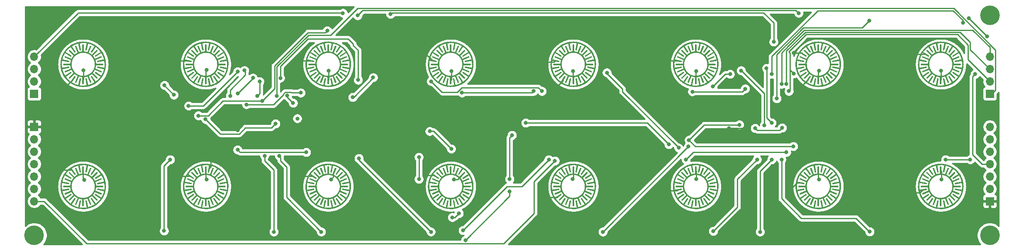
<source format=gbr>
%TF.GenerationSoftware,KiCad,Pcbnew,(5.1.7-0-10_14)*%
%TF.CreationDate,2020-10-27T13:19:28-03:00*%
%TF.ProjectId,macedo module 3,6d616365-646f-4206-9d6f-64756c652033,1*%
%TF.SameCoordinates,Original*%
%TF.FileFunction,Copper,L1,Top*%
%TF.FilePolarity,Positive*%
%FSLAX46Y46*%
G04 Gerber Fmt 4.6, Leading zero omitted, Abs format (unit mm)*
G04 Created by KiCad (PCBNEW (5.1.7-0-10_14)) date 2020-10-27 13:19:28*
%MOMM*%
%LPD*%
G01*
G04 APERTURE LIST*
%TA.AperFunction,SMDPad,CuDef*%
%ADD10O,0.500000X0.300000*%
%TD*%
%TA.AperFunction,SMDPad,CuDef*%
%ADD11O,0.300000X0.500000*%
%TD*%
%TA.AperFunction,SMDPad,CuDef*%
%ADD12O,0.300000X1.800000*%
%TD*%
%TA.AperFunction,SMDPad,CuDef*%
%ADD13O,1.800000X0.300000*%
%TD*%
%TA.AperFunction,SMDPad,CuDef*%
%ADD14O,0.400000X0.300000*%
%TD*%
%TA.AperFunction,SMDPad,CuDef*%
%ADD15O,0.300000X0.400000*%
%TD*%
%TA.AperFunction,ComponentPad*%
%ADD16C,4.000000*%
%TD*%
%TA.AperFunction,ComponentPad*%
%ADD17O,1.700000X1.700000*%
%TD*%
%TA.AperFunction,ComponentPad*%
%ADD18R,1.700000X1.700000*%
%TD*%
%TA.AperFunction,ViaPad*%
%ADD19C,0.800000*%
%TD*%
%TA.AperFunction,Conductor*%
%ADD20C,0.250000*%
%TD*%
%TA.AperFunction,Conductor*%
%ADD21C,0.254000*%
%TD*%
%TA.AperFunction,Conductor*%
%ADD22C,0.100000*%
%TD*%
G04 APERTURE END LIST*
%TO.P,SW2,2*%
%TO.N,GND*%
%TA.AperFunction,SMDPad,CuDef*%
G36*
G01*
X66484399Y-100425050D02*
X65013092Y-100132389D01*
G75*
G02*
X64895238Y-99956007I29264J147118D01*
G01*
X64895238Y-99956007D01*
G75*
G02*
X65071620Y-99838153I147118J-29264D01*
G01*
X66542798Y-100130789D01*
G75*
G02*
X66660652Y-100307171I-29264J-147118D01*
G01*
X66660652Y-100307171D01*
G75*
G02*
X66484270Y-100425025I-147118J29264D01*
G01*
G37*
%TD.AperFunction*%
%TA.AperFunction,SMDPad,CuDef*%
G36*
G01*
X65758386Y-102024859D02*
X64511073Y-101191430D01*
G75*
G02*
X64469689Y-100983374I83336J124720D01*
G01*
X64469689Y-100983374D01*
G75*
G02*
X64677745Y-100941990I124720J-83336D01*
G01*
X65924949Y-101775346D01*
G75*
G02*
X65966333Y-101983402I-83336J-124720D01*
G01*
X65966333Y-101983402D01*
G75*
G02*
X65758277Y-102024786I-124720J83336D01*
G01*
G37*
%TD.AperFunction*%
%TA.AperFunction,SMDPad,CuDef*%
G36*
G01*
X64475419Y-103225057D02*
X63641991Y-101977745D01*
G75*
G02*
X63683375Y-101769689I124720J83336D01*
G01*
X63683375Y-101769689D01*
G75*
G02*
X63891431Y-101811073I83336J-124720D01*
G01*
X64724787Y-103058277D01*
G75*
G02*
X64683403Y-103266333I-124720J-83336D01*
G01*
X64683403Y-103266333D01*
G75*
G02*
X64475347Y-103224949I-83336J124720D01*
G01*
G37*
%TD.AperFunction*%
%TA.AperFunction,SMDPad,CuDef*%
G36*
G01*
X62830815Y-103842926D02*
X62538153Y-102371620D01*
G75*
G02*
X62656007Y-102195238I147118J29264D01*
G01*
X62656007Y-102195238D01*
G75*
G02*
X62832389Y-102313092I29264J-147118D01*
G01*
X63125025Y-103784270D01*
G75*
G02*
X63007171Y-103960652I-147118J-29264D01*
G01*
X63007171Y-103960652D01*
G75*
G02*
X62830789Y-103842798I-29264J147118D01*
G01*
G37*
%TD.AperFunction*%
%TA.AperFunction,SMDPad,CuDef*%
G36*
G01*
X61075001Y-103784142D02*
X61367611Y-102313092D01*
G75*
G02*
X61543993Y-102195238I147118J-29264D01*
G01*
X61543993Y-102195238D01*
G75*
G02*
X61661847Y-102371620I-29264J-147118D01*
G01*
X61369211Y-103842798D01*
G75*
G02*
X61192829Y-103960652I-147118J29264D01*
G01*
X61192829Y-103960652D01*
G75*
G02*
X61074975Y-103784270I29264J147118D01*
G01*
G37*
%TD.AperFunction*%
%TA.AperFunction,SMDPad,CuDef*%
G36*
G01*
X59475286Y-103058169D02*
X60308570Y-101811073D01*
G75*
G02*
X60516626Y-101769689I124720J-83336D01*
G01*
X60516626Y-101769689D01*
G75*
G02*
X60558010Y-101977745I-83336J-124720D01*
G01*
X59724654Y-103224949D01*
G75*
G02*
X59516598Y-103266333I-124720J83336D01*
G01*
X59516598Y-103266333D01*
G75*
G02*
X59475214Y-103058277I83336J124720D01*
G01*
G37*
%TD.AperFunction*%
%TA.AperFunction,SMDPad,CuDef*%
G36*
G01*
X58275160Y-101775274D02*
X59522255Y-100941991D01*
G75*
G02*
X59730311Y-100983375I83336J-124720D01*
G01*
X59730311Y-100983375D01*
G75*
G02*
X59688927Y-101191431I-124720J-83336D01*
G01*
X58441723Y-102024787D01*
G75*
G02*
X58233667Y-101983403I-83336J124720D01*
G01*
X58233667Y-101983403D01*
G75*
G02*
X58275051Y-101775347I124720J83336D01*
G01*
G37*
%TD.AperFunction*%
%TA.AperFunction,SMDPad,CuDef*%
G36*
G01*
X57657331Y-100130764D02*
X59128380Y-99838153D01*
G75*
G02*
X59304762Y-99956007I29264J-147118D01*
G01*
X59304762Y-99956007D01*
G75*
G02*
X59186908Y-100132389I-147118J-29264D01*
G01*
X57715730Y-100425025D01*
G75*
G02*
X57539348Y-100307171I-29264J147118D01*
G01*
X57539348Y-100307171D01*
G75*
G02*
X57657202Y-100130789I147118J29264D01*
G01*
G37*
%TD.AperFunction*%
%TA.AperFunction,SMDPad,CuDef*%
G36*
G01*
X57715858Y-98375001D02*
X59186908Y-98667611D01*
G75*
G02*
X59304762Y-98843993I-29264J-147118D01*
G01*
X59304762Y-98843993D01*
G75*
G02*
X59128380Y-98961847I-147118J29264D01*
G01*
X57657202Y-98669211D01*
G75*
G02*
X57539348Y-98492829I29264J147118D01*
G01*
X57539348Y-98492829D01*
G75*
G02*
X57715730Y-98374975I147118J-29264D01*
G01*
G37*
%TD.AperFunction*%
%TA.AperFunction,SMDPad,CuDef*%
G36*
G01*
X58441831Y-96775286D02*
X59688927Y-97608570D01*
G75*
G02*
X59730311Y-97816626I-83336J-124720D01*
G01*
X59730311Y-97816626D01*
G75*
G02*
X59522255Y-97858010I-124720J83336D01*
G01*
X58275051Y-97024654D01*
G75*
G02*
X58233667Y-96816598I83336J124720D01*
G01*
X58233667Y-96816598D01*
G75*
G02*
X58441723Y-96775214I124720J-83336D01*
G01*
G37*
%TD.AperFunction*%
%TA.AperFunction,SMDPad,CuDef*%
G36*
G01*
X59724726Y-95575160D02*
X60558009Y-96822255D01*
G75*
G02*
X60516625Y-97030311I-124720J-83336D01*
G01*
X60516625Y-97030311D01*
G75*
G02*
X60308569Y-96988927I-83336J124720D01*
G01*
X59475213Y-95741723D01*
G75*
G02*
X59516597Y-95533667I124720J83336D01*
G01*
X59516597Y-95533667D01*
G75*
G02*
X59724653Y-95575051I83336J-124720D01*
G01*
G37*
%TD.AperFunction*%
%TA.AperFunction,SMDPad,CuDef*%
G36*
G01*
X61369236Y-94957331D02*
X61661847Y-96428380D01*
G75*
G02*
X61543993Y-96604762I-147118J-29264D01*
G01*
X61543993Y-96604762D01*
G75*
G02*
X61367611Y-96486908I-29264J147118D01*
G01*
X61074975Y-95015730D01*
G75*
G02*
X61192829Y-94839348I147118J29264D01*
G01*
X61192829Y-94839348D01*
G75*
G02*
X61369211Y-94957202I29264J-147118D01*
G01*
G37*
%TD.AperFunction*%
%TA.AperFunction,SMDPad,CuDef*%
G36*
G01*
X63125050Y-95015601D02*
X62832389Y-96486908D01*
G75*
G02*
X62656007Y-96604762I-147118J29264D01*
G01*
X62656007Y-96604762D01*
G75*
G02*
X62538153Y-96428380I29264J147118D01*
G01*
X62830789Y-94957202D01*
G75*
G02*
X63007171Y-94839348I147118J-29264D01*
G01*
X63007171Y-94839348D01*
G75*
G02*
X63125025Y-95015730I-29264J-147118D01*
G01*
G37*
%TD.AperFunction*%
%TA.AperFunction,SMDPad,CuDef*%
G36*
G01*
X64724859Y-95741614D02*
X63891430Y-96988927D01*
G75*
G02*
X63683374Y-97030311I-124720J83336D01*
G01*
X63683374Y-97030311D01*
G75*
G02*
X63641990Y-96822255I83336J124720D01*
G01*
X64475346Y-95575051D01*
G75*
G02*
X64683402Y-95533667I124720J-83336D01*
G01*
X64683402Y-95533667D01*
G75*
G02*
X64724786Y-95741723I-83336J-124720D01*
G01*
G37*
%TD.AperFunction*%
%TA.AperFunction,SMDPad,CuDef*%
G36*
G01*
X65925057Y-97024581D02*
X64677745Y-97858009D01*
G75*
G02*
X64469689Y-97816625I-83336J124720D01*
G01*
X64469689Y-97816625D01*
G75*
G02*
X64511073Y-97608569I124720J83336D01*
G01*
X65758277Y-96775213D01*
G75*
G02*
X65966333Y-96816597I83336J-124720D01*
G01*
X65966333Y-96816597D01*
G75*
G02*
X65924949Y-97024653I-124720J-83336D01*
G01*
G37*
%TD.AperFunction*%
%TA.AperFunction,SMDPad,CuDef*%
G36*
G01*
X66542926Y-98669185D02*
X65071620Y-98961847D01*
G75*
G02*
X64895238Y-98843993I-29264J147118D01*
G01*
X64895238Y-98843993D01*
G75*
G02*
X65013092Y-98667611I147118J29264D01*
G01*
X66484270Y-98374975D01*
G75*
G02*
X66660652Y-98492829I29264J-147118D01*
G01*
X66660652Y-98492829D01*
G75*
G02*
X66542798Y-98669211I-147118J-29264D01*
G01*
G37*
%TD.AperFunction*%
%TA.AperFunction,SMDPad,CuDef*%
G36*
G01*
X66588534Y-99806896D02*
X66588534Y-99806896D01*
G75*
G02*
X66443860Y-99651752I5235J149909D01*
G01*
X66450840Y-99451874D01*
G75*
G02*
X66605984Y-99307200I149909J-5235D01*
G01*
X66605984Y-99307200D01*
G75*
G02*
X66750658Y-99462344I-5235J-149909D01*
G01*
X66743678Y-99662222D01*
G75*
G02*
X66588534Y-99806896I-149909J5235D01*
G01*
G37*
%TD.AperFunction*%
%TA.AperFunction,SMDPad,CuDef*%
G36*
G01*
X66571599Y-99963295D02*
X66571599Y-99963295D01*
G75*
G02*
X66432427Y-99803197I10463J149635D01*
G01*
X66446379Y-99603685D01*
G75*
G02*
X66606477Y-99464513I149635J-10463D01*
G01*
X66606477Y-99464513D01*
G75*
G02*
X66745649Y-99624611I-10463J-149635D01*
G01*
X66731697Y-99824123D01*
G75*
G02*
X66571599Y-99963295I-149635J10463D01*
G01*
G37*
%TD.AperFunction*%
%TA.AperFunction,SMDPad,CuDef*%
G36*
G01*
X66549217Y-100119008D02*
X66549217Y-100119008D01*
G75*
G02*
X66415718Y-99954151I15679J149178D01*
G01*
X66436624Y-99755247D01*
G75*
G02*
X66601481Y-99621748I149178J-15679D01*
G01*
X66601481Y-99621748D01*
G75*
G02*
X66734980Y-99786605I-15679J-149178D01*
G01*
X66714074Y-99985509D01*
G75*
G02*
X66549217Y-100119008I-149178J15679D01*
G01*
G37*
%TD.AperFunction*%
%TA.AperFunction,SMDPad,CuDef*%
G36*
G01*
X66521413Y-100273846D02*
X66521413Y-100273846D01*
G75*
G02*
X66393749Y-100104430I20876J148540D01*
G01*
X66421583Y-99906376D01*
G75*
G02*
X66590999Y-99778712I148540J-20876D01*
G01*
X66590999Y-99778712D01*
G75*
G02*
X66718663Y-99948128I-20876J-148540D01*
G01*
X66690829Y-100146182D01*
G75*
G02*
X66521413Y-100273846I-148540J20876D01*
G01*
G37*
%TD.AperFunction*%
%TA.AperFunction,SMDPad,CuDef*%
G36*
G01*
X66488223Y-100427619D02*
X66488223Y-100427619D01*
G75*
G02*
X66366549Y-100253851I26047J147721D01*
G01*
X66401279Y-100056889D01*
G75*
G02*
X66575047Y-99935215I147721J-26047D01*
G01*
X66575047Y-99935215D01*
G75*
G02*
X66696721Y-100108983I-26047J-147721D01*
G01*
X66661991Y-100305945D01*
G75*
G02*
X66488223Y-100427619I-147721J26047D01*
G01*
G37*
%TD.AperFunction*%
%TA.AperFunction,SMDPad,CuDef*%
G36*
G01*
X66449686Y-100580140D02*
X66449686Y-100580140D01*
G75*
G02*
X66334151Y-100402231I31187J146722D01*
G01*
X66375733Y-100206601D01*
G75*
G02*
X66553642Y-100091066I146722J-31187D01*
G01*
X66553642Y-100091066D01*
G75*
G02*
X66669177Y-100268975I-31187J-146722D01*
G01*
X66627595Y-100464605D01*
G75*
G02*
X66449686Y-100580140I-146722J31187D01*
G01*
G37*
%TD.AperFunction*%
%TA.AperFunction,SMDPad,CuDef*%
G36*
G01*
X66405851Y-100731223D02*
X66405851Y-100731223D01*
G75*
G02*
X66296595Y-100549391I36288J145544D01*
G01*
X66344979Y-100355331D01*
G75*
G02*
X66526811Y-100246075I145544J-36288D01*
G01*
X66526811Y-100246075D01*
G75*
G02*
X66636067Y-100427907I-36288J-145544D01*
G01*
X66587683Y-100621967D01*
G75*
G02*
X66405851Y-100731223I-145544J36288D01*
G01*
G37*
%TD.AperFunction*%
%TA.AperFunction,SMDPad,CuDef*%
G36*
G01*
X66356768Y-100880683D02*
X66356768Y-100880683D01*
G75*
G02*
X66253925Y-100695148I41346J144189D01*
G01*
X66309053Y-100502896D01*
G75*
G02*
X66494588Y-100400053I144189J-41346D01*
G01*
X66494588Y-100400053D01*
G75*
G02*
X66597431Y-100585588I-41346J-144189D01*
G01*
X66542303Y-100777840D01*
G75*
G02*
X66356768Y-100880683I-144189J41346D01*
G01*
G37*
%TD.AperFunction*%
%TA.AperFunction,SMDPad,CuDef*%
G36*
G01*
X66302499Y-101028340D02*
X66302499Y-101028340D01*
G75*
G02*
X66206194Y-100839329I46353J142658D01*
G01*
X66267998Y-100649117D01*
G75*
G02*
X66457009Y-100552812I142658J-46353D01*
G01*
X66457009Y-100552812D01*
G75*
G02*
X66553314Y-100741823I-46353J-142658D01*
G01*
X66491510Y-100932035D01*
G75*
G02*
X66302499Y-101028340I-142658J46353D01*
G01*
G37*
%TD.AperFunction*%
%TA.AperFunction,SMDPad,CuDef*%
G36*
G01*
X66243112Y-101174014D02*
X66243112Y-101174014D01*
G75*
G02*
X66153461Y-100981757I51303J140954D01*
G01*
X66221865Y-100793819D01*
G75*
G02*
X66414122Y-100704168I140954J-51303D01*
G01*
X66414122Y-100704168D01*
G75*
G02*
X66503773Y-100896425I-51303J-140954D01*
G01*
X66435369Y-101084363D01*
G75*
G02*
X66243112Y-101174014I-140954J51303D01*
G01*
G37*
%TD.AperFunction*%
%TA.AperFunction,SMDPad,CuDef*%
G36*
G01*
X66178675Y-101317526D02*
X66178675Y-101317526D01*
G75*
G02*
X66095788Y-101122257I56191J139078D01*
G01*
X66170710Y-100936821D01*
G75*
G02*
X66365979Y-100853934I139078J-56191D01*
G01*
X66365979Y-100853934D01*
G75*
G02*
X66448866Y-101049203I-56191J-139078D01*
G01*
X66373944Y-101234639D01*
G75*
G02*
X66178675Y-101317526I-139078J56191D01*
G01*
G37*
%TD.AperFunction*%
%TA.AperFunction,SMDPad,CuDef*%
G36*
G01*
X66109271Y-101458702D02*
X66109271Y-101458702D01*
G75*
G02*
X66033249Y-101260660I61010J137032D01*
G01*
X66114597Y-101077950D01*
G75*
G02*
X66312639Y-101001928I137032J-61010D01*
G01*
X66312639Y-101001928D01*
G75*
G02*
X66388661Y-101199970I-61010J-137032D01*
G01*
X66307313Y-101382680D01*
G75*
G02*
X66109271Y-101458702I-137032J61010D01*
G01*
G37*
%TD.AperFunction*%
%TA.AperFunction,SMDPad,CuDef*%
G36*
G01*
X66034980Y-101597368D02*
X66034980Y-101597368D01*
G75*
G02*
X65965917Y-101396793I65756J134819D01*
G01*
X66053591Y-101217035D01*
G75*
G02*
X66254166Y-101147972I134819J-65756D01*
G01*
X66254166Y-101147972D01*
G75*
G02*
X66323229Y-101348547I-65756J-134819D01*
G01*
X66235555Y-101528305D01*
G75*
G02*
X66034980Y-101597368I-134819J65756D01*
G01*
G37*
%TD.AperFunction*%
%TA.AperFunction,SMDPad,CuDef*%
G36*
G01*
X65955896Y-101733359D02*
X65955896Y-101733359D01*
G75*
G02*
X65893875Y-101530496I70421J132442D01*
G01*
X65987769Y-101353906D01*
G75*
G02*
X66190632Y-101291885I132442J-70421D01*
G01*
X66190632Y-101291885D01*
G75*
G02*
X66252653Y-101494748I-70421J-132442D01*
G01*
X66158759Y-101671338D01*
G75*
G02*
X65955896Y-101733359I-132442J70421D01*
G01*
G37*
%TD.AperFunction*%
%TA.AperFunction,SMDPad,CuDef*%
G36*
G01*
X65872114Y-101866507D02*
X65872114Y-101866507D01*
G75*
G02*
X65817210Y-101661603I75000J129904D01*
G01*
X65917210Y-101488397D01*
G75*
G02*
X66122114Y-101433493I129904J-75000D01*
G01*
X66122114Y-101433493D01*
G75*
G02*
X66177018Y-101638397I-75000J-129904D01*
G01*
X66077018Y-101811603D01*
G75*
G02*
X65872114Y-101866507I-129904J75000D01*
G01*
G37*
%TD.AperFunction*%
%TA.AperFunction,SMDPad,CuDef*%
G36*
G01*
X65783736Y-101996649D02*
X65783736Y-101996649D01*
G75*
G02*
X65736017Y-101789954I79488J127207D01*
G01*
X65842001Y-101620344D01*
G75*
G02*
X66048696Y-101572625I127207J-79488D01*
G01*
X66048696Y-101572625D01*
G75*
G02*
X66096415Y-101779320I-79488J-127207D01*
G01*
X65990431Y-101948930D01*
G75*
G02*
X65783736Y-101996649I-127207J79488D01*
G01*
G37*
%TD.AperFunction*%
%TA.AperFunction,SMDPad,CuDef*%
G36*
G01*
X65690871Y-102123628D02*
X65690871Y-102123628D01*
G75*
G02*
X65650394Y-101915393I83879J124356D01*
G01*
X65762232Y-101749585D01*
G75*
G02*
X65970467Y-101709108I124356J-83879D01*
G01*
X65970467Y-101709108D01*
G75*
G02*
X66010944Y-101917343I-83879J-124356D01*
G01*
X65899106Y-102083151D01*
G75*
G02*
X65690871Y-102123628I-124356J83879D01*
G01*
G37*
%TD.AperFunction*%
%TA.AperFunction,SMDPad,CuDef*%
G36*
G01*
X65593629Y-102247289D02*
X65593629Y-102247289D01*
G75*
G02*
X65560444Y-102037768I88168J121353D01*
G01*
X65678002Y-101875964D01*
G75*
G02*
X65887523Y-101842779I121353J-88168D01*
G01*
X65887523Y-101842779D01*
G75*
G02*
X65920708Y-102052300I-88168J-121353D01*
G01*
X65803150Y-102214104D01*
G75*
G02*
X65593629Y-102247289I-121353J88168D01*
G01*
G37*
%TD.AperFunction*%
%TA.AperFunction,SMDPad,CuDef*%
G36*
G01*
X65492133Y-102367480D02*
X65492133Y-102367480D01*
G75*
G02*
X65466280Y-102156929I92349J118202D01*
G01*
X65589412Y-101999327D01*
G75*
G02*
X65799963Y-101973474I118202J-92349D01*
G01*
X65799963Y-101973474D01*
G75*
G02*
X65825816Y-102184025I-92349J-118202D01*
G01*
X65702684Y-102341627D01*
G75*
G02*
X65492133Y-102367480I-118202J92349D01*
G01*
G37*
%TD.AperFunction*%
%TA.AperFunction,SMDPad,CuDef*%
G36*
G01*
X65386503Y-102484055D02*
X65386503Y-102484055D01*
G75*
G02*
X65368014Y-102272730I96418J114907D01*
G01*
X65496572Y-102119522D01*
G75*
G02*
X65707897Y-102101033I114907J-96418D01*
G01*
X65707897Y-102101033D01*
G75*
G02*
X65726386Y-102312358I-96418J-114907D01*
G01*
X65597828Y-102465566D01*
G75*
G02*
X65386503Y-102484055I-114907J96418D01*
G01*
G37*
%TD.AperFunction*%
%TA.AperFunction,SMDPad,CuDef*%
G36*
G01*
X65276869Y-102596874D02*
X65276869Y-102596874D01*
G75*
G02*
X65265767Y-102385032I100370J111472D01*
G01*
X65399593Y-102236404D01*
G75*
G02*
X65611435Y-102225302I111472J-100370D01*
G01*
X65611435Y-102225302D01*
G75*
G02*
X65622537Y-102437144I-100370J-111472D01*
G01*
X65488711Y-102585772D01*
G75*
G02*
X65276869Y-102596874I-111472J100370D01*
G01*
G37*
%TD.AperFunction*%
%TA.AperFunction,SMDPad,CuDef*%
G36*
G01*
X65163364Y-102705798D02*
X65163364Y-102705798D01*
G75*
G02*
X65159662Y-102493698I104199J107901D01*
G01*
X65298594Y-102349830D01*
G75*
G02*
X65510694Y-102346128I107901J-104199D01*
G01*
X65510694Y-102346128D01*
G75*
G02*
X65514396Y-102558228I-104199J-107901D01*
G01*
X65375464Y-102702096D01*
G75*
G02*
X65163364Y-102705798I-107901J104199D01*
G01*
G37*
%TD.AperFunction*%
%TA.AperFunction,SMDPad,CuDef*%
G36*
G01*
X65046128Y-102810694D02*
X65046128Y-102810694D01*
G75*
G02*
X65049830Y-102598594I107901J104199D01*
G01*
X65193698Y-102459662D01*
G75*
G02*
X65405798Y-102463364I104199J-107901D01*
G01*
X65405798Y-102463364D01*
G75*
G02*
X65402096Y-102675464I-107901J-104199D01*
G01*
X65258228Y-102814396D01*
G75*
G02*
X65046128Y-102810694I-104199J107901D01*
G01*
G37*
%TD.AperFunction*%
%TA.AperFunction,SMDPad,CuDef*%
G36*
G01*
X64925302Y-102911435D02*
X64925302Y-102911435D01*
G75*
G02*
X64936404Y-102699593I111472J100370D01*
G01*
X65085032Y-102565767D01*
G75*
G02*
X65296874Y-102576869I100370J-111472D01*
G01*
X65296874Y-102576869D01*
G75*
G02*
X65285772Y-102788711I-111472J-100370D01*
G01*
X65137144Y-102922537D01*
G75*
G02*
X64925302Y-102911435I-100370J111472D01*
G01*
G37*
%TD.AperFunction*%
%TA.AperFunction,SMDPad,CuDef*%
G36*
G01*
X64801033Y-103007897D02*
X64801033Y-103007897D01*
G75*
G02*
X64819522Y-102796572I114907J96418D01*
G01*
X64972730Y-102668014D01*
G75*
G02*
X65184055Y-102686503I96418J-114907D01*
G01*
X65184055Y-102686503D01*
G75*
G02*
X65165566Y-102897828I-114907J-96418D01*
G01*
X65012358Y-103026386D01*
G75*
G02*
X64801033Y-103007897I-96418J114907D01*
G01*
G37*
%TD.AperFunction*%
%TA.AperFunction,SMDPad,CuDef*%
G36*
G01*
X64673474Y-103099963D02*
X64673474Y-103099963D01*
G75*
G02*
X64699327Y-102889412I118202J92349D01*
G01*
X64856929Y-102766280D01*
G75*
G02*
X65067480Y-102792133I92349J-118202D01*
G01*
X65067480Y-102792133D01*
G75*
G02*
X65041627Y-103002684I-118202J-92349D01*
G01*
X64884025Y-103125816D01*
G75*
G02*
X64673474Y-103099963I-92349J118202D01*
G01*
G37*
%TD.AperFunction*%
%TA.AperFunction,SMDPad,CuDef*%
G36*
G01*
X64542779Y-103187523D02*
X64542779Y-103187523D01*
G75*
G02*
X64575964Y-102978002I121353J88168D01*
G01*
X64737768Y-102860444D01*
G75*
G02*
X64947289Y-102893629I88168J-121353D01*
G01*
X64947289Y-102893629D01*
G75*
G02*
X64914104Y-103103150I-121353J-88168D01*
G01*
X64752300Y-103220708D01*
G75*
G02*
X64542779Y-103187523I-88168J121353D01*
G01*
G37*
%TD.AperFunction*%
%TA.AperFunction,SMDPad,CuDef*%
G36*
G01*
X64409108Y-103270467D02*
X64409108Y-103270467D01*
G75*
G02*
X64449585Y-103062232I124356J83879D01*
G01*
X64615393Y-102950394D01*
G75*
G02*
X64823628Y-102990871I83879J-124356D01*
G01*
X64823628Y-102990871D01*
G75*
G02*
X64783151Y-103199106I-124356J-83879D01*
G01*
X64617343Y-103310944D01*
G75*
G02*
X64409108Y-103270467I-83879J124356D01*
G01*
G37*
%TD.AperFunction*%
%TA.AperFunction,SMDPad,CuDef*%
G36*
G01*
X64272625Y-103348696D02*
X64272625Y-103348696D01*
G75*
G02*
X64320344Y-103142001I127207J79488D01*
G01*
X64489954Y-103036017D01*
G75*
G02*
X64696649Y-103083736I79488J-127207D01*
G01*
X64696649Y-103083736D01*
G75*
G02*
X64648930Y-103290431I-127207J-79488D01*
G01*
X64479320Y-103396415D01*
G75*
G02*
X64272625Y-103348696I-79488J127207D01*
G01*
G37*
%TD.AperFunction*%
%TA.AperFunction,SMDPad,CuDef*%
G36*
G01*
X64133493Y-103422114D02*
X64133493Y-103422114D01*
G75*
G02*
X64188397Y-103217210I129904J75000D01*
G01*
X64361603Y-103117210D01*
G75*
G02*
X64566507Y-103172114I75000J-129904D01*
G01*
X64566507Y-103172114D01*
G75*
G02*
X64511603Y-103377018I-129904J-75000D01*
G01*
X64338397Y-103477018D01*
G75*
G02*
X64133493Y-103422114I-75000J129904D01*
G01*
G37*
%TD.AperFunction*%
%TA.AperFunction,SMDPad,CuDef*%
G36*
G01*
X63991885Y-103490632D02*
X63991885Y-103490632D01*
G75*
G02*
X64053906Y-103287769I132442J70421D01*
G01*
X64230496Y-103193875D01*
G75*
G02*
X64433359Y-103255896I70421J-132442D01*
G01*
X64433359Y-103255896D01*
G75*
G02*
X64371338Y-103458759I-132442J-70421D01*
G01*
X64194748Y-103552653D01*
G75*
G02*
X63991885Y-103490632I-70421J132442D01*
G01*
G37*
%TD.AperFunction*%
%TA.AperFunction,SMDPad,CuDef*%
G36*
G01*
X63847972Y-103554166D02*
X63847972Y-103554166D01*
G75*
G02*
X63917035Y-103353591I134819J65756D01*
G01*
X64096793Y-103265917D01*
G75*
G02*
X64297368Y-103334980I65756J-134819D01*
G01*
X64297368Y-103334980D01*
G75*
G02*
X64228305Y-103535555I-134819J-65756D01*
G01*
X64048547Y-103623229D01*
G75*
G02*
X63847972Y-103554166I-65756J134819D01*
G01*
G37*
%TD.AperFunction*%
%TA.AperFunction,SMDPad,CuDef*%
G36*
G01*
X63701928Y-103612639D02*
X63701928Y-103612639D01*
G75*
G02*
X63777950Y-103414597I137032J61010D01*
G01*
X63960660Y-103333249D01*
G75*
G02*
X64158702Y-103409271I61010J-137032D01*
G01*
X64158702Y-103409271D01*
G75*
G02*
X64082680Y-103607313I-137032J-61010D01*
G01*
X63899970Y-103688661D01*
G75*
G02*
X63701928Y-103612639I-61010J137032D01*
G01*
G37*
%TD.AperFunction*%
%TA.AperFunction,SMDPad,CuDef*%
G36*
G01*
X63553934Y-103665979D02*
X63553934Y-103665979D01*
G75*
G02*
X63636821Y-103470710I139078J56191D01*
G01*
X63822257Y-103395788D01*
G75*
G02*
X64017526Y-103478675I56191J-139078D01*
G01*
X64017526Y-103478675D01*
G75*
G02*
X63934639Y-103673944I-139078J-56191D01*
G01*
X63749203Y-103748866D01*
G75*
G02*
X63553934Y-103665979I-56191J139078D01*
G01*
G37*
%TD.AperFunction*%
%TA.AperFunction,SMDPad,CuDef*%
G36*
G01*
X63404168Y-103714122D02*
X63404168Y-103714122D01*
G75*
G02*
X63493819Y-103521865I140954J51303D01*
G01*
X63681757Y-103453461D01*
G75*
G02*
X63874014Y-103543112I51303J-140954D01*
G01*
X63874014Y-103543112D01*
G75*
G02*
X63784363Y-103735369I-140954J-51303D01*
G01*
X63596425Y-103803773D01*
G75*
G02*
X63404168Y-103714122I-51303J140954D01*
G01*
G37*
%TD.AperFunction*%
%TA.AperFunction,SMDPad,CuDef*%
G36*
G01*
X63252812Y-103757009D02*
X63252812Y-103757009D01*
G75*
G02*
X63349117Y-103567998I142658J46353D01*
G01*
X63539329Y-103506194D01*
G75*
G02*
X63728340Y-103602499I46353J-142658D01*
G01*
X63728340Y-103602499D01*
G75*
G02*
X63632035Y-103791510I-142658J-46353D01*
G01*
X63441823Y-103853314D01*
G75*
G02*
X63252812Y-103757009I-46353J142658D01*
G01*
G37*
%TD.AperFunction*%
%TA.AperFunction,SMDPad,CuDef*%
G36*
G01*
X63100053Y-103794588D02*
X63100053Y-103794588D01*
G75*
G02*
X63202896Y-103609053I144189J41346D01*
G01*
X63395148Y-103553925D01*
G75*
G02*
X63580683Y-103656768I41346J-144189D01*
G01*
X63580683Y-103656768D01*
G75*
G02*
X63477840Y-103842303I-144189J-41346D01*
G01*
X63285588Y-103897431D01*
G75*
G02*
X63100053Y-103794588I-41346J144189D01*
G01*
G37*
%TD.AperFunction*%
%TA.AperFunction,SMDPad,CuDef*%
G36*
G01*
X62946075Y-103826811D02*
X62946075Y-103826811D01*
G75*
G02*
X63055331Y-103644979I145544J36288D01*
G01*
X63249391Y-103596595D01*
G75*
G02*
X63431223Y-103705851I36288J-145544D01*
G01*
X63431223Y-103705851D01*
G75*
G02*
X63321967Y-103887683I-145544J-36288D01*
G01*
X63127907Y-103936067D01*
G75*
G02*
X62946075Y-103826811I-36288J145544D01*
G01*
G37*
%TD.AperFunction*%
%TA.AperFunction,SMDPad,CuDef*%
G36*
G01*
X62791066Y-103853642D02*
X62791066Y-103853642D01*
G75*
G02*
X62906601Y-103675733I146722J31187D01*
G01*
X63102231Y-103634151D01*
G75*
G02*
X63280140Y-103749686I31187J-146722D01*
G01*
X63280140Y-103749686D01*
G75*
G02*
X63164605Y-103927595I-146722J-31187D01*
G01*
X62968975Y-103969177D01*
G75*
G02*
X62791066Y-103853642I-31187J146722D01*
G01*
G37*
%TD.AperFunction*%
%TA.AperFunction,SMDPad,CuDef*%
G36*
G01*
X62635215Y-103875047D02*
X62635215Y-103875047D01*
G75*
G02*
X62756889Y-103701279I147721J26047D01*
G01*
X62953851Y-103666549D01*
G75*
G02*
X63127619Y-103788223I26047J-147721D01*
G01*
X63127619Y-103788223D01*
G75*
G02*
X63005945Y-103961991I-147721J-26047D01*
G01*
X62808983Y-103996721D01*
G75*
G02*
X62635215Y-103875047I-26047J147721D01*
G01*
G37*
%TD.AperFunction*%
%TA.AperFunction,SMDPad,CuDef*%
G36*
G01*
X62478712Y-103890999D02*
X62478712Y-103890999D01*
G75*
G02*
X62606376Y-103721583I148540J20876D01*
G01*
X62804430Y-103693749D01*
G75*
G02*
X62973846Y-103821413I20876J-148540D01*
G01*
X62973846Y-103821413D01*
G75*
G02*
X62846182Y-103990829I-148540J-20876D01*
G01*
X62648128Y-104018663D01*
G75*
G02*
X62478712Y-103890999I-20876J148540D01*
G01*
G37*
%TD.AperFunction*%
%TA.AperFunction,SMDPad,CuDef*%
G36*
G01*
X62321748Y-103901481D02*
X62321748Y-103901481D01*
G75*
G02*
X62455247Y-103736624I149178J15679D01*
G01*
X62654151Y-103715718D01*
G75*
G02*
X62819008Y-103849217I15679J-149178D01*
G01*
X62819008Y-103849217D01*
G75*
G02*
X62685509Y-104014074I-149178J-15679D01*
G01*
X62486605Y-104034980D01*
G75*
G02*
X62321748Y-103901481I-15679J149178D01*
G01*
G37*
%TD.AperFunction*%
%TA.AperFunction,SMDPad,CuDef*%
G36*
G01*
X62164513Y-103906477D02*
X62164513Y-103906477D01*
G75*
G02*
X62303685Y-103746379I149635J10463D01*
G01*
X62503197Y-103732427D01*
G75*
G02*
X62663295Y-103871599I10463J-149635D01*
G01*
X62663295Y-103871599D01*
G75*
G02*
X62524123Y-104031697I-149635J-10463D01*
G01*
X62324611Y-104045649D01*
G75*
G02*
X62164513Y-103906477I-10463J149635D01*
G01*
G37*
%TD.AperFunction*%
%TA.AperFunction,SMDPad,CuDef*%
G36*
G01*
X62007200Y-103905984D02*
X62007200Y-103905984D01*
G75*
G02*
X62151874Y-103750840I149909J5235D01*
G01*
X62351752Y-103743860D01*
G75*
G02*
X62506896Y-103888534I5235J-149909D01*
G01*
X62506896Y-103888534D01*
G75*
G02*
X62362222Y-104043678I-149909J-5235D01*
G01*
X62162344Y-104050658D01*
G75*
G02*
X62007200Y-103905984I-5235J149909D01*
G01*
G37*
%TD.AperFunction*%
D10*
X62100000Y-103900000D03*
%TA.AperFunction,SMDPad,CuDef*%
G36*
G01*
X61693104Y-103888534D02*
X61693104Y-103888534D01*
G75*
G02*
X61848248Y-103743860I149909J-5235D01*
G01*
X62048126Y-103750840D01*
G75*
G02*
X62192800Y-103905984I-5235J-149909D01*
G01*
X62192800Y-103905984D01*
G75*
G02*
X62037656Y-104050658I-149909J5235D01*
G01*
X61837778Y-104043678D01*
G75*
G02*
X61693104Y-103888534I5235J149909D01*
G01*
G37*
%TD.AperFunction*%
%TA.AperFunction,SMDPad,CuDef*%
G36*
G01*
X61536705Y-103871599D02*
X61536705Y-103871599D01*
G75*
G02*
X61696803Y-103732427I149635J-10463D01*
G01*
X61896315Y-103746379D01*
G75*
G02*
X62035487Y-103906477I-10463J-149635D01*
G01*
X62035487Y-103906477D01*
G75*
G02*
X61875389Y-104045649I-149635J10463D01*
G01*
X61675877Y-104031697D01*
G75*
G02*
X61536705Y-103871599I10463J149635D01*
G01*
G37*
%TD.AperFunction*%
%TA.AperFunction,SMDPad,CuDef*%
G36*
G01*
X61380992Y-103849217D02*
X61380992Y-103849217D01*
G75*
G02*
X61545849Y-103715718I149178J-15679D01*
G01*
X61744753Y-103736624D01*
G75*
G02*
X61878252Y-103901481I-15679J-149178D01*
G01*
X61878252Y-103901481D01*
G75*
G02*
X61713395Y-104034980I-149178J15679D01*
G01*
X61514491Y-104014074D01*
G75*
G02*
X61380992Y-103849217I15679J149178D01*
G01*
G37*
%TD.AperFunction*%
%TA.AperFunction,SMDPad,CuDef*%
G36*
G01*
X61226154Y-103821413D02*
X61226154Y-103821413D01*
G75*
G02*
X61395570Y-103693749I148540J-20876D01*
G01*
X61593624Y-103721583D01*
G75*
G02*
X61721288Y-103890999I-20876J-148540D01*
G01*
X61721288Y-103890999D01*
G75*
G02*
X61551872Y-104018663I-148540J20876D01*
G01*
X61353818Y-103990829D01*
G75*
G02*
X61226154Y-103821413I20876J148540D01*
G01*
G37*
%TD.AperFunction*%
%TA.AperFunction,SMDPad,CuDef*%
G36*
G01*
X61072381Y-103788223D02*
X61072381Y-103788223D01*
G75*
G02*
X61246149Y-103666549I147721J-26047D01*
G01*
X61443111Y-103701279D01*
G75*
G02*
X61564785Y-103875047I-26047J-147721D01*
G01*
X61564785Y-103875047D01*
G75*
G02*
X61391017Y-103996721I-147721J26047D01*
G01*
X61194055Y-103961991D01*
G75*
G02*
X61072381Y-103788223I26047J147721D01*
G01*
G37*
%TD.AperFunction*%
%TA.AperFunction,SMDPad,CuDef*%
G36*
G01*
X60919860Y-103749686D02*
X60919860Y-103749686D01*
G75*
G02*
X61097769Y-103634151I146722J-31187D01*
G01*
X61293399Y-103675733D01*
G75*
G02*
X61408934Y-103853642I-31187J-146722D01*
G01*
X61408934Y-103853642D01*
G75*
G02*
X61231025Y-103969177I-146722J31187D01*
G01*
X61035395Y-103927595D01*
G75*
G02*
X60919860Y-103749686I31187J146722D01*
G01*
G37*
%TD.AperFunction*%
%TA.AperFunction,SMDPad,CuDef*%
G36*
G01*
X60768777Y-103705851D02*
X60768777Y-103705851D01*
G75*
G02*
X60950609Y-103596595I145544J-36288D01*
G01*
X61144669Y-103644979D01*
G75*
G02*
X61253925Y-103826811I-36288J-145544D01*
G01*
X61253925Y-103826811D01*
G75*
G02*
X61072093Y-103936067I-145544J36288D01*
G01*
X60878033Y-103887683D01*
G75*
G02*
X60768777Y-103705851I36288J145544D01*
G01*
G37*
%TD.AperFunction*%
%TA.AperFunction,SMDPad,CuDef*%
G36*
G01*
X60619317Y-103656768D02*
X60619317Y-103656768D01*
G75*
G02*
X60804852Y-103553925I144189J-41346D01*
G01*
X60997104Y-103609053D01*
G75*
G02*
X61099947Y-103794588I-41346J-144189D01*
G01*
X61099947Y-103794588D01*
G75*
G02*
X60914412Y-103897431I-144189J41346D01*
G01*
X60722160Y-103842303D01*
G75*
G02*
X60619317Y-103656768I41346J144189D01*
G01*
G37*
%TD.AperFunction*%
%TA.AperFunction,SMDPad,CuDef*%
G36*
G01*
X60471660Y-103602499D02*
X60471660Y-103602499D01*
G75*
G02*
X60660671Y-103506194I142658J-46353D01*
G01*
X60850883Y-103567998D01*
G75*
G02*
X60947188Y-103757009I-46353J-142658D01*
G01*
X60947188Y-103757009D01*
G75*
G02*
X60758177Y-103853314I-142658J46353D01*
G01*
X60567965Y-103791510D01*
G75*
G02*
X60471660Y-103602499I46353J142658D01*
G01*
G37*
%TD.AperFunction*%
%TA.AperFunction,SMDPad,CuDef*%
G36*
G01*
X60325986Y-103543112D02*
X60325986Y-103543112D01*
G75*
G02*
X60518243Y-103453461I140954J-51303D01*
G01*
X60706181Y-103521865D01*
G75*
G02*
X60795832Y-103714122I-51303J-140954D01*
G01*
X60795832Y-103714122D01*
G75*
G02*
X60603575Y-103803773I-140954J51303D01*
G01*
X60415637Y-103735369D01*
G75*
G02*
X60325986Y-103543112I51303J140954D01*
G01*
G37*
%TD.AperFunction*%
%TA.AperFunction,SMDPad,CuDef*%
G36*
G01*
X60182474Y-103478675D02*
X60182474Y-103478675D01*
G75*
G02*
X60377743Y-103395788I139078J-56191D01*
G01*
X60563179Y-103470710D01*
G75*
G02*
X60646066Y-103665979I-56191J-139078D01*
G01*
X60646066Y-103665979D01*
G75*
G02*
X60450797Y-103748866I-139078J56191D01*
G01*
X60265361Y-103673944D01*
G75*
G02*
X60182474Y-103478675I56191J139078D01*
G01*
G37*
%TD.AperFunction*%
%TA.AperFunction,SMDPad,CuDef*%
G36*
G01*
X60041298Y-103409271D02*
X60041298Y-103409271D01*
G75*
G02*
X60239340Y-103333249I137032J-61010D01*
G01*
X60422050Y-103414597D01*
G75*
G02*
X60498072Y-103612639I-61010J-137032D01*
G01*
X60498072Y-103612639D01*
G75*
G02*
X60300030Y-103688661I-137032J61010D01*
G01*
X60117320Y-103607313D01*
G75*
G02*
X60041298Y-103409271I61010J137032D01*
G01*
G37*
%TD.AperFunction*%
%TA.AperFunction,SMDPad,CuDef*%
G36*
G01*
X59902632Y-103334980D02*
X59902632Y-103334980D01*
G75*
G02*
X60103207Y-103265917I134819J-65756D01*
G01*
X60282965Y-103353591D01*
G75*
G02*
X60352028Y-103554166I-65756J-134819D01*
G01*
X60352028Y-103554166D01*
G75*
G02*
X60151453Y-103623229I-134819J65756D01*
G01*
X59971695Y-103535555D01*
G75*
G02*
X59902632Y-103334980I65756J134819D01*
G01*
G37*
%TD.AperFunction*%
%TA.AperFunction,SMDPad,CuDef*%
G36*
G01*
X59766641Y-103255896D02*
X59766641Y-103255896D01*
G75*
G02*
X59969504Y-103193875I132442J-70421D01*
G01*
X60146094Y-103287769D01*
G75*
G02*
X60208115Y-103490632I-70421J-132442D01*
G01*
X60208115Y-103490632D01*
G75*
G02*
X60005252Y-103552653I-132442J70421D01*
G01*
X59828662Y-103458759D01*
G75*
G02*
X59766641Y-103255896I70421J132442D01*
G01*
G37*
%TD.AperFunction*%
%TA.AperFunction,SMDPad,CuDef*%
G36*
G01*
X59633493Y-103172114D02*
X59633493Y-103172114D01*
G75*
G02*
X59838397Y-103117210I129904J-75000D01*
G01*
X60011603Y-103217210D01*
G75*
G02*
X60066507Y-103422114I-75000J-129904D01*
G01*
X60066507Y-103422114D01*
G75*
G02*
X59861603Y-103477018I-129904J75000D01*
G01*
X59688397Y-103377018D01*
G75*
G02*
X59633493Y-103172114I75000J129904D01*
G01*
G37*
%TD.AperFunction*%
%TA.AperFunction,SMDPad,CuDef*%
G36*
G01*
X59503351Y-103083736D02*
X59503351Y-103083736D01*
G75*
G02*
X59710046Y-103036017I127207J-79488D01*
G01*
X59879656Y-103142001D01*
G75*
G02*
X59927375Y-103348696I-79488J-127207D01*
G01*
X59927375Y-103348696D01*
G75*
G02*
X59720680Y-103396415I-127207J79488D01*
G01*
X59551070Y-103290431D01*
G75*
G02*
X59503351Y-103083736I79488J127207D01*
G01*
G37*
%TD.AperFunction*%
%TA.AperFunction,SMDPad,CuDef*%
G36*
G01*
X59376372Y-102990871D02*
X59376372Y-102990871D01*
G75*
G02*
X59584607Y-102950394I124356J-83879D01*
G01*
X59750415Y-103062232D01*
G75*
G02*
X59790892Y-103270467I-83879J-124356D01*
G01*
X59790892Y-103270467D01*
G75*
G02*
X59582657Y-103310944I-124356J83879D01*
G01*
X59416849Y-103199106D01*
G75*
G02*
X59376372Y-102990871I83879J124356D01*
G01*
G37*
%TD.AperFunction*%
%TA.AperFunction,SMDPad,CuDef*%
G36*
G01*
X59252711Y-102893629D02*
X59252711Y-102893629D01*
G75*
G02*
X59462232Y-102860444I121353J-88168D01*
G01*
X59624036Y-102978002D01*
G75*
G02*
X59657221Y-103187523I-88168J-121353D01*
G01*
X59657221Y-103187523D01*
G75*
G02*
X59447700Y-103220708I-121353J88168D01*
G01*
X59285896Y-103103150D01*
G75*
G02*
X59252711Y-102893629I88168J121353D01*
G01*
G37*
%TD.AperFunction*%
%TA.AperFunction,SMDPad,CuDef*%
G36*
G01*
X59132520Y-102792133D02*
X59132520Y-102792133D01*
G75*
G02*
X59343071Y-102766280I118202J-92349D01*
G01*
X59500673Y-102889412D01*
G75*
G02*
X59526526Y-103099963I-92349J-118202D01*
G01*
X59526526Y-103099963D01*
G75*
G02*
X59315975Y-103125816I-118202J92349D01*
G01*
X59158373Y-103002684D01*
G75*
G02*
X59132520Y-102792133I92349J118202D01*
G01*
G37*
%TD.AperFunction*%
%TA.AperFunction,SMDPad,CuDef*%
G36*
G01*
X59015945Y-102686503D02*
X59015945Y-102686503D01*
G75*
G02*
X59227270Y-102668014I114907J-96418D01*
G01*
X59380478Y-102796572D01*
G75*
G02*
X59398967Y-103007897I-96418J-114907D01*
G01*
X59398967Y-103007897D01*
G75*
G02*
X59187642Y-103026386I-114907J96418D01*
G01*
X59034434Y-102897828D01*
G75*
G02*
X59015945Y-102686503I96418J114907D01*
G01*
G37*
%TD.AperFunction*%
%TA.AperFunction,SMDPad,CuDef*%
G36*
G01*
X58903126Y-102576869D02*
X58903126Y-102576869D01*
G75*
G02*
X59114968Y-102565767I111472J-100370D01*
G01*
X59263596Y-102699593D01*
G75*
G02*
X59274698Y-102911435I-100370J-111472D01*
G01*
X59274698Y-102911435D01*
G75*
G02*
X59062856Y-102922537I-111472J100370D01*
G01*
X58914228Y-102788711D01*
G75*
G02*
X58903126Y-102576869I100370J111472D01*
G01*
G37*
%TD.AperFunction*%
%TA.AperFunction,SMDPad,CuDef*%
G36*
G01*
X58794202Y-102463364D02*
X58794202Y-102463364D01*
G75*
G02*
X59006302Y-102459662I107901J-104199D01*
G01*
X59150170Y-102598594D01*
G75*
G02*
X59153872Y-102810694I-104199J-107901D01*
G01*
X59153872Y-102810694D01*
G75*
G02*
X58941772Y-102814396I-107901J104199D01*
G01*
X58797904Y-102675464D01*
G75*
G02*
X58794202Y-102463364I104199J107901D01*
G01*
G37*
%TD.AperFunction*%
%TA.AperFunction,SMDPad,CuDef*%
G36*
G01*
X58689306Y-102346128D02*
X58689306Y-102346128D01*
G75*
G02*
X58901406Y-102349830I104199J-107901D01*
G01*
X59040338Y-102493698D01*
G75*
G02*
X59036636Y-102705798I-107901J-104199D01*
G01*
X59036636Y-102705798D01*
G75*
G02*
X58824536Y-102702096I-104199J107901D01*
G01*
X58685604Y-102558228D01*
G75*
G02*
X58689306Y-102346128I107901J104199D01*
G01*
G37*
%TD.AperFunction*%
%TA.AperFunction,SMDPad,CuDef*%
G36*
G01*
X58588565Y-102225302D02*
X58588565Y-102225302D01*
G75*
G02*
X58800407Y-102236404I100370J-111472D01*
G01*
X58934233Y-102385032D01*
G75*
G02*
X58923131Y-102596874I-111472J-100370D01*
G01*
X58923131Y-102596874D01*
G75*
G02*
X58711289Y-102585772I-100370J111472D01*
G01*
X58577463Y-102437144D01*
G75*
G02*
X58588565Y-102225302I111472J100370D01*
G01*
G37*
%TD.AperFunction*%
%TA.AperFunction,SMDPad,CuDef*%
G36*
G01*
X58492103Y-102101033D02*
X58492103Y-102101033D01*
G75*
G02*
X58703428Y-102119522I96418J-114907D01*
G01*
X58831986Y-102272730D01*
G75*
G02*
X58813497Y-102484055I-114907J-96418D01*
G01*
X58813497Y-102484055D01*
G75*
G02*
X58602172Y-102465566I-96418J114907D01*
G01*
X58473614Y-102312358D01*
G75*
G02*
X58492103Y-102101033I114907J96418D01*
G01*
G37*
%TD.AperFunction*%
%TA.AperFunction,SMDPad,CuDef*%
G36*
G01*
X58400037Y-101973474D02*
X58400037Y-101973474D01*
G75*
G02*
X58610588Y-101999327I92349J-118202D01*
G01*
X58733720Y-102156929D01*
G75*
G02*
X58707867Y-102367480I-118202J-92349D01*
G01*
X58707867Y-102367480D01*
G75*
G02*
X58497316Y-102341627I-92349J118202D01*
G01*
X58374184Y-102184025D01*
G75*
G02*
X58400037Y-101973474I118202J92349D01*
G01*
G37*
%TD.AperFunction*%
%TA.AperFunction,SMDPad,CuDef*%
G36*
G01*
X58312477Y-101842779D02*
X58312477Y-101842779D01*
G75*
G02*
X58521998Y-101875964I88168J-121353D01*
G01*
X58639556Y-102037768D01*
G75*
G02*
X58606371Y-102247289I-121353J-88168D01*
G01*
X58606371Y-102247289D01*
G75*
G02*
X58396850Y-102214104I-88168J121353D01*
G01*
X58279292Y-102052300D01*
G75*
G02*
X58312477Y-101842779I121353J88168D01*
G01*
G37*
%TD.AperFunction*%
%TA.AperFunction,SMDPad,CuDef*%
G36*
G01*
X58229533Y-101709108D02*
X58229533Y-101709108D01*
G75*
G02*
X58437768Y-101749585I83879J-124356D01*
G01*
X58549606Y-101915393D01*
G75*
G02*
X58509129Y-102123628I-124356J-83879D01*
G01*
X58509129Y-102123628D01*
G75*
G02*
X58300894Y-102083151I-83879J124356D01*
G01*
X58189056Y-101917343D01*
G75*
G02*
X58229533Y-101709108I124356J83879D01*
G01*
G37*
%TD.AperFunction*%
%TA.AperFunction,SMDPad,CuDef*%
G36*
G01*
X58151304Y-101572625D02*
X58151304Y-101572625D01*
G75*
G02*
X58357999Y-101620344I79488J-127207D01*
G01*
X58463983Y-101789954D01*
G75*
G02*
X58416264Y-101996649I-127207J-79488D01*
G01*
X58416264Y-101996649D01*
G75*
G02*
X58209569Y-101948930I-79488J127207D01*
G01*
X58103585Y-101779320D01*
G75*
G02*
X58151304Y-101572625I127207J79488D01*
G01*
G37*
%TD.AperFunction*%
%TA.AperFunction,SMDPad,CuDef*%
G36*
G01*
X58077886Y-101433493D02*
X58077886Y-101433493D01*
G75*
G02*
X58282790Y-101488397I75000J-129904D01*
G01*
X58382790Y-101661603D01*
G75*
G02*
X58327886Y-101866507I-129904J-75000D01*
G01*
X58327886Y-101866507D01*
G75*
G02*
X58122982Y-101811603I-75000J129904D01*
G01*
X58022982Y-101638397D01*
G75*
G02*
X58077886Y-101433493I129904J75000D01*
G01*
G37*
%TD.AperFunction*%
%TA.AperFunction,SMDPad,CuDef*%
G36*
G01*
X58009368Y-101291885D02*
X58009368Y-101291885D01*
G75*
G02*
X58212231Y-101353906I70421J-132442D01*
G01*
X58306125Y-101530496D01*
G75*
G02*
X58244104Y-101733359I-132442J-70421D01*
G01*
X58244104Y-101733359D01*
G75*
G02*
X58041241Y-101671338I-70421J132442D01*
G01*
X57947347Y-101494748D01*
G75*
G02*
X58009368Y-101291885I132442J70421D01*
G01*
G37*
%TD.AperFunction*%
%TA.AperFunction,SMDPad,CuDef*%
G36*
G01*
X57945834Y-101147972D02*
X57945834Y-101147972D01*
G75*
G02*
X58146409Y-101217035I65756J-134819D01*
G01*
X58234083Y-101396793D01*
G75*
G02*
X58165020Y-101597368I-134819J-65756D01*
G01*
X58165020Y-101597368D01*
G75*
G02*
X57964445Y-101528305I-65756J134819D01*
G01*
X57876771Y-101348547D01*
G75*
G02*
X57945834Y-101147972I134819J65756D01*
G01*
G37*
%TD.AperFunction*%
%TA.AperFunction,SMDPad,CuDef*%
G36*
G01*
X57887361Y-101001928D02*
X57887361Y-101001928D01*
G75*
G02*
X58085403Y-101077950I61010J-137032D01*
G01*
X58166751Y-101260660D01*
G75*
G02*
X58090729Y-101458702I-137032J-61010D01*
G01*
X58090729Y-101458702D01*
G75*
G02*
X57892687Y-101382680I-61010J137032D01*
G01*
X57811339Y-101199970D01*
G75*
G02*
X57887361Y-101001928I137032J61010D01*
G01*
G37*
%TD.AperFunction*%
%TA.AperFunction,SMDPad,CuDef*%
G36*
G01*
X57834021Y-100853934D02*
X57834021Y-100853934D01*
G75*
G02*
X58029290Y-100936821I56191J-139078D01*
G01*
X58104212Y-101122257D01*
G75*
G02*
X58021325Y-101317526I-139078J-56191D01*
G01*
X58021325Y-101317526D01*
G75*
G02*
X57826056Y-101234639I-56191J139078D01*
G01*
X57751134Y-101049203D01*
G75*
G02*
X57834021Y-100853934I139078J56191D01*
G01*
G37*
%TD.AperFunction*%
%TA.AperFunction,SMDPad,CuDef*%
G36*
G01*
X57785878Y-100704168D02*
X57785878Y-100704168D01*
G75*
G02*
X57978135Y-100793819I51303J-140954D01*
G01*
X58046539Y-100981757D01*
G75*
G02*
X57956888Y-101174014I-140954J-51303D01*
G01*
X57956888Y-101174014D01*
G75*
G02*
X57764631Y-101084363I-51303J140954D01*
G01*
X57696227Y-100896425D01*
G75*
G02*
X57785878Y-100704168I140954J51303D01*
G01*
G37*
%TD.AperFunction*%
%TA.AperFunction,SMDPad,CuDef*%
G36*
G01*
X57742991Y-100552812D02*
X57742991Y-100552812D01*
G75*
G02*
X57932002Y-100649117I46353J-142658D01*
G01*
X57993806Y-100839329D01*
G75*
G02*
X57897501Y-101028340I-142658J-46353D01*
G01*
X57897501Y-101028340D01*
G75*
G02*
X57708490Y-100932035I-46353J142658D01*
G01*
X57646686Y-100741823D01*
G75*
G02*
X57742991Y-100552812I142658J46353D01*
G01*
G37*
%TD.AperFunction*%
%TA.AperFunction,SMDPad,CuDef*%
G36*
G01*
X57705412Y-100400053D02*
X57705412Y-100400053D01*
G75*
G02*
X57890947Y-100502896I41346J-144189D01*
G01*
X57946075Y-100695148D01*
G75*
G02*
X57843232Y-100880683I-144189J-41346D01*
G01*
X57843232Y-100880683D01*
G75*
G02*
X57657697Y-100777840I-41346J144189D01*
G01*
X57602569Y-100585588D01*
G75*
G02*
X57705412Y-100400053I144189J41346D01*
G01*
G37*
%TD.AperFunction*%
%TA.AperFunction,SMDPad,CuDef*%
G36*
G01*
X57673189Y-100246075D02*
X57673189Y-100246075D01*
G75*
G02*
X57855021Y-100355331I36288J-145544D01*
G01*
X57903405Y-100549391D01*
G75*
G02*
X57794149Y-100731223I-145544J-36288D01*
G01*
X57794149Y-100731223D01*
G75*
G02*
X57612317Y-100621967I-36288J145544D01*
G01*
X57563933Y-100427907D01*
G75*
G02*
X57673189Y-100246075I145544J36288D01*
G01*
G37*
%TD.AperFunction*%
%TA.AperFunction,SMDPad,CuDef*%
G36*
G01*
X57646358Y-100091066D02*
X57646358Y-100091066D01*
G75*
G02*
X57824267Y-100206601I31187J-146722D01*
G01*
X57865849Y-100402231D01*
G75*
G02*
X57750314Y-100580140I-146722J-31187D01*
G01*
X57750314Y-100580140D01*
G75*
G02*
X57572405Y-100464605I-31187J146722D01*
G01*
X57530823Y-100268975D01*
G75*
G02*
X57646358Y-100091066I146722J31187D01*
G01*
G37*
%TD.AperFunction*%
%TA.AperFunction,SMDPad,CuDef*%
G36*
G01*
X57624953Y-99935215D02*
X57624953Y-99935215D01*
G75*
G02*
X57798721Y-100056889I26047J-147721D01*
G01*
X57833451Y-100253851D01*
G75*
G02*
X57711777Y-100427619I-147721J-26047D01*
G01*
X57711777Y-100427619D01*
G75*
G02*
X57538009Y-100305945I-26047J147721D01*
G01*
X57503279Y-100108983D01*
G75*
G02*
X57624953Y-99935215I147721J26047D01*
G01*
G37*
%TD.AperFunction*%
%TA.AperFunction,SMDPad,CuDef*%
G36*
G01*
X57609001Y-99778712D02*
X57609001Y-99778712D01*
G75*
G02*
X57778417Y-99906376I20876J-148540D01*
G01*
X57806251Y-100104430D01*
G75*
G02*
X57678587Y-100273846I-148540J-20876D01*
G01*
X57678587Y-100273846D01*
G75*
G02*
X57509171Y-100146182I-20876J148540D01*
G01*
X57481337Y-99948128D01*
G75*
G02*
X57609001Y-99778712I148540J20876D01*
G01*
G37*
%TD.AperFunction*%
%TA.AperFunction,SMDPad,CuDef*%
G36*
G01*
X57598519Y-99621748D02*
X57598519Y-99621748D01*
G75*
G02*
X57763376Y-99755247I15679J-149178D01*
G01*
X57784282Y-99954151D01*
G75*
G02*
X57650783Y-100119008I-149178J-15679D01*
G01*
X57650783Y-100119008D01*
G75*
G02*
X57485926Y-99985509I-15679J149178D01*
G01*
X57465020Y-99786605D01*
G75*
G02*
X57598519Y-99621748I149178J15679D01*
G01*
G37*
%TD.AperFunction*%
%TA.AperFunction,SMDPad,CuDef*%
G36*
G01*
X57593523Y-99464513D02*
X57593523Y-99464513D01*
G75*
G02*
X57753621Y-99603685I10463J-149635D01*
G01*
X57767573Y-99803197D01*
G75*
G02*
X57628401Y-99963295I-149635J-10463D01*
G01*
X57628401Y-99963295D01*
G75*
G02*
X57468303Y-99824123I-10463J149635D01*
G01*
X57454351Y-99624611D01*
G75*
G02*
X57593523Y-99464513I149635J10463D01*
G01*
G37*
%TD.AperFunction*%
%TA.AperFunction,SMDPad,CuDef*%
G36*
G01*
X57594016Y-99307200D02*
X57594016Y-99307200D01*
G75*
G02*
X57749160Y-99451874I5235J-149909D01*
G01*
X57756140Y-99651752D01*
G75*
G02*
X57611466Y-99806896I-149909J-5235D01*
G01*
X57611466Y-99806896D01*
G75*
G02*
X57456322Y-99662222I-5235J149909D01*
G01*
X57449342Y-99462344D01*
G75*
G02*
X57594016Y-99307200I149909J5235D01*
G01*
G37*
%TD.AperFunction*%
D11*
X57600000Y-99400000D03*
%TA.AperFunction,SMDPad,CuDef*%
G36*
G01*
X57611466Y-98993104D02*
X57611466Y-98993104D01*
G75*
G02*
X57756140Y-99148248I-5235J-149909D01*
G01*
X57749160Y-99348126D01*
G75*
G02*
X57594016Y-99492800I-149909J5235D01*
G01*
X57594016Y-99492800D01*
G75*
G02*
X57449342Y-99337656I5235J149909D01*
G01*
X57456322Y-99137778D01*
G75*
G02*
X57611466Y-98993104I149909J-5235D01*
G01*
G37*
%TD.AperFunction*%
%TA.AperFunction,SMDPad,CuDef*%
G36*
G01*
X57628401Y-98836705D02*
X57628401Y-98836705D01*
G75*
G02*
X57767573Y-98996803I-10463J-149635D01*
G01*
X57753621Y-99196315D01*
G75*
G02*
X57593523Y-99335487I-149635J10463D01*
G01*
X57593523Y-99335487D01*
G75*
G02*
X57454351Y-99175389I10463J149635D01*
G01*
X57468303Y-98975877D01*
G75*
G02*
X57628401Y-98836705I149635J-10463D01*
G01*
G37*
%TD.AperFunction*%
%TA.AperFunction,SMDPad,CuDef*%
G36*
G01*
X57650783Y-98680992D02*
X57650783Y-98680992D01*
G75*
G02*
X57784282Y-98845849I-15679J-149178D01*
G01*
X57763376Y-99044753D01*
G75*
G02*
X57598519Y-99178252I-149178J15679D01*
G01*
X57598519Y-99178252D01*
G75*
G02*
X57465020Y-99013395I15679J149178D01*
G01*
X57485926Y-98814491D01*
G75*
G02*
X57650783Y-98680992I149178J-15679D01*
G01*
G37*
%TD.AperFunction*%
%TA.AperFunction,SMDPad,CuDef*%
G36*
G01*
X57678587Y-98526154D02*
X57678587Y-98526154D01*
G75*
G02*
X57806251Y-98695570I-20876J-148540D01*
G01*
X57778417Y-98893624D01*
G75*
G02*
X57609001Y-99021288I-148540J20876D01*
G01*
X57609001Y-99021288D01*
G75*
G02*
X57481337Y-98851872I20876J148540D01*
G01*
X57509171Y-98653818D01*
G75*
G02*
X57678587Y-98526154I148540J-20876D01*
G01*
G37*
%TD.AperFunction*%
%TA.AperFunction,SMDPad,CuDef*%
G36*
G01*
X57711777Y-98372381D02*
X57711777Y-98372381D01*
G75*
G02*
X57833451Y-98546149I-26047J-147721D01*
G01*
X57798721Y-98743111D01*
G75*
G02*
X57624953Y-98864785I-147721J26047D01*
G01*
X57624953Y-98864785D01*
G75*
G02*
X57503279Y-98691017I26047J147721D01*
G01*
X57538009Y-98494055D01*
G75*
G02*
X57711777Y-98372381I147721J-26047D01*
G01*
G37*
%TD.AperFunction*%
%TA.AperFunction,SMDPad,CuDef*%
G36*
G01*
X57750314Y-98219860D02*
X57750314Y-98219860D01*
G75*
G02*
X57865849Y-98397769I-31187J-146722D01*
G01*
X57824267Y-98593399D01*
G75*
G02*
X57646358Y-98708934I-146722J31187D01*
G01*
X57646358Y-98708934D01*
G75*
G02*
X57530823Y-98531025I31187J146722D01*
G01*
X57572405Y-98335395D01*
G75*
G02*
X57750314Y-98219860I146722J-31187D01*
G01*
G37*
%TD.AperFunction*%
%TA.AperFunction,SMDPad,CuDef*%
G36*
G01*
X57794149Y-98068777D02*
X57794149Y-98068777D01*
G75*
G02*
X57903405Y-98250609I-36288J-145544D01*
G01*
X57855021Y-98444669D01*
G75*
G02*
X57673189Y-98553925I-145544J36288D01*
G01*
X57673189Y-98553925D01*
G75*
G02*
X57563933Y-98372093I36288J145544D01*
G01*
X57612317Y-98178033D01*
G75*
G02*
X57794149Y-98068777I145544J-36288D01*
G01*
G37*
%TD.AperFunction*%
%TA.AperFunction,SMDPad,CuDef*%
G36*
G01*
X57843232Y-97919317D02*
X57843232Y-97919317D01*
G75*
G02*
X57946075Y-98104852I-41346J-144189D01*
G01*
X57890947Y-98297104D01*
G75*
G02*
X57705412Y-98399947I-144189J41346D01*
G01*
X57705412Y-98399947D01*
G75*
G02*
X57602569Y-98214412I41346J144189D01*
G01*
X57657697Y-98022160D01*
G75*
G02*
X57843232Y-97919317I144189J-41346D01*
G01*
G37*
%TD.AperFunction*%
%TA.AperFunction,SMDPad,CuDef*%
G36*
G01*
X57897501Y-97771660D02*
X57897501Y-97771660D01*
G75*
G02*
X57993806Y-97960671I-46353J-142658D01*
G01*
X57932002Y-98150883D01*
G75*
G02*
X57742991Y-98247188I-142658J46353D01*
G01*
X57742991Y-98247188D01*
G75*
G02*
X57646686Y-98058177I46353J142658D01*
G01*
X57708490Y-97867965D01*
G75*
G02*
X57897501Y-97771660I142658J-46353D01*
G01*
G37*
%TD.AperFunction*%
%TA.AperFunction,SMDPad,CuDef*%
G36*
G01*
X57956888Y-97625986D02*
X57956888Y-97625986D01*
G75*
G02*
X58046539Y-97818243I-51303J-140954D01*
G01*
X57978135Y-98006181D01*
G75*
G02*
X57785878Y-98095832I-140954J51303D01*
G01*
X57785878Y-98095832D01*
G75*
G02*
X57696227Y-97903575I51303J140954D01*
G01*
X57764631Y-97715637D01*
G75*
G02*
X57956888Y-97625986I140954J-51303D01*
G01*
G37*
%TD.AperFunction*%
%TA.AperFunction,SMDPad,CuDef*%
G36*
G01*
X58021325Y-97482474D02*
X58021325Y-97482474D01*
G75*
G02*
X58104212Y-97677743I-56191J-139078D01*
G01*
X58029290Y-97863179D01*
G75*
G02*
X57834021Y-97946066I-139078J56191D01*
G01*
X57834021Y-97946066D01*
G75*
G02*
X57751134Y-97750797I56191J139078D01*
G01*
X57826056Y-97565361D01*
G75*
G02*
X58021325Y-97482474I139078J-56191D01*
G01*
G37*
%TD.AperFunction*%
%TA.AperFunction,SMDPad,CuDef*%
G36*
G01*
X58090729Y-97341298D02*
X58090729Y-97341298D01*
G75*
G02*
X58166751Y-97539340I-61010J-137032D01*
G01*
X58085403Y-97722050D01*
G75*
G02*
X57887361Y-97798072I-137032J61010D01*
G01*
X57887361Y-97798072D01*
G75*
G02*
X57811339Y-97600030I61010J137032D01*
G01*
X57892687Y-97417320D01*
G75*
G02*
X58090729Y-97341298I137032J-61010D01*
G01*
G37*
%TD.AperFunction*%
%TA.AperFunction,SMDPad,CuDef*%
G36*
G01*
X58165020Y-97202632D02*
X58165020Y-97202632D01*
G75*
G02*
X58234083Y-97403207I-65756J-134819D01*
G01*
X58146409Y-97582965D01*
G75*
G02*
X57945834Y-97652028I-134819J65756D01*
G01*
X57945834Y-97652028D01*
G75*
G02*
X57876771Y-97451453I65756J134819D01*
G01*
X57964445Y-97271695D01*
G75*
G02*
X58165020Y-97202632I134819J-65756D01*
G01*
G37*
%TD.AperFunction*%
%TA.AperFunction,SMDPad,CuDef*%
G36*
G01*
X58244104Y-97066641D02*
X58244104Y-97066641D01*
G75*
G02*
X58306125Y-97269504I-70421J-132442D01*
G01*
X58212231Y-97446094D01*
G75*
G02*
X58009368Y-97508115I-132442J70421D01*
G01*
X58009368Y-97508115D01*
G75*
G02*
X57947347Y-97305252I70421J132442D01*
G01*
X58041241Y-97128662D01*
G75*
G02*
X58244104Y-97066641I132442J-70421D01*
G01*
G37*
%TD.AperFunction*%
%TA.AperFunction,SMDPad,CuDef*%
G36*
G01*
X58327886Y-96933493D02*
X58327886Y-96933493D01*
G75*
G02*
X58382790Y-97138397I-75000J-129904D01*
G01*
X58282790Y-97311603D01*
G75*
G02*
X58077886Y-97366507I-129904J75000D01*
G01*
X58077886Y-97366507D01*
G75*
G02*
X58022982Y-97161603I75000J129904D01*
G01*
X58122982Y-96988397D01*
G75*
G02*
X58327886Y-96933493I129904J-75000D01*
G01*
G37*
%TD.AperFunction*%
%TA.AperFunction,SMDPad,CuDef*%
G36*
G01*
X58416264Y-96803351D02*
X58416264Y-96803351D01*
G75*
G02*
X58463983Y-97010046I-79488J-127207D01*
G01*
X58357999Y-97179656D01*
G75*
G02*
X58151304Y-97227375I-127207J79488D01*
G01*
X58151304Y-97227375D01*
G75*
G02*
X58103585Y-97020680I79488J127207D01*
G01*
X58209569Y-96851070D01*
G75*
G02*
X58416264Y-96803351I127207J-79488D01*
G01*
G37*
%TD.AperFunction*%
%TA.AperFunction,SMDPad,CuDef*%
G36*
G01*
X58509129Y-96676372D02*
X58509129Y-96676372D01*
G75*
G02*
X58549606Y-96884607I-83879J-124356D01*
G01*
X58437768Y-97050415D01*
G75*
G02*
X58229533Y-97090892I-124356J83879D01*
G01*
X58229533Y-97090892D01*
G75*
G02*
X58189056Y-96882657I83879J124356D01*
G01*
X58300894Y-96716849D01*
G75*
G02*
X58509129Y-96676372I124356J-83879D01*
G01*
G37*
%TD.AperFunction*%
%TA.AperFunction,SMDPad,CuDef*%
G36*
G01*
X58606371Y-96552711D02*
X58606371Y-96552711D01*
G75*
G02*
X58639556Y-96762232I-88168J-121353D01*
G01*
X58521998Y-96924036D01*
G75*
G02*
X58312477Y-96957221I-121353J88168D01*
G01*
X58312477Y-96957221D01*
G75*
G02*
X58279292Y-96747700I88168J121353D01*
G01*
X58396850Y-96585896D01*
G75*
G02*
X58606371Y-96552711I121353J-88168D01*
G01*
G37*
%TD.AperFunction*%
%TA.AperFunction,SMDPad,CuDef*%
G36*
G01*
X58707867Y-96432520D02*
X58707867Y-96432520D01*
G75*
G02*
X58733720Y-96643071I-92349J-118202D01*
G01*
X58610588Y-96800673D01*
G75*
G02*
X58400037Y-96826526I-118202J92349D01*
G01*
X58400037Y-96826526D01*
G75*
G02*
X58374184Y-96615975I92349J118202D01*
G01*
X58497316Y-96458373D01*
G75*
G02*
X58707867Y-96432520I118202J-92349D01*
G01*
G37*
%TD.AperFunction*%
%TA.AperFunction,SMDPad,CuDef*%
G36*
G01*
X58813497Y-96315945D02*
X58813497Y-96315945D01*
G75*
G02*
X58831986Y-96527270I-96418J-114907D01*
G01*
X58703428Y-96680478D01*
G75*
G02*
X58492103Y-96698967I-114907J96418D01*
G01*
X58492103Y-96698967D01*
G75*
G02*
X58473614Y-96487642I96418J114907D01*
G01*
X58602172Y-96334434D01*
G75*
G02*
X58813497Y-96315945I114907J-96418D01*
G01*
G37*
%TD.AperFunction*%
%TA.AperFunction,SMDPad,CuDef*%
G36*
G01*
X58923131Y-96203126D02*
X58923131Y-96203126D01*
G75*
G02*
X58934233Y-96414968I-100370J-111472D01*
G01*
X58800407Y-96563596D01*
G75*
G02*
X58588565Y-96574698I-111472J100370D01*
G01*
X58588565Y-96574698D01*
G75*
G02*
X58577463Y-96362856I100370J111472D01*
G01*
X58711289Y-96214228D01*
G75*
G02*
X58923131Y-96203126I111472J-100370D01*
G01*
G37*
%TD.AperFunction*%
%TA.AperFunction,SMDPad,CuDef*%
G36*
G01*
X59036636Y-96094202D02*
X59036636Y-96094202D01*
G75*
G02*
X59040338Y-96306302I-104199J-107901D01*
G01*
X58901406Y-96450170D01*
G75*
G02*
X58689306Y-96453872I-107901J104199D01*
G01*
X58689306Y-96453872D01*
G75*
G02*
X58685604Y-96241772I104199J107901D01*
G01*
X58824536Y-96097904D01*
G75*
G02*
X59036636Y-96094202I107901J-104199D01*
G01*
G37*
%TD.AperFunction*%
%TA.AperFunction,SMDPad,CuDef*%
G36*
G01*
X59153872Y-95989306D02*
X59153872Y-95989306D01*
G75*
G02*
X59150170Y-96201406I-107901J-104199D01*
G01*
X59006302Y-96340338D01*
G75*
G02*
X58794202Y-96336636I-104199J107901D01*
G01*
X58794202Y-96336636D01*
G75*
G02*
X58797904Y-96124536I107901J104199D01*
G01*
X58941772Y-95985604D01*
G75*
G02*
X59153872Y-95989306I104199J-107901D01*
G01*
G37*
%TD.AperFunction*%
%TA.AperFunction,SMDPad,CuDef*%
G36*
G01*
X59274698Y-95888565D02*
X59274698Y-95888565D01*
G75*
G02*
X59263596Y-96100407I-111472J-100370D01*
G01*
X59114968Y-96234233D01*
G75*
G02*
X58903126Y-96223131I-100370J111472D01*
G01*
X58903126Y-96223131D01*
G75*
G02*
X58914228Y-96011289I111472J100370D01*
G01*
X59062856Y-95877463D01*
G75*
G02*
X59274698Y-95888565I100370J-111472D01*
G01*
G37*
%TD.AperFunction*%
%TA.AperFunction,SMDPad,CuDef*%
G36*
G01*
X59398967Y-95792103D02*
X59398967Y-95792103D01*
G75*
G02*
X59380478Y-96003428I-114907J-96418D01*
G01*
X59227270Y-96131986D01*
G75*
G02*
X59015945Y-96113497I-96418J114907D01*
G01*
X59015945Y-96113497D01*
G75*
G02*
X59034434Y-95902172I114907J96418D01*
G01*
X59187642Y-95773614D01*
G75*
G02*
X59398967Y-95792103I96418J-114907D01*
G01*
G37*
%TD.AperFunction*%
%TA.AperFunction,SMDPad,CuDef*%
G36*
G01*
X59526526Y-95700037D02*
X59526526Y-95700037D01*
G75*
G02*
X59500673Y-95910588I-118202J-92349D01*
G01*
X59343071Y-96033720D01*
G75*
G02*
X59132520Y-96007867I-92349J118202D01*
G01*
X59132520Y-96007867D01*
G75*
G02*
X59158373Y-95797316I118202J92349D01*
G01*
X59315975Y-95674184D01*
G75*
G02*
X59526526Y-95700037I92349J-118202D01*
G01*
G37*
%TD.AperFunction*%
%TA.AperFunction,SMDPad,CuDef*%
G36*
G01*
X59657221Y-95612477D02*
X59657221Y-95612477D01*
G75*
G02*
X59624036Y-95821998I-121353J-88168D01*
G01*
X59462232Y-95939556D01*
G75*
G02*
X59252711Y-95906371I-88168J121353D01*
G01*
X59252711Y-95906371D01*
G75*
G02*
X59285896Y-95696850I121353J88168D01*
G01*
X59447700Y-95579292D01*
G75*
G02*
X59657221Y-95612477I88168J-121353D01*
G01*
G37*
%TD.AperFunction*%
%TA.AperFunction,SMDPad,CuDef*%
G36*
G01*
X59790892Y-95529533D02*
X59790892Y-95529533D01*
G75*
G02*
X59750415Y-95737768I-124356J-83879D01*
G01*
X59584607Y-95849606D01*
G75*
G02*
X59376372Y-95809129I-83879J124356D01*
G01*
X59376372Y-95809129D01*
G75*
G02*
X59416849Y-95600894I124356J83879D01*
G01*
X59582657Y-95489056D01*
G75*
G02*
X59790892Y-95529533I83879J-124356D01*
G01*
G37*
%TD.AperFunction*%
%TA.AperFunction,SMDPad,CuDef*%
G36*
G01*
X59927375Y-95451304D02*
X59927375Y-95451304D01*
G75*
G02*
X59879656Y-95657999I-127207J-79488D01*
G01*
X59710046Y-95763983D01*
G75*
G02*
X59503351Y-95716264I-79488J127207D01*
G01*
X59503351Y-95716264D01*
G75*
G02*
X59551070Y-95509569I127207J79488D01*
G01*
X59720680Y-95403585D01*
G75*
G02*
X59927375Y-95451304I79488J-127207D01*
G01*
G37*
%TD.AperFunction*%
%TA.AperFunction,SMDPad,CuDef*%
G36*
G01*
X60066507Y-95377886D02*
X60066507Y-95377886D01*
G75*
G02*
X60011603Y-95582790I-129904J-75000D01*
G01*
X59838397Y-95682790D01*
G75*
G02*
X59633493Y-95627886I-75000J129904D01*
G01*
X59633493Y-95627886D01*
G75*
G02*
X59688397Y-95422982I129904J75000D01*
G01*
X59861603Y-95322982D01*
G75*
G02*
X60066507Y-95377886I75000J-129904D01*
G01*
G37*
%TD.AperFunction*%
%TA.AperFunction,SMDPad,CuDef*%
G36*
G01*
X60208115Y-95309368D02*
X60208115Y-95309368D01*
G75*
G02*
X60146094Y-95512231I-132442J-70421D01*
G01*
X59969504Y-95606125D01*
G75*
G02*
X59766641Y-95544104I-70421J132442D01*
G01*
X59766641Y-95544104D01*
G75*
G02*
X59828662Y-95341241I132442J70421D01*
G01*
X60005252Y-95247347D01*
G75*
G02*
X60208115Y-95309368I70421J-132442D01*
G01*
G37*
%TD.AperFunction*%
%TA.AperFunction,SMDPad,CuDef*%
G36*
G01*
X60352028Y-95245834D02*
X60352028Y-95245834D01*
G75*
G02*
X60282965Y-95446409I-134819J-65756D01*
G01*
X60103207Y-95534083D01*
G75*
G02*
X59902632Y-95465020I-65756J134819D01*
G01*
X59902632Y-95465020D01*
G75*
G02*
X59971695Y-95264445I134819J65756D01*
G01*
X60151453Y-95176771D01*
G75*
G02*
X60352028Y-95245834I65756J-134819D01*
G01*
G37*
%TD.AperFunction*%
%TA.AperFunction,SMDPad,CuDef*%
G36*
G01*
X60498072Y-95187361D02*
X60498072Y-95187361D01*
G75*
G02*
X60422050Y-95385403I-137032J-61010D01*
G01*
X60239340Y-95466751D01*
G75*
G02*
X60041298Y-95390729I-61010J137032D01*
G01*
X60041298Y-95390729D01*
G75*
G02*
X60117320Y-95192687I137032J61010D01*
G01*
X60300030Y-95111339D01*
G75*
G02*
X60498072Y-95187361I61010J-137032D01*
G01*
G37*
%TD.AperFunction*%
%TA.AperFunction,SMDPad,CuDef*%
G36*
G01*
X60646066Y-95134021D02*
X60646066Y-95134021D01*
G75*
G02*
X60563179Y-95329290I-139078J-56191D01*
G01*
X60377743Y-95404212D01*
G75*
G02*
X60182474Y-95321325I-56191J139078D01*
G01*
X60182474Y-95321325D01*
G75*
G02*
X60265361Y-95126056I139078J56191D01*
G01*
X60450797Y-95051134D01*
G75*
G02*
X60646066Y-95134021I56191J-139078D01*
G01*
G37*
%TD.AperFunction*%
%TA.AperFunction,SMDPad,CuDef*%
G36*
G01*
X60795832Y-95085878D02*
X60795832Y-95085878D01*
G75*
G02*
X60706181Y-95278135I-140954J-51303D01*
G01*
X60518243Y-95346539D01*
G75*
G02*
X60325986Y-95256888I-51303J140954D01*
G01*
X60325986Y-95256888D01*
G75*
G02*
X60415637Y-95064631I140954J51303D01*
G01*
X60603575Y-94996227D01*
G75*
G02*
X60795832Y-95085878I51303J-140954D01*
G01*
G37*
%TD.AperFunction*%
%TA.AperFunction,SMDPad,CuDef*%
G36*
G01*
X60947188Y-95042991D02*
X60947188Y-95042991D01*
G75*
G02*
X60850883Y-95232002I-142658J-46353D01*
G01*
X60660671Y-95293806D01*
G75*
G02*
X60471660Y-95197501I-46353J142658D01*
G01*
X60471660Y-95197501D01*
G75*
G02*
X60567965Y-95008490I142658J46353D01*
G01*
X60758177Y-94946686D01*
G75*
G02*
X60947188Y-95042991I46353J-142658D01*
G01*
G37*
%TD.AperFunction*%
%TA.AperFunction,SMDPad,CuDef*%
G36*
G01*
X61099947Y-95005412D02*
X61099947Y-95005412D01*
G75*
G02*
X60997104Y-95190947I-144189J-41346D01*
G01*
X60804852Y-95246075D01*
G75*
G02*
X60619317Y-95143232I-41346J144189D01*
G01*
X60619317Y-95143232D01*
G75*
G02*
X60722160Y-94957697I144189J41346D01*
G01*
X60914412Y-94902569D01*
G75*
G02*
X61099947Y-95005412I41346J-144189D01*
G01*
G37*
%TD.AperFunction*%
%TA.AperFunction,SMDPad,CuDef*%
G36*
G01*
X61253925Y-94973189D02*
X61253925Y-94973189D01*
G75*
G02*
X61144669Y-95155021I-145544J-36288D01*
G01*
X60950609Y-95203405D01*
G75*
G02*
X60768777Y-95094149I-36288J145544D01*
G01*
X60768777Y-95094149D01*
G75*
G02*
X60878033Y-94912317I145544J36288D01*
G01*
X61072093Y-94863933D01*
G75*
G02*
X61253925Y-94973189I36288J-145544D01*
G01*
G37*
%TD.AperFunction*%
%TA.AperFunction,SMDPad,CuDef*%
G36*
G01*
X61408934Y-94946358D02*
X61408934Y-94946358D01*
G75*
G02*
X61293399Y-95124267I-146722J-31187D01*
G01*
X61097769Y-95165849D01*
G75*
G02*
X60919860Y-95050314I-31187J146722D01*
G01*
X60919860Y-95050314D01*
G75*
G02*
X61035395Y-94872405I146722J31187D01*
G01*
X61231025Y-94830823D01*
G75*
G02*
X61408934Y-94946358I31187J-146722D01*
G01*
G37*
%TD.AperFunction*%
%TA.AperFunction,SMDPad,CuDef*%
G36*
G01*
X61564785Y-94924953D02*
X61564785Y-94924953D01*
G75*
G02*
X61443111Y-95098721I-147721J-26047D01*
G01*
X61246149Y-95133451D01*
G75*
G02*
X61072381Y-95011777I-26047J147721D01*
G01*
X61072381Y-95011777D01*
G75*
G02*
X61194055Y-94838009I147721J26047D01*
G01*
X61391017Y-94803279D01*
G75*
G02*
X61564785Y-94924953I26047J-147721D01*
G01*
G37*
%TD.AperFunction*%
%TA.AperFunction,SMDPad,CuDef*%
G36*
G01*
X61721288Y-94909001D02*
X61721288Y-94909001D01*
G75*
G02*
X61593624Y-95078417I-148540J-20876D01*
G01*
X61395570Y-95106251D01*
G75*
G02*
X61226154Y-94978587I-20876J148540D01*
G01*
X61226154Y-94978587D01*
G75*
G02*
X61353818Y-94809171I148540J20876D01*
G01*
X61551872Y-94781337D01*
G75*
G02*
X61721288Y-94909001I20876J-148540D01*
G01*
G37*
%TD.AperFunction*%
%TA.AperFunction,SMDPad,CuDef*%
G36*
G01*
X61878252Y-94898519D02*
X61878252Y-94898519D01*
G75*
G02*
X61744753Y-95063376I-149178J-15679D01*
G01*
X61545849Y-95084282D01*
G75*
G02*
X61380992Y-94950783I-15679J149178D01*
G01*
X61380992Y-94950783D01*
G75*
G02*
X61514491Y-94785926I149178J15679D01*
G01*
X61713395Y-94765020D01*
G75*
G02*
X61878252Y-94898519I15679J-149178D01*
G01*
G37*
%TD.AperFunction*%
%TA.AperFunction,SMDPad,CuDef*%
G36*
G01*
X62035487Y-94893523D02*
X62035487Y-94893523D01*
G75*
G02*
X61896315Y-95053621I-149635J-10463D01*
G01*
X61696803Y-95067573D01*
G75*
G02*
X61536705Y-94928401I-10463J149635D01*
G01*
X61536705Y-94928401D01*
G75*
G02*
X61675877Y-94768303I149635J10463D01*
G01*
X61875389Y-94754351D01*
G75*
G02*
X62035487Y-94893523I10463J-149635D01*
G01*
G37*
%TD.AperFunction*%
%TA.AperFunction,SMDPad,CuDef*%
G36*
G01*
X62192800Y-94894016D02*
X62192800Y-94894016D01*
G75*
G02*
X62048126Y-95049160I-149909J-5235D01*
G01*
X61848248Y-95056140D01*
G75*
G02*
X61693104Y-94911466I-5235J149909D01*
G01*
X61693104Y-94911466D01*
G75*
G02*
X61837778Y-94756322I149909J5235D01*
G01*
X62037656Y-94749342D01*
G75*
G02*
X62192800Y-94894016I5235J-149909D01*
G01*
G37*
%TD.AperFunction*%
D10*
X62100000Y-94900000D03*
%TA.AperFunction,SMDPad,CuDef*%
G36*
G01*
X62506896Y-94911466D02*
X62506896Y-94911466D01*
G75*
G02*
X62351752Y-95056140I-149909J5235D01*
G01*
X62151874Y-95049160D01*
G75*
G02*
X62007200Y-94894016I5235J149909D01*
G01*
X62007200Y-94894016D01*
G75*
G02*
X62162344Y-94749342I149909J-5235D01*
G01*
X62362222Y-94756322D01*
G75*
G02*
X62506896Y-94911466I-5235J-149909D01*
G01*
G37*
%TD.AperFunction*%
%TA.AperFunction,SMDPad,CuDef*%
G36*
G01*
X62663295Y-94928401D02*
X62663295Y-94928401D01*
G75*
G02*
X62503197Y-95067573I-149635J10463D01*
G01*
X62303685Y-95053621D01*
G75*
G02*
X62164513Y-94893523I10463J149635D01*
G01*
X62164513Y-94893523D01*
G75*
G02*
X62324611Y-94754351I149635J-10463D01*
G01*
X62524123Y-94768303D01*
G75*
G02*
X62663295Y-94928401I-10463J-149635D01*
G01*
G37*
%TD.AperFunction*%
%TA.AperFunction,SMDPad,CuDef*%
G36*
G01*
X62819008Y-94950783D02*
X62819008Y-94950783D01*
G75*
G02*
X62654151Y-95084282I-149178J15679D01*
G01*
X62455247Y-95063376D01*
G75*
G02*
X62321748Y-94898519I15679J149178D01*
G01*
X62321748Y-94898519D01*
G75*
G02*
X62486605Y-94765020I149178J-15679D01*
G01*
X62685509Y-94785926D01*
G75*
G02*
X62819008Y-94950783I-15679J-149178D01*
G01*
G37*
%TD.AperFunction*%
%TA.AperFunction,SMDPad,CuDef*%
G36*
G01*
X62973846Y-94978587D02*
X62973846Y-94978587D01*
G75*
G02*
X62804430Y-95106251I-148540J20876D01*
G01*
X62606376Y-95078417D01*
G75*
G02*
X62478712Y-94909001I20876J148540D01*
G01*
X62478712Y-94909001D01*
G75*
G02*
X62648128Y-94781337I148540J-20876D01*
G01*
X62846182Y-94809171D01*
G75*
G02*
X62973846Y-94978587I-20876J-148540D01*
G01*
G37*
%TD.AperFunction*%
%TA.AperFunction,SMDPad,CuDef*%
G36*
G01*
X63127619Y-95011777D02*
X63127619Y-95011777D01*
G75*
G02*
X62953851Y-95133451I-147721J26047D01*
G01*
X62756889Y-95098721D01*
G75*
G02*
X62635215Y-94924953I26047J147721D01*
G01*
X62635215Y-94924953D01*
G75*
G02*
X62808983Y-94803279I147721J-26047D01*
G01*
X63005945Y-94838009D01*
G75*
G02*
X63127619Y-95011777I-26047J-147721D01*
G01*
G37*
%TD.AperFunction*%
%TA.AperFunction,SMDPad,CuDef*%
G36*
G01*
X63280140Y-95050314D02*
X63280140Y-95050314D01*
G75*
G02*
X63102231Y-95165849I-146722J31187D01*
G01*
X62906601Y-95124267D01*
G75*
G02*
X62791066Y-94946358I31187J146722D01*
G01*
X62791066Y-94946358D01*
G75*
G02*
X62968975Y-94830823I146722J-31187D01*
G01*
X63164605Y-94872405D01*
G75*
G02*
X63280140Y-95050314I-31187J-146722D01*
G01*
G37*
%TD.AperFunction*%
%TA.AperFunction,SMDPad,CuDef*%
G36*
G01*
X63431223Y-95094149D02*
X63431223Y-95094149D01*
G75*
G02*
X63249391Y-95203405I-145544J36288D01*
G01*
X63055331Y-95155021D01*
G75*
G02*
X62946075Y-94973189I36288J145544D01*
G01*
X62946075Y-94973189D01*
G75*
G02*
X63127907Y-94863933I145544J-36288D01*
G01*
X63321967Y-94912317D01*
G75*
G02*
X63431223Y-95094149I-36288J-145544D01*
G01*
G37*
%TD.AperFunction*%
%TA.AperFunction,SMDPad,CuDef*%
G36*
G01*
X63580683Y-95143232D02*
X63580683Y-95143232D01*
G75*
G02*
X63395148Y-95246075I-144189J41346D01*
G01*
X63202896Y-95190947D01*
G75*
G02*
X63100053Y-95005412I41346J144189D01*
G01*
X63100053Y-95005412D01*
G75*
G02*
X63285588Y-94902569I144189J-41346D01*
G01*
X63477840Y-94957697D01*
G75*
G02*
X63580683Y-95143232I-41346J-144189D01*
G01*
G37*
%TD.AperFunction*%
%TA.AperFunction,SMDPad,CuDef*%
G36*
G01*
X63728340Y-95197501D02*
X63728340Y-95197501D01*
G75*
G02*
X63539329Y-95293806I-142658J46353D01*
G01*
X63349117Y-95232002D01*
G75*
G02*
X63252812Y-95042991I46353J142658D01*
G01*
X63252812Y-95042991D01*
G75*
G02*
X63441823Y-94946686I142658J-46353D01*
G01*
X63632035Y-95008490D01*
G75*
G02*
X63728340Y-95197501I-46353J-142658D01*
G01*
G37*
%TD.AperFunction*%
%TA.AperFunction,SMDPad,CuDef*%
G36*
G01*
X63874014Y-95256888D02*
X63874014Y-95256888D01*
G75*
G02*
X63681757Y-95346539I-140954J51303D01*
G01*
X63493819Y-95278135D01*
G75*
G02*
X63404168Y-95085878I51303J140954D01*
G01*
X63404168Y-95085878D01*
G75*
G02*
X63596425Y-94996227I140954J-51303D01*
G01*
X63784363Y-95064631D01*
G75*
G02*
X63874014Y-95256888I-51303J-140954D01*
G01*
G37*
%TD.AperFunction*%
%TA.AperFunction,SMDPad,CuDef*%
G36*
G01*
X64017526Y-95321325D02*
X64017526Y-95321325D01*
G75*
G02*
X63822257Y-95404212I-139078J56191D01*
G01*
X63636821Y-95329290D01*
G75*
G02*
X63553934Y-95134021I56191J139078D01*
G01*
X63553934Y-95134021D01*
G75*
G02*
X63749203Y-95051134I139078J-56191D01*
G01*
X63934639Y-95126056D01*
G75*
G02*
X64017526Y-95321325I-56191J-139078D01*
G01*
G37*
%TD.AperFunction*%
%TA.AperFunction,SMDPad,CuDef*%
G36*
G01*
X64158702Y-95390729D02*
X64158702Y-95390729D01*
G75*
G02*
X63960660Y-95466751I-137032J61010D01*
G01*
X63777950Y-95385403D01*
G75*
G02*
X63701928Y-95187361I61010J137032D01*
G01*
X63701928Y-95187361D01*
G75*
G02*
X63899970Y-95111339I137032J-61010D01*
G01*
X64082680Y-95192687D01*
G75*
G02*
X64158702Y-95390729I-61010J-137032D01*
G01*
G37*
%TD.AperFunction*%
%TA.AperFunction,SMDPad,CuDef*%
G36*
G01*
X64297368Y-95465020D02*
X64297368Y-95465020D01*
G75*
G02*
X64096793Y-95534083I-134819J65756D01*
G01*
X63917035Y-95446409D01*
G75*
G02*
X63847972Y-95245834I65756J134819D01*
G01*
X63847972Y-95245834D01*
G75*
G02*
X64048547Y-95176771I134819J-65756D01*
G01*
X64228305Y-95264445D01*
G75*
G02*
X64297368Y-95465020I-65756J-134819D01*
G01*
G37*
%TD.AperFunction*%
%TA.AperFunction,SMDPad,CuDef*%
G36*
G01*
X64433359Y-95544104D02*
X64433359Y-95544104D01*
G75*
G02*
X64230496Y-95606125I-132442J70421D01*
G01*
X64053906Y-95512231D01*
G75*
G02*
X63991885Y-95309368I70421J132442D01*
G01*
X63991885Y-95309368D01*
G75*
G02*
X64194748Y-95247347I132442J-70421D01*
G01*
X64371338Y-95341241D01*
G75*
G02*
X64433359Y-95544104I-70421J-132442D01*
G01*
G37*
%TD.AperFunction*%
%TA.AperFunction,SMDPad,CuDef*%
G36*
G01*
X64566507Y-95627886D02*
X64566507Y-95627886D01*
G75*
G02*
X64361603Y-95682790I-129904J75000D01*
G01*
X64188397Y-95582790D01*
G75*
G02*
X64133493Y-95377886I75000J129904D01*
G01*
X64133493Y-95377886D01*
G75*
G02*
X64338397Y-95322982I129904J-75000D01*
G01*
X64511603Y-95422982D01*
G75*
G02*
X64566507Y-95627886I-75000J-129904D01*
G01*
G37*
%TD.AperFunction*%
%TA.AperFunction,SMDPad,CuDef*%
G36*
G01*
X64696649Y-95716264D02*
X64696649Y-95716264D01*
G75*
G02*
X64489954Y-95763983I-127207J79488D01*
G01*
X64320344Y-95657999D01*
G75*
G02*
X64272625Y-95451304I79488J127207D01*
G01*
X64272625Y-95451304D01*
G75*
G02*
X64479320Y-95403585I127207J-79488D01*
G01*
X64648930Y-95509569D01*
G75*
G02*
X64696649Y-95716264I-79488J-127207D01*
G01*
G37*
%TD.AperFunction*%
%TA.AperFunction,SMDPad,CuDef*%
G36*
G01*
X64823628Y-95809129D02*
X64823628Y-95809129D01*
G75*
G02*
X64615393Y-95849606I-124356J83879D01*
G01*
X64449585Y-95737768D01*
G75*
G02*
X64409108Y-95529533I83879J124356D01*
G01*
X64409108Y-95529533D01*
G75*
G02*
X64617343Y-95489056I124356J-83879D01*
G01*
X64783151Y-95600894D01*
G75*
G02*
X64823628Y-95809129I-83879J-124356D01*
G01*
G37*
%TD.AperFunction*%
%TA.AperFunction,SMDPad,CuDef*%
G36*
G01*
X64947289Y-95906371D02*
X64947289Y-95906371D01*
G75*
G02*
X64737768Y-95939556I-121353J88168D01*
G01*
X64575964Y-95821998D01*
G75*
G02*
X64542779Y-95612477I88168J121353D01*
G01*
X64542779Y-95612477D01*
G75*
G02*
X64752300Y-95579292I121353J-88168D01*
G01*
X64914104Y-95696850D01*
G75*
G02*
X64947289Y-95906371I-88168J-121353D01*
G01*
G37*
%TD.AperFunction*%
%TA.AperFunction,SMDPad,CuDef*%
G36*
G01*
X65067480Y-96007867D02*
X65067480Y-96007867D01*
G75*
G02*
X64856929Y-96033720I-118202J92349D01*
G01*
X64699327Y-95910588D01*
G75*
G02*
X64673474Y-95700037I92349J118202D01*
G01*
X64673474Y-95700037D01*
G75*
G02*
X64884025Y-95674184I118202J-92349D01*
G01*
X65041627Y-95797316D01*
G75*
G02*
X65067480Y-96007867I-92349J-118202D01*
G01*
G37*
%TD.AperFunction*%
%TA.AperFunction,SMDPad,CuDef*%
G36*
G01*
X65184055Y-96113497D02*
X65184055Y-96113497D01*
G75*
G02*
X64972730Y-96131986I-114907J96418D01*
G01*
X64819522Y-96003428D01*
G75*
G02*
X64801033Y-95792103I96418J114907D01*
G01*
X64801033Y-95792103D01*
G75*
G02*
X65012358Y-95773614I114907J-96418D01*
G01*
X65165566Y-95902172D01*
G75*
G02*
X65184055Y-96113497I-96418J-114907D01*
G01*
G37*
%TD.AperFunction*%
%TA.AperFunction,SMDPad,CuDef*%
G36*
G01*
X65296874Y-96223131D02*
X65296874Y-96223131D01*
G75*
G02*
X65085032Y-96234233I-111472J100370D01*
G01*
X64936404Y-96100407D01*
G75*
G02*
X64925302Y-95888565I100370J111472D01*
G01*
X64925302Y-95888565D01*
G75*
G02*
X65137144Y-95877463I111472J-100370D01*
G01*
X65285772Y-96011289D01*
G75*
G02*
X65296874Y-96223131I-100370J-111472D01*
G01*
G37*
%TD.AperFunction*%
%TA.AperFunction,SMDPad,CuDef*%
G36*
G01*
X65405798Y-96336636D02*
X65405798Y-96336636D01*
G75*
G02*
X65193698Y-96340338I-107901J104199D01*
G01*
X65049830Y-96201406D01*
G75*
G02*
X65046128Y-95989306I104199J107901D01*
G01*
X65046128Y-95989306D01*
G75*
G02*
X65258228Y-95985604I107901J-104199D01*
G01*
X65402096Y-96124536D01*
G75*
G02*
X65405798Y-96336636I-104199J-107901D01*
G01*
G37*
%TD.AperFunction*%
%TA.AperFunction,SMDPad,CuDef*%
G36*
G01*
X65510694Y-96453872D02*
X65510694Y-96453872D01*
G75*
G02*
X65298594Y-96450170I-104199J107901D01*
G01*
X65159662Y-96306302D01*
G75*
G02*
X65163364Y-96094202I107901J104199D01*
G01*
X65163364Y-96094202D01*
G75*
G02*
X65375464Y-96097904I104199J-107901D01*
G01*
X65514396Y-96241772D01*
G75*
G02*
X65510694Y-96453872I-107901J-104199D01*
G01*
G37*
%TD.AperFunction*%
%TA.AperFunction,SMDPad,CuDef*%
G36*
G01*
X65611435Y-96574698D02*
X65611435Y-96574698D01*
G75*
G02*
X65399593Y-96563596I-100370J111472D01*
G01*
X65265767Y-96414968D01*
G75*
G02*
X65276869Y-96203126I111472J100370D01*
G01*
X65276869Y-96203126D01*
G75*
G02*
X65488711Y-96214228I100370J-111472D01*
G01*
X65622537Y-96362856D01*
G75*
G02*
X65611435Y-96574698I-111472J-100370D01*
G01*
G37*
%TD.AperFunction*%
%TA.AperFunction,SMDPad,CuDef*%
G36*
G01*
X65707897Y-96698967D02*
X65707897Y-96698967D01*
G75*
G02*
X65496572Y-96680478I-96418J114907D01*
G01*
X65368014Y-96527270D01*
G75*
G02*
X65386503Y-96315945I114907J96418D01*
G01*
X65386503Y-96315945D01*
G75*
G02*
X65597828Y-96334434I96418J-114907D01*
G01*
X65726386Y-96487642D01*
G75*
G02*
X65707897Y-96698967I-114907J-96418D01*
G01*
G37*
%TD.AperFunction*%
%TA.AperFunction,SMDPad,CuDef*%
G36*
G01*
X65799963Y-96826526D02*
X65799963Y-96826526D01*
G75*
G02*
X65589412Y-96800673I-92349J118202D01*
G01*
X65466280Y-96643071D01*
G75*
G02*
X65492133Y-96432520I118202J92349D01*
G01*
X65492133Y-96432520D01*
G75*
G02*
X65702684Y-96458373I92349J-118202D01*
G01*
X65825816Y-96615975D01*
G75*
G02*
X65799963Y-96826526I-118202J-92349D01*
G01*
G37*
%TD.AperFunction*%
%TA.AperFunction,SMDPad,CuDef*%
G36*
G01*
X65887523Y-96957221D02*
X65887523Y-96957221D01*
G75*
G02*
X65678002Y-96924036I-88168J121353D01*
G01*
X65560444Y-96762232D01*
G75*
G02*
X65593629Y-96552711I121353J88168D01*
G01*
X65593629Y-96552711D01*
G75*
G02*
X65803150Y-96585896I88168J-121353D01*
G01*
X65920708Y-96747700D01*
G75*
G02*
X65887523Y-96957221I-121353J-88168D01*
G01*
G37*
%TD.AperFunction*%
%TA.AperFunction,SMDPad,CuDef*%
G36*
G01*
X65970467Y-97090892D02*
X65970467Y-97090892D01*
G75*
G02*
X65762232Y-97050415I-83879J124356D01*
G01*
X65650394Y-96884607D01*
G75*
G02*
X65690871Y-96676372I124356J83879D01*
G01*
X65690871Y-96676372D01*
G75*
G02*
X65899106Y-96716849I83879J-124356D01*
G01*
X66010944Y-96882657D01*
G75*
G02*
X65970467Y-97090892I-124356J-83879D01*
G01*
G37*
%TD.AperFunction*%
%TA.AperFunction,SMDPad,CuDef*%
G36*
G01*
X66048696Y-97227375D02*
X66048696Y-97227375D01*
G75*
G02*
X65842001Y-97179656I-79488J127207D01*
G01*
X65736017Y-97010046D01*
G75*
G02*
X65783736Y-96803351I127207J79488D01*
G01*
X65783736Y-96803351D01*
G75*
G02*
X65990431Y-96851070I79488J-127207D01*
G01*
X66096415Y-97020680D01*
G75*
G02*
X66048696Y-97227375I-127207J-79488D01*
G01*
G37*
%TD.AperFunction*%
%TA.AperFunction,SMDPad,CuDef*%
G36*
G01*
X66122114Y-97366507D02*
X66122114Y-97366507D01*
G75*
G02*
X65917210Y-97311603I-75000J129904D01*
G01*
X65817210Y-97138397D01*
G75*
G02*
X65872114Y-96933493I129904J75000D01*
G01*
X65872114Y-96933493D01*
G75*
G02*
X66077018Y-96988397I75000J-129904D01*
G01*
X66177018Y-97161603D01*
G75*
G02*
X66122114Y-97366507I-129904J-75000D01*
G01*
G37*
%TD.AperFunction*%
%TA.AperFunction,SMDPad,CuDef*%
G36*
G01*
X66190632Y-97508115D02*
X66190632Y-97508115D01*
G75*
G02*
X65987769Y-97446094I-70421J132442D01*
G01*
X65893875Y-97269504D01*
G75*
G02*
X65955896Y-97066641I132442J70421D01*
G01*
X65955896Y-97066641D01*
G75*
G02*
X66158759Y-97128662I70421J-132442D01*
G01*
X66252653Y-97305252D01*
G75*
G02*
X66190632Y-97508115I-132442J-70421D01*
G01*
G37*
%TD.AperFunction*%
%TA.AperFunction,SMDPad,CuDef*%
G36*
G01*
X66254166Y-97652028D02*
X66254166Y-97652028D01*
G75*
G02*
X66053591Y-97582965I-65756J134819D01*
G01*
X65965917Y-97403207D01*
G75*
G02*
X66034980Y-97202632I134819J65756D01*
G01*
X66034980Y-97202632D01*
G75*
G02*
X66235555Y-97271695I65756J-134819D01*
G01*
X66323229Y-97451453D01*
G75*
G02*
X66254166Y-97652028I-134819J-65756D01*
G01*
G37*
%TD.AperFunction*%
%TA.AperFunction,SMDPad,CuDef*%
G36*
G01*
X66312639Y-97798072D02*
X66312639Y-97798072D01*
G75*
G02*
X66114597Y-97722050I-61010J137032D01*
G01*
X66033249Y-97539340D01*
G75*
G02*
X66109271Y-97341298I137032J61010D01*
G01*
X66109271Y-97341298D01*
G75*
G02*
X66307313Y-97417320I61010J-137032D01*
G01*
X66388661Y-97600030D01*
G75*
G02*
X66312639Y-97798072I-137032J-61010D01*
G01*
G37*
%TD.AperFunction*%
%TA.AperFunction,SMDPad,CuDef*%
G36*
G01*
X66365979Y-97946066D02*
X66365979Y-97946066D01*
G75*
G02*
X66170710Y-97863179I-56191J139078D01*
G01*
X66095788Y-97677743D01*
G75*
G02*
X66178675Y-97482474I139078J56191D01*
G01*
X66178675Y-97482474D01*
G75*
G02*
X66373944Y-97565361I56191J-139078D01*
G01*
X66448866Y-97750797D01*
G75*
G02*
X66365979Y-97946066I-139078J-56191D01*
G01*
G37*
%TD.AperFunction*%
%TA.AperFunction,SMDPad,CuDef*%
G36*
G01*
X66414122Y-98095832D02*
X66414122Y-98095832D01*
G75*
G02*
X66221865Y-98006181I-51303J140954D01*
G01*
X66153461Y-97818243D01*
G75*
G02*
X66243112Y-97625986I140954J51303D01*
G01*
X66243112Y-97625986D01*
G75*
G02*
X66435369Y-97715637I51303J-140954D01*
G01*
X66503773Y-97903575D01*
G75*
G02*
X66414122Y-98095832I-140954J-51303D01*
G01*
G37*
%TD.AperFunction*%
%TA.AperFunction,SMDPad,CuDef*%
G36*
G01*
X66457009Y-98247188D02*
X66457009Y-98247188D01*
G75*
G02*
X66267998Y-98150883I-46353J142658D01*
G01*
X66206194Y-97960671D01*
G75*
G02*
X66302499Y-97771660I142658J46353D01*
G01*
X66302499Y-97771660D01*
G75*
G02*
X66491510Y-97867965I46353J-142658D01*
G01*
X66553314Y-98058177D01*
G75*
G02*
X66457009Y-98247188I-142658J-46353D01*
G01*
G37*
%TD.AperFunction*%
%TA.AperFunction,SMDPad,CuDef*%
G36*
G01*
X66494588Y-98399947D02*
X66494588Y-98399947D01*
G75*
G02*
X66309053Y-98297104I-41346J144189D01*
G01*
X66253925Y-98104852D01*
G75*
G02*
X66356768Y-97919317I144189J41346D01*
G01*
X66356768Y-97919317D01*
G75*
G02*
X66542303Y-98022160I41346J-144189D01*
G01*
X66597431Y-98214412D01*
G75*
G02*
X66494588Y-98399947I-144189J-41346D01*
G01*
G37*
%TD.AperFunction*%
%TA.AperFunction,SMDPad,CuDef*%
G36*
G01*
X66526811Y-98553925D02*
X66526811Y-98553925D01*
G75*
G02*
X66344979Y-98444669I-36288J145544D01*
G01*
X66296595Y-98250609D01*
G75*
G02*
X66405851Y-98068777I145544J36288D01*
G01*
X66405851Y-98068777D01*
G75*
G02*
X66587683Y-98178033I36288J-145544D01*
G01*
X66636067Y-98372093D01*
G75*
G02*
X66526811Y-98553925I-145544J-36288D01*
G01*
G37*
%TD.AperFunction*%
%TA.AperFunction,SMDPad,CuDef*%
G36*
G01*
X66553642Y-98708934D02*
X66553642Y-98708934D01*
G75*
G02*
X66375733Y-98593399I-31187J146722D01*
G01*
X66334151Y-98397769D01*
G75*
G02*
X66449686Y-98219860I146722J31187D01*
G01*
X66449686Y-98219860D01*
G75*
G02*
X66627595Y-98335395I31187J-146722D01*
G01*
X66669177Y-98531025D01*
G75*
G02*
X66553642Y-98708934I-146722J-31187D01*
G01*
G37*
%TD.AperFunction*%
%TA.AperFunction,SMDPad,CuDef*%
G36*
G01*
X66575047Y-98864785D02*
X66575047Y-98864785D01*
G75*
G02*
X66401279Y-98743111I-26047J147721D01*
G01*
X66366549Y-98546149D01*
G75*
G02*
X66488223Y-98372381I147721J26047D01*
G01*
X66488223Y-98372381D01*
G75*
G02*
X66661991Y-98494055I26047J-147721D01*
G01*
X66696721Y-98691017D01*
G75*
G02*
X66575047Y-98864785I-147721J-26047D01*
G01*
G37*
%TD.AperFunction*%
%TA.AperFunction,SMDPad,CuDef*%
G36*
G01*
X66590999Y-99021288D02*
X66590999Y-99021288D01*
G75*
G02*
X66421583Y-98893624I-20876J148540D01*
G01*
X66393749Y-98695570D01*
G75*
G02*
X66521413Y-98526154I148540J20876D01*
G01*
X66521413Y-98526154D01*
G75*
G02*
X66690829Y-98653818I20876J-148540D01*
G01*
X66718663Y-98851872D01*
G75*
G02*
X66590999Y-99021288I-148540J-20876D01*
G01*
G37*
%TD.AperFunction*%
%TA.AperFunction,SMDPad,CuDef*%
G36*
G01*
X66601481Y-99178252D02*
X66601481Y-99178252D01*
G75*
G02*
X66436624Y-99044753I-15679J149178D01*
G01*
X66415718Y-98845849D01*
G75*
G02*
X66549217Y-98680992I149178J15679D01*
G01*
X66549217Y-98680992D01*
G75*
G02*
X66714074Y-98814491I15679J-149178D01*
G01*
X66734980Y-99013395D01*
G75*
G02*
X66601481Y-99178252I-149178J-15679D01*
G01*
G37*
%TD.AperFunction*%
%TA.AperFunction,SMDPad,CuDef*%
G36*
G01*
X66606477Y-99335487D02*
X66606477Y-99335487D01*
G75*
G02*
X66446379Y-99196315I-10463J149635D01*
G01*
X66432427Y-98996803D01*
G75*
G02*
X66571599Y-98836705I149635J10463D01*
G01*
X66571599Y-98836705D01*
G75*
G02*
X66731697Y-98975877I10463J-149635D01*
G01*
X66745649Y-99175389D01*
G75*
G02*
X66606477Y-99335487I-149635J-10463D01*
G01*
G37*
%TD.AperFunction*%
%TA.AperFunction,SMDPad,CuDef*%
G36*
G01*
X66605984Y-99492800D02*
X66605984Y-99492800D01*
G75*
G02*
X66450840Y-99348126I-5235J149909D01*
G01*
X66443860Y-99148248D01*
G75*
G02*
X66588534Y-98993104I149909J5235D01*
G01*
X66588534Y-98993104D01*
G75*
G02*
X66743678Y-99137778I5235J-149909D01*
G01*
X66750658Y-99337656D01*
G75*
G02*
X66605984Y-99492800I-149909J-5235D01*
G01*
G37*
%TD.AperFunction*%
%TO.P,SW2,1*%
%TO.N,/mux_8*%
%TA.AperFunction,SMDPad,CuDef*%
G36*
G01*
X65738115Y-101069316D02*
X64352295Y-100495290D01*
G75*
G02*
X64271116Y-100299305I57403J138582D01*
G01*
X64271116Y-100299305D01*
G75*
G02*
X64467101Y-100218126I138582J-57403D01*
G01*
X65852921Y-100792152D01*
G75*
G02*
X65934100Y-100988137I-57403J-138582D01*
G01*
X65934100Y-100988137D01*
G75*
G02*
X65738115Y-101069316I-138582J57403D01*
G01*
G37*
%TD.AperFunction*%
%TA.AperFunction,SMDPad,CuDef*%
G36*
G01*
X64822361Y-102334493D02*
X63761701Y-101273833D01*
G75*
G02*
X63761701Y-101061701I106066J106066D01*
G01*
X63761701Y-101061701D01*
G75*
G02*
X63973833Y-101061701I106066J-106066D01*
G01*
X65034493Y-102122361D01*
G75*
G02*
X65034493Y-102334493I-106066J-106066D01*
G01*
X65034493Y-102334493D01*
G75*
G02*
X64822361Y-102334493I-106066J106066D01*
G01*
G37*
%TD.AperFunction*%
%TA.AperFunction,SMDPad,CuDef*%
G36*
G01*
X63492152Y-103152921D02*
X62918126Y-101767101D01*
G75*
G02*
X62999305Y-101571116I138582J57403D01*
G01*
X62999305Y-101571116D01*
G75*
G02*
X63195290Y-101652295I57403J-138582D01*
G01*
X63769316Y-103038115D01*
G75*
G02*
X63688137Y-103234100I-138582J-57403D01*
G01*
X63688137Y-103234100D01*
G75*
G02*
X63492152Y-103152921I-57403J138582D01*
G01*
G37*
%TD.AperFunction*%
D12*
X62100000Y-102650000D03*
%TA.AperFunction,SMDPad,CuDef*%
G36*
G01*
X60430684Y-103038115D02*
X61004710Y-101652295D01*
G75*
G02*
X61200695Y-101571116I138582J-57403D01*
G01*
X61200695Y-101571116D01*
G75*
G02*
X61281874Y-101767101I-57403J-138582D01*
G01*
X60707848Y-103152921D01*
G75*
G02*
X60511863Y-103234100I-138582J57403D01*
G01*
X60511863Y-103234100D01*
G75*
G02*
X60430684Y-103038115I57403J138582D01*
G01*
G37*
%TD.AperFunction*%
%TA.AperFunction,SMDPad,CuDef*%
G36*
G01*
X59165507Y-102122361D02*
X60226167Y-101061701D01*
G75*
G02*
X60438299Y-101061701I106066J-106066D01*
G01*
X60438299Y-101061701D01*
G75*
G02*
X60438299Y-101273833I-106066J-106066D01*
G01*
X59377639Y-102334493D01*
G75*
G02*
X59165507Y-102334493I-106066J106066D01*
G01*
X59165507Y-102334493D01*
G75*
G02*
X59165507Y-102122361I106066J106066D01*
G01*
G37*
%TD.AperFunction*%
%TA.AperFunction,SMDPad,CuDef*%
G36*
G01*
X58347079Y-100792152D02*
X59732899Y-100218126D01*
G75*
G02*
X59928884Y-100299305I57403J-138582D01*
G01*
X59928884Y-100299305D01*
G75*
G02*
X59847705Y-100495290I-138582J-57403D01*
G01*
X58461885Y-101069316D01*
G75*
G02*
X58265900Y-100988137I-57403J138582D01*
G01*
X58265900Y-100988137D01*
G75*
G02*
X58347079Y-100792152I138582J57403D01*
G01*
G37*
%TD.AperFunction*%
D13*
X58850000Y-99400000D03*
%TA.AperFunction,SMDPad,CuDef*%
G36*
G01*
X58461885Y-97730684D02*
X59847705Y-98304710D01*
G75*
G02*
X59928884Y-98500695I-57403J-138582D01*
G01*
X59928884Y-98500695D01*
G75*
G02*
X59732899Y-98581874I-138582J57403D01*
G01*
X58347079Y-98007848D01*
G75*
G02*
X58265900Y-97811863I57403J138582D01*
G01*
X58265900Y-97811863D01*
G75*
G02*
X58461885Y-97730684I138582J-57403D01*
G01*
G37*
%TD.AperFunction*%
%TA.AperFunction,SMDPad,CuDef*%
G36*
G01*
X59377639Y-96465507D02*
X60438299Y-97526167D01*
G75*
G02*
X60438299Y-97738299I-106066J-106066D01*
G01*
X60438299Y-97738299D01*
G75*
G02*
X60226167Y-97738299I-106066J106066D01*
G01*
X59165507Y-96677639D01*
G75*
G02*
X59165507Y-96465507I106066J106066D01*
G01*
X59165507Y-96465507D01*
G75*
G02*
X59377639Y-96465507I106066J-106066D01*
G01*
G37*
%TD.AperFunction*%
%TA.AperFunction,SMDPad,CuDef*%
G36*
G01*
X60707848Y-95647079D02*
X61281874Y-97032899D01*
G75*
G02*
X61200695Y-97228884I-138582J-57403D01*
G01*
X61200695Y-97228884D01*
G75*
G02*
X61004710Y-97147705I-57403J138582D01*
G01*
X60430684Y-95761885D01*
G75*
G02*
X60511863Y-95565900I138582J57403D01*
G01*
X60511863Y-95565900D01*
G75*
G02*
X60707848Y-95647079I57403J-138582D01*
G01*
G37*
%TD.AperFunction*%
D12*
X62100000Y-96150000D03*
%TA.AperFunction,SMDPad,CuDef*%
G36*
G01*
X63769316Y-95761885D02*
X63195290Y-97147705D01*
G75*
G02*
X62999305Y-97228884I-138582J57403D01*
G01*
X62999305Y-97228884D01*
G75*
G02*
X62918126Y-97032899I57403J138582D01*
G01*
X63492152Y-95647079D01*
G75*
G02*
X63688137Y-95565900I138582J-57403D01*
G01*
X63688137Y-95565900D01*
G75*
G02*
X63769316Y-95761885I-57403J-138582D01*
G01*
G37*
%TD.AperFunction*%
%TA.AperFunction,SMDPad,CuDef*%
G36*
G01*
X65034493Y-96677639D02*
X63973833Y-97738299D01*
G75*
G02*
X63761701Y-97738299I-106066J106066D01*
G01*
X63761701Y-97738299D01*
G75*
G02*
X63761701Y-97526167I106066J106066D01*
G01*
X64822361Y-96465507D01*
G75*
G02*
X65034493Y-96465507I106066J-106066D01*
G01*
X65034493Y-96465507D01*
G75*
G02*
X65034493Y-96677639I-106066J-106066D01*
G01*
G37*
%TD.AperFunction*%
%TA.AperFunction,SMDPad,CuDef*%
G36*
G01*
X65852921Y-98007848D02*
X64467101Y-98581874D01*
G75*
G02*
X64271116Y-98500695I-57403J138582D01*
G01*
X64271116Y-98500695D01*
G75*
G02*
X64352295Y-98304710I138582J57403D01*
G01*
X65738115Y-97730684D01*
G75*
G02*
X65934100Y-97811863I57403J-138582D01*
G01*
X65934100Y-97811863D01*
G75*
G02*
X65852921Y-98007848I-138582J-57403D01*
G01*
G37*
%TD.AperFunction*%
%TA.AperFunction,SMDPad,CuDef*%
G36*
G01*
X64591497Y-99687128D02*
X64591497Y-99687128D01*
G75*
G02*
X64446823Y-99531984I5235J149909D01*
G01*
X64450313Y-99432044D01*
G75*
G02*
X64605457Y-99287370I149909J-5235D01*
G01*
X64605457Y-99287370D01*
G75*
G02*
X64750131Y-99442514I-5235J-149909D01*
G01*
X64746641Y-99542454D01*
G75*
G02*
X64591497Y-99687128I-149909J5235D01*
G01*
G37*
%TD.AperFunction*%
%TA.AperFunction,SMDPad,CuDef*%
G36*
G01*
X64579959Y-99773904D02*
X64579959Y-99773904D01*
G75*
G02*
X64440787Y-99613806I10463J149635D01*
G01*
X64447763Y-99514050D01*
G75*
G02*
X64607861Y-99374878I149635J-10463D01*
G01*
X64607861Y-99374878D01*
G75*
G02*
X64747033Y-99534976I-10463J-149635D01*
G01*
X64740057Y-99634732D01*
G75*
G02*
X64579959Y-99773904I-149635J10463D01*
G01*
G37*
%TD.AperFunction*%
%TA.AperFunction,SMDPad,CuDef*%
G36*
G01*
X64565400Y-99860225D02*
X64565400Y-99860225D01*
G75*
G02*
X64431901Y-99695368I15679J149178D01*
G01*
X64442353Y-99595916D01*
G75*
G02*
X64607210Y-99462417I149178J-15679D01*
G01*
X64607210Y-99462417D01*
G75*
G02*
X64740709Y-99627274I-15679J-149178D01*
G01*
X64730257Y-99726726D01*
G75*
G02*
X64565400Y-99860225I-149178J15679D01*
G01*
G37*
%TD.AperFunction*%
%TA.AperFunction,SMDPad,CuDef*%
G36*
G01*
X64547835Y-99945986D02*
X64547835Y-99945986D01*
G75*
G02*
X64420171Y-99776570I20876J148540D01*
G01*
X64434089Y-99677544D01*
G75*
G02*
X64603505Y-99549880I148540J-20876D01*
G01*
X64603505Y-99549880D01*
G75*
G02*
X64731169Y-99719296I-20876J-148540D01*
G01*
X64717251Y-99818322D01*
G75*
G02*
X64547835Y-99945986I-148540J20876D01*
G01*
G37*
%TD.AperFunction*%
%TA.AperFunction,SMDPad,CuDef*%
G36*
G01*
X64527290Y-100031081D02*
X64527290Y-100031081D01*
G75*
G02*
X64405616Y-99857313I26047J147721D01*
G01*
X64422980Y-99758833D01*
G75*
G02*
X64596748Y-99637159I147721J-26047D01*
G01*
X64596748Y-99637159D01*
G75*
G02*
X64718422Y-99810927I-26047J-147721D01*
G01*
X64701058Y-99909407D01*
G75*
G02*
X64527290Y-100031081I-147721J26047D01*
G01*
G37*
%TD.AperFunction*%
%TA.AperFunction,SMDPad,CuDef*%
G36*
G01*
X64503786Y-100115408D02*
X64503786Y-100115408D01*
G75*
G02*
X64388251Y-99937499I31187J146722D01*
G01*
X64409043Y-99839685D01*
G75*
G02*
X64586952Y-99724150I146722J-31187D01*
G01*
X64586952Y-99724150D01*
G75*
G02*
X64702487Y-99902059I-31187J-146722D01*
G01*
X64681695Y-99999873D01*
G75*
G02*
X64503786Y-100115408I-146722J31187D01*
G01*
G37*
%TD.AperFunction*%
%TA.AperFunction,SMDPad,CuDef*%
G36*
G01*
X64477355Y-100198864D02*
X64477355Y-100198864D01*
G75*
G02*
X64368099Y-100017032I36288J145544D01*
G01*
X64392291Y-99920002D01*
G75*
G02*
X64574123Y-99810746I145544J-36288D01*
G01*
X64574123Y-99810746D01*
G75*
G02*
X64683379Y-99992578I-36288J-145544D01*
G01*
X64659187Y-100089608D01*
G75*
G02*
X64477355Y-100198864I-145544J36288D01*
G01*
G37*
%TD.AperFunction*%
%TA.AperFunction,SMDPad,CuDef*%
G36*
G01*
X64448026Y-100281345D02*
X64448026Y-100281345D01*
G75*
G02*
X64345183Y-100095810I41346J144189D01*
G01*
X64372747Y-99999684D01*
G75*
G02*
X64558282Y-99896841I144189J-41346D01*
G01*
X64558282Y-99896841D01*
G75*
G02*
X64661125Y-100082376I-41346J-144189D01*
G01*
X64633561Y-100178502D01*
G75*
G02*
X64448026Y-100281345I-144189J41346D01*
G01*
G37*
%TD.AperFunction*%
%TA.AperFunction,SMDPad,CuDef*%
G36*
G01*
X64415837Y-100362753D02*
X64415837Y-100362753D01*
G75*
G02*
X64319532Y-100173742I46353J142658D01*
G01*
X64350434Y-100078636D01*
G75*
G02*
X64539445Y-99982331I142658J-46353D01*
G01*
X64539445Y-99982331D01*
G75*
G02*
X64635750Y-100171342I-46353J-142658D01*
G01*
X64604848Y-100266448D01*
G75*
G02*
X64415837Y-100362753I-142658J46353D01*
G01*
G37*
%TD.AperFunction*%
%TA.AperFunction,SMDPad,CuDef*%
G36*
G01*
X64380828Y-100442989D02*
X64380828Y-100442989D01*
G75*
G02*
X64291177Y-100250732I51303J140954D01*
G01*
X64325379Y-100156762D01*
G75*
G02*
X64517636Y-100067111I140954J-51303D01*
G01*
X64517636Y-100067111D01*
G75*
G02*
X64607287Y-100259368I-51303J-140954D01*
G01*
X64573085Y-100353338D01*
G75*
G02*
X64380828Y-100442989I-140954J51303D01*
G01*
G37*
%TD.AperFunction*%
%TA.AperFunction,SMDPad,CuDef*%
G36*
G01*
X64343039Y-100521953D02*
X64343039Y-100521953D01*
G75*
G02*
X64260152Y-100326684I56191J139078D01*
G01*
X64297612Y-100233966D01*
G75*
G02*
X64492881Y-100151079I139078J-56191D01*
G01*
X64492881Y-100151079D01*
G75*
G02*
X64575768Y-100346348I-56191J-139078D01*
G01*
X64538308Y-100439066D01*
G75*
G02*
X64343039Y-100521953I-139078J56191D01*
G01*
G37*
%TD.AperFunction*%
%TA.AperFunction,SMDPad,CuDef*%
G36*
G01*
X64302517Y-100599551D02*
X64302517Y-100599551D01*
G75*
G02*
X64226495Y-100401509I61010J137032D01*
G01*
X64267169Y-100310155D01*
G75*
G02*
X64465211Y-100234133I137032J-61010D01*
G01*
X64465211Y-100234133D01*
G75*
G02*
X64541233Y-100432175I-61010J-137032D01*
G01*
X64500559Y-100523529D01*
G75*
G02*
X64302517Y-100599551I-137032J61010D01*
G01*
G37*
%TD.AperFunction*%
%TA.AperFunction,SMDPad,CuDef*%
G36*
G01*
X64259310Y-100675687D02*
X64259310Y-100675687D01*
G75*
G02*
X64190247Y-100475112I65756J134819D01*
G01*
X64234085Y-100385232D01*
G75*
G02*
X64434660Y-100316169I134819J-65756D01*
G01*
X64434660Y-100316169D01*
G75*
G02*
X64503723Y-100516744I-65756J-134819D01*
G01*
X64459885Y-100606624D01*
G75*
G02*
X64259310Y-100675687I-134819J65756D01*
G01*
G37*
%TD.AperFunction*%
%TA.AperFunction,SMDPad,CuDef*%
G36*
G01*
X64213474Y-100750268D02*
X64213474Y-100750268D01*
G75*
G02*
X64151453Y-100547405I70421J132442D01*
G01*
X64198401Y-100459111D01*
G75*
G02*
X64401264Y-100397090I132442J-70421D01*
G01*
X64401264Y-100397090D01*
G75*
G02*
X64463285Y-100599953I-70421J-132442D01*
G01*
X64416337Y-100688247D01*
G75*
G02*
X64213474Y-100750268I-132442J70421D01*
G01*
G37*
%TD.AperFunction*%
%TA.AperFunction,SMDPad,CuDef*%
G36*
G01*
X64165064Y-100823205D02*
X64165064Y-100823205D01*
G75*
G02*
X64110160Y-100618301I75000J129904D01*
G01*
X64160160Y-100531699D01*
G75*
G02*
X64365064Y-100476795I129904J-75000D01*
G01*
X64365064Y-100476795D01*
G75*
G02*
X64419968Y-100681699I-75000J-129904D01*
G01*
X64369968Y-100768301D01*
G75*
G02*
X64165064Y-100823205I-129904J75000D01*
G01*
G37*
%TD.AperFunction*%
%TA.AperFunction,SMDPad,CuDef*%
G36*
G01*
X64114136Y-100894407D02*
X64114136Y-100894407D01*
G75*
G02*
X64066417Y-100687712I79488J127207D01*
G01*
X64119409Y-100602908D01*
G75*
G02*
X64326104Y-100555189I127207J-79488D01*
G01*
X64326104Y-100555189D01*
G75*
G02*
X64373823Y-100761884I-79488J-127207D01*
G01*
X64320831Y-100846688D01*
G75*
G02*
X64114136Y-100894407I-127207J79488D01*
G01*
G37*
%TD.AperFunction*%
%TA.AperFunction,SMDPad,CuDef*%
G36*
G01*
X64060755Y-100963790D02*
X64060755Y-100963790D01*
G75*
G02*
X64020278Y-100755555I83879J124356D01*
G01*
X64076198Y-100672651D01*
G75*
G02*
X64284433Y-100632174I124356J-83879D01*
G01*
X64284433Y-100632174D01*
G75*
G02*
X64324910Y-100840409I-83879J-124356D01*
G01*
X64268990Y-100923313D01*
G75*
G02*
X64060755Y-100963790I-124356J83879D01*
G01*
G37*
%TD.AperFunction*%
%TA.AperFunction,SMDPad,CuDef*%
G36*
G01*
X64004985Y-101031267D02*
X64004985Y-101031267D01*
G75*
G02*
X63971800Y-100821746I88168J121353D01*
G01*
X64030578Y-100740844D01*
G75*
G02*
X64240099Y-100707659I121353J-88168D01*
G01*
X64240099Y-100707659D01*
G75*
G02*
X64273284Y-100917180I-88168J-121353D01*
G01*
X64214506Y-100998082D01*
G75*
G02*
X64004985Y-101031267I-121353J88168D01*
G01*
G37*
%TD.AperFunction*%
%TA.AperFunction,SMDPad,CuDef*%
G36*
G01*
X63946895Y-101096757D02*
X63946895Y-101096757D01*
G75*
G02*
X63921042Y-100886206I92349J118202D01*
G01*
X63982608Y-100807404D01*
G75*
G02*
X64193159Y-100781551I118202J-92349D01*
G01*
X64193159Y-100781551D01*
G75*
G02*
X64219012Y-100992102I-92349J-118202D01*
G01*
X64157446Y-101070904D01*
G75*
G02*
X63946895Y-101096757I-118202J92349D01*
G01*
G37*
%TD.AperFunction*%
%TA.AperFunction,SMDPad,CuDef*%
G36*
G01*
X63886554Y-101160178D02*
X63886554Y-101160178D01*
G75*
G02*
X63868065Y-100948853I96418J114907D01*
G01*
X63932343Y-100872249D01*
G75*
G02*
X64143668Y-100853760I114907J-96418D01*
G01*
X64143668Y-100853760D01*
G75*
G02*
X64162157Y-101065085I-96418J-114907D01*
G01*
X64097879Y-101141689D01*
G75*
G02*
X63886554Y-101160178I-114907J96418D01*
G01*
G37*
%TD.AperFunction*%
%TA.AperFunction,SMDPad,CuDef*%
G36*
G01*
X63824035Y-101221456D02*
X63824035Y-101221456D01*
G75*
G02*
X63812933Y-101009614I100370J111472D01*
G01*
X63879847Y-100935300D01*
G75*
G02*
X64091689Y-100924198I111472J-100370D01*
G01*
X64091689Y-100924198D01*
G75*
G02*
X64102791Y-101136040I-100370J-111472D01*
G01*
X64035877Y-101210354D01*
G75*
G02*
X63824035Y-101221456I-111472J100370D01*
G01*
G37*
%TD.AperFunction*%
%TA.AperFunction,SMDPad,CuDef*%
G36*
G01*
X63759418Y-101280514D02*
X63759418Y-101280514D01*
G75*
G02*
X63755716Y-101068414I104199J107901D01*
G01*
X63825182Y-100996480D01*
G75*
G02*
X64037282Y-100992778I107901J-104199D01*
G01*
X64037282Y-100992778D01*
G75*
G02*
X64040984Y-101204878I-104199J-107901D01*
G01*
X63971518Y-101276812D01*
G75*
G02*
X63759418Y-101280514I-107901J104199D01*
G01*
G37*
%TD.AperFunction*%
%TA.AperFunction,SMDPad,CuDef*%
G36*
G01*
X63692778Y-101337282D02*
X63692778Y-101337282D01*
G75*
G02*
X63696480Y-101125182I107901J104199D01*
G01*
X63768414Y-101055716D01*
G75*
G02*
X63980514Y-101059418I104199J-107901D01*
G01*
X63980514Y-101059418D01*
G75*
G02*
X63976812Y-101271518I-107901J-104199D01*
G01*
X63904878Y-101340984D01*
G75*
G02*
X63692778Y-101337282I-104199J107901D01*
G01*
G37*
%TD.AperFunction*%
%TA.AperFunction,SMDPad,CuDef*%
G36*
G01*
X63624198Y-101391689D02*
X63624198Y-101391689D01*
G75*
G02*
X63635300Y-101179847I111472J100370D01*
G01*
X63709614Y-101112933D01*
G75*
G02*
X63921456Y-101124035I100370J-111472D01*
G01*
X63921456Y-101124035D01*
G75*
G02*
X63910354Y-101335877I-111472J-100370D01*
G01*
X63836040Y-101402791D01*
G75*
G02*
X63624198Y-101391689I-100370J111472D01*
G01*
G37*
%TD.AperFunction*%
%TA.AperFunction,SMDPad,CuDef*%
G36*
G01*
X63553760Y-101443668D02*
X63553760Y-101443668D01*
G75*
G02*
X63572249Y-101232343I114907J96418D01*
G01*
X63648853Y-101168065D01*
G75*
G02*
X63860178Y-101186554I96418J-114907D01*
G01*
X63860178Y-101186554D01*
G75*
G02*
X63841689Y-101397879I-114907J-96418D01*
G01*
X63765085Y-101462157D01*
G75*
G02*
X63553760Y-101443668I-96418J114907D01*
G01*
G37*
%TD.AperFunction*%
%TA.AperFunction,SMDPad,CuDef*%
G36*
G01*
X63481551Y-101493159D02*
X63481551Y-101493159D01*
G75*
G02*
X63507404Y-101282608I118202J92349D01*
G01*
X63586206Y-101221042D01*
G75*
G02*
X63796757Y-101246895I92349J-118202D01*
G01*
X63796757Y-101246895D01*
G75*
G02*
X63770904Y-101457446I-118202J-92349D01*
G01*
X63692102Y-101519012D01*
G75*
G02*
X63481551Y-101493159I-92349J118202D01*
G01*
G37*
%TD.AperFunction*%
%TA.AperFunction,SMDPad,CuDef*%
G36*
G01*
X63407659Y-101540099D02*
X63407659Y-101540099D01*
G75*
G02*
X63440844Y-101330578I121353J88168D01*
G01*
X63521746Y-101271800D01*
G75*
G02*
X63731267Y-101304985I88168J-121353D01*
G01*
X63731267Y-101304985D01*
G75*
G02*
X63698082Y-101514506I-121353J-88168D01*
G01*
X63617180Y-101573284D01*
G75*
G02*
X63407659Y-101540099I-88168J121353D01*
G01*
G37*
%TD.AperFunction*%
%TA.AperFunction,SMDPad,CuDef*%
G36*
G01*
X63332174Y-101584433D02*
X63332174Y-101584433D01*
G75*
G02*
X63372651Y-101376198I124356J83879D01*
G01*
X63455555Y-101320278D01*
G75*
G02*
X63663790Y-101360755I83879J-124356D01*
G01*
X63663790Y-101360755D01*
G75*
G02*
X63623313Y-101568990I-124356J-83879D01*
G01*
X63540409Y-101624910D01*
G75*
G02*
X63332174Y-101584433I-83879J124356D01*
G01*
G37*
%TD.AperFunction*%
%TA.AperFunction,SMDPad,CuDef*%
G36*
G01*
X63255189Y-101626104D02*
X63255189Y-101626104D01*
G75*
G02*
X63302908Y-101419409I127207J79488D01*
G01*
X63387712Y-101366417D01*
G75*
G02*
X63594407Y-101414136I79488J-127207D01*
G01*
X63594407Y-101414136D01*
G75*
G02*
X63546688Y-101620831I-127207J-79488D01*
G01*
X63461884Y-101673823D01*
G75*
G02*
X63255189Y-101626104I-79488J127207D01*
G01*
G37*
%TD.AperFunction*%
%TA.AperFunction,SMDPad,CuDef*%
G36*
G01*
X63176795Y-101665064D02*
X63176795Y-101665064D01*
G75*
G02*
X63231699Y-101460160I129904J75000D01*
G01*
X63318301Y-101410160D01*
G75*
G02*
X63523205Y-101465064I75000J-129904D01*
G01*
X63523205Y-101465064D01*
G75*
G02*
X63468301Y-101669968I-129904J-75000D01*
G01*
X63381699Y-101719968D01*
G75*
G02*
X63176795Y-101665064I-75000J129904D01*
G01*
G37*
%TD.AperFunction*%
%TA.AperFunction,SMDPad,CuDef*%
G36*
G01*
X63097090Y-101701264D02*
X63097090Y-101701264D01*
G75*
G02*
X63159111Y-101498401I132442J70421D01*
G01*
X63247405Y-101451453D01*
G75*
G02*
X63450268Y-101513474I70421J-132442D01*
G01*
X63450268Y-101513474D01*
G75*
G02*
X63388247Y-101716337I-132442J-70421D01*
G01*
X63299953Y-101763285D01*
G75*
G02*
X63097090Y-101701264I-70421J132442D01*
G01*
G37*
%TD.AperFunction*%
%TA.AperFunction,SMDPad,CuDef*%
G36*
G01*
X63016169Y-101734660D02*
X63016169Y-101734660D01*
G75*
G02*
X63085232Y-101534085I134819J65756D01*
G01*
X63175112Y-101490247D01*
G75*
G02*
X63375687Y-101559310I65756J-134819D01*
G01*
X63375687Y-101559310D01*
G75*
G02*
X63306624Y-101759885I-134819J-65756D01*
G01*
X63216744Y-101803723D01*
G75*
G02*
X63016169Y-101734660I-65756J134819D01*
G01*
G37*
%TD.AperFunction*%
%TA.AperFunction,SMDPad,CuDef*%
G36*
G01*
X62934133Y-101765211D02*
X62934133Y-101765211D01*
G75*
G02*
X63010155Y-101567169I137032J61010D01*
G01*
X63101509Y-101526495D01*
G75*
G02*
X63299551Y-101602517I61010J-137032D01*
G01*
X63299551Y-101602517D01*
G75*
G02*
X63223529Y-101800559I-137032J-61010D01*
G01*
X63132175Y-101841233D01*
G75*
G02*
X62934133Y-101765211I-61010J137032D01*
G01*
G37*
%TD.AperFunction*%
%TA.AperFunction,SMDPad,CuDef*%
G36*
G01*
X62851079Y-101792881D02*
X62851079Y-101792881D01*
G75*
G02*
X62933966Y-101597612I139078J56191D01*
G01*
X63026684Y-101560152D01*
G75*
G02*
X63221953Y-101643039I56191J-139078D01*
G01*
X63221953Y-101643039D01*
G75*
G02*
X63139066Y-101838308I-139078J-56191D01*
G01*
X63046348Y-101875768D01*
G75*
G02*
X62851079Y-101792881I-56191J139078D01*
G01*
G37*
%TD.AperFunction*%
%TA.AperFunction,SMDPad,CuDef*%
G36*
G01*
X62767111Y-101817636D02*
X62767111Y-101817636D01*
G75*
G02*
X62856762Y-101625379I140954J51303D01*
G01*
X62950732Y-101591177D01*
G75*
G02*
X63142989Y-101680828I51303J-140954D01*
G01*
X63142989Y-101680828D01*
G75*
G02*
X63053338Y-101873085I-140954J-51303D01*
G01*
X62959368Y-101907287D01*
G75*
G02*
X62767111Y-101817636I-51303J140954D01*
G01*
G37*
%TD.AperFunction*%
%TA.AperFunction,SMDPad,CuDef*%
G36*
G01*
X62682331Y-101839445D02*
X62682331Y-101839445D01*
G75*
G02*
X62778636Y-101650434I142658J46353D01*
G01*
X62873742Y-101619532D01*
G75*
G02*
X63062753Y-101715837I46353J-142658D01*
G01*
X63062753Y-101715837D01*
G75*
G02*
X62966448Y-101904848I-142658J-46353D01*
G01*
X62871342Y-101935750D01*
G75*
G02*
X62682331Y-101839445I-46353J142658D01*
G01*
G37*
%TD.AperFunction*%
%TA.AperFunction,SMDPad,CuDef*%
G36*
G01*
X62596841Y-101858282D02*
X62596841Y-101858282D01*
G75*
G02*
X62699684Y-101672747I144189J41346D01*
G01*
X62795810Y-101645183D01*
G75*
G02*
X62981345Y-101748026I41346J-144189D01*
G01*
X62981345Y-101748026D01*
G75*
G02*
X62878502Y-101933561I-144189J-41346D01*
G01*
X62782376Y-101961125D01*
G75*
G02*
X62596841Y-101858282I-41346J144189D01*
G01*
G37*
%TD.AperFunction*%
%TA.AperFunction,SMDPad,CuDef*%
G36*
G01*
X62510746Y-101874123D02*
X62510746Y-101874123D01*
G75*
G02*
X62620002Y-101692291I145544J36288D01*
G01*
X62717032Y-101668099D01*
G75*
G02*
X62898864Y-101777355I36288J-145544D01*
G01*
X62898864Y-101777355D01*
G75*
G02*
X62789608Y-101959187I-145544J-36288D01*
G01*
X62692578Y-101983379D01*
G75*
G02*
X62510746Y-101874123I-36288J145544D01*
G01*
G37*
%TD.AperFunction*%
%TA.AperFunction,SMDPad,CuDef*%
G36*
G01*
X62424150Y-101886952D02*
X62424150Y-101886952D01*
G75*
G02*
X62539685Y-101709043I146722J31187D01*
G01*
X62637499Y-101688251D01*
G75*
G02*
X62815408Y-101803786I31187J-146722D01*
G01*
X62815408Y-101803786D01*
G75*
G02*
X62699873Y-101981695I-146722J-31187D01*
G01*
X62602059Y-102002487D01*
G75*
G02*
X62424150Y-101886952I-31187J146722D01*
G01*
G37*
%TD.AperFunction*%
%TA.AperFunction,SMDPad,CuDef*%
G36*
G01*
X62337159Y-101896748D02*
X62337159Y-101896748D01*
G75*
G02*
X62458833Y-101722980I147721J26047D01*
G01*
X62557313Y-101705616D01*
G75*
G02*
X62731081Y-101827290I26047J-147721D01*
G01*
X62731081Y-101827290D01*
G75*
G02*
X62609407Y-102001058I-147721J-26047D01*
G01*
X62510927Y-102018422D01*
G75*
G02*
X62337159Y-101896748I-26047J147721D01*
G01*
G37*
%TD.AperFunction*%
%TA.AperFunction,SMDPad,CuDef*%
G36*
G01*
X62249880Y-101903505D02*
X62249880Y-101903505D01*
G75*
G02*
X62377544Y-101734089I148540J20876D01*
G01*
X62476570Y-101720171D01*
G75*
G02*
X62645986Y-101847835I20876J-148540D01*
G01*
X62645986Y-101847835D01*
G75*
G02*
X62518322Y-102017251I-148540J-20876D01*
G01*
X62419296Y-102031169D01*
G75*
G02*
X62249880Y-101903505I-20876J148540D01*
G01*
G37*
%TD.AperFunction*%
%TA.AperFunction,SMDPad,CuDef*%
G36*
G01*
X62162417Y-101907210D02*
X62162417Y-101907210D01*
G75*
G02*
X62295916Y-101742353I149178J15679D01*
G01*
X62395368Y-101731901D01*
G75*
G02*
X62560225Y-101865400I15679J-149178D01*
G01*
X62560225Y-101865400D01*
G75*
G02*
X62426726Y-102030257I-149178J-15679D01*
G01*
X62327274Y-102040709D01*
G75*
G02*
X62162417Y-101907210I-15679J149178D01*
G01*
G37*
%TD.AperFunction*%
%TA.AperFunction,SMDPad,CuDef*%
G36*
G01*
X62074878Y-101907861D02*
X62074878Y-101907861D01*
G75*
G02*
X62214050Y-101747763I149635J10463D01*
G01*
X62313806Y-101740787D01*
G75*
G02*
X62473904Y-101879959I10463J-149635D01*
G01*
X62473904Y-101879959D01*
G75*
G02*
X62334732Y-102040057I-149635J-10463D01*
G01*
X62234976Y-102047033D01*
G75*
G02*
X62074878Y-101907861I-10463J149635D01*
G01*
G37*
%TD.AperFunction*%
%TA.AperFunction,SMDPad,CuDef*%
G36*
G01*
X61987370Y-101905457D02*
X61987370Y-101905457D01*
G75*
G02*
X62132044Y-101750313I149909J5235D01*
G01*
X62231984Y-101746823D01*
G75*
G02*
X62387128Y-101891497I5235J-149909D01*
G01*
X62387128Y-101891497D01*
G75*
G02*
X62242454Y-102046641I-149909J-5235D01*
G01*
X62142514Y-102050131D01*
G75*
G02*
X61987370Y-101905457I-5235J149909D01*
G01*
G37*
%TD.AperFunction*%
D14*
X62100000Y-101900000D03*
%TA.AperFunction,SMDPad,CuDef*%
G36*
G01*
X61812872Y-101891497D02*
X61812872Y-101891497D01*
G75*
G02*
X61968016Y-101746823I149909J-5235D01*
G01*
X62067956Y-101750313D01*
G75*
G02*
X62212630Y-101905457I-5235J-149909D01*
G01*
X62212630Y-101905457D01*
G75*
G02*
X62057486Y-102050131I-149909J5235D01*
G01*
X61957546Y-102046641D01*
G75*
G02*
X61812872Y-101891497I5235J149909D01*
G01*
G37*
%TD.AperFunction*%
%TA.AperFunction,SMDPad,CuDef*%
G36*
G01*
X61726096Y-101879959D02*
X61726096Y-101879959D01*
G75*
G02*
X61886194Y-101740787I149635J-10463D01*
G01*
X61985950Y-101747763D01*
G75*
G02*
X62125122Y-101907861I-10463J-149635D01*
G01*
X62125122Y-101907861D01*
G75*
G02*
X61965024Y-102047033I-149635J10463D01*
G01*
X61865268Y-102040057D01*
G75*
G02*
X61726096Y-101879959I10463J149635D01*
G01*
G37*
%TD.AperFunction*%
%TA.AperFunction,SMDPad,CuDef*%
G36*
G01*
X61639775Y-101865400D02*
X61639775Y-101865400D01*
G75*
G02*
X61804632Y-101731901I149178J-15679D01*
G01*
X61904084Y-101742353D01*
G75*
G02*
X62037583Y-101907210I-15679J-149178D01*
G01*
X62037583Y-101907210D01*
G75*
G02*
X61872726Y-102040709I-149178J15679D01*
G01*
X61773274Y-102030257D01*
G75*
G02*
X61639775Y-101865400I15679J149178D01*
G01*
G37*
%TD.AperFunction*%
%TA.AperFunction,SMDPad,CuDef*%
G36*
G01*
X61554014Y-101847835D02*
X61554014Y-101847835D01*
G75*
G02*
X61723430Y-101720171I148540J-20876D01*
G01*
X61822456Y-101734089D01*
G75*
G02*
X61950120Y-101903505I-20876J-148540D01*
G01*
X61950120Y-101903505D01*
G75*
G02*
X61780704Y-102031169I-148540J20876D01*
G01*
X61681678Y-102017251D01*
G75*
G02*
X61554014Y-101847835I20876J148540D01*
G01*
G37*
%TD.AperFunction*%
%TA.AperFunction,SMDPad,CuDef*%
G36*
G01*
X61468919Y-101827290D02*
X61468919Y-101827290D01*
G75*
G02*
X61642687Y-101705616I147721J-26047D01*
G01*
X61741167Y-101722980D01*
G75*
G02*
X61862841Y-101896748I-26047J-147721D01*
G01*
X61862841Y-101896748D01*
G75*
G02*
X61689073Y-102018422I-147721J26047D01*
G01*
X61590593Y-102001058D01*
G75*
G02*
X61468919Y-101827290I26047J147721D01*
G01*
G37*
%TD.AperFunction*%
%TA.AperFunction,SMDPad,CuDef*%
G36*
G01*
X61384592Y-101803786D02*
X61384592Y-101803786D01*
G75*
G02*
X61562501Y-101688251I146722J-31187D01*
G01*
X61660315Y-101709043D01*
G75*
G02*
X61775850Y-101886952I-31187J-146722D01*
G01*
X61775850Y-101886952D01*
G75*
G02*
X61597941Y-102002487I-146722J31187D01*
G01*
X61500127Y-101981695D01*
G75*
G02*
X61384592Y-101803786I31187J146722D01*
G01*
G37*
%TD.AperFunction*%
%TA.AperFunction,SMDPad,CuDef*%
G36*
G01*
X61301136Y-101777355D02*
X61301136Y-101777355D01*
G75*
G02*
X61482968Y-101668099I145544J-36288D01*
G01*
X61579998Y-101692291D01*
G75*
G02*
X61689254Y-101874123I-36288J-145544D01*
G01*
X61689254Y-101874123D01*
G75*
G02*
X61507422Y-101983379I-145544J36288D01*
G01*
X61410392Y-101959187D01*
G75*
G02*
X61301136Y-101777355I36288J145544D01*
G01*
G37*
%TD.AperFunction*%
%TA.AperFunction,SMDPad,CuDef*%
G36*
G01*
X61218655Y-101748026D02*
X61218655Y-101748026D01*
G75*
G02*
X61404190Y-101645183I144189J-41346D01*
G01*
X61500316Y-101672747D01*
G75*
G02*
X61603159Y-101858282I-41346J-144189D01*
G01*
X61603159Y-101858282D01*
G75*
G02*
X61417624Y-101961125I-144189J41346D01*
G01*
X61321498Y-101933561D01*
G75*
G02*
X61218655Y-101748026I41346J144189D01*
G01*
G37*
%TD.AperFunction*%
%TA.AperFunction,SMDPad,CuDef*%
G36*
G01*
X61137247Y-101715837D02*
X61137247Y-101715837D01*
G75*
G02*
X61326258Y-101619532I142658J-46353D01*
G01*
X61421364Y-101650434D01*
G75*
G02*
X61517669Y-101839445I-46353J-142658D01*
G01*
X61517669Y-101839445D01*
G75*
G02*
X61328658Y-101935750I-142658J46353D01*
G01*
X61233552Y-101904848D01*
G75*
G02*
X61137247Y-101715837I46353J142658D01*
G01*
G37*
%TD.AperFunction*%
%TA.AperFunction,SMDPad,CuDef*%
G36*
G01*
X61057011Y-101680828D02*
X61057011Y-101680828D01*
G75*
G02*
X61249268Y-101591177I140954J-51303D01*
G01*
X61343238Y-101625379D01*
G75*
G02*
X61432889Y-101817636I-51303J-140954D01*
G01*
X61432889Y-101817636D01*
G75*
G02*
X61240632Y-101907287I-140954J51303D01*
G01*
X61146662Y-101873085D01*
G75*
G02*
X61057011Y-101680828I51303J140954D01*
G01*
G37*
%TD.AperFunction*%
%TA.AperFunction,SMDPad,CuDef*%
G36*
G01*
X60978047Y-101643039D02*
X60978047Y-101643039D01*
G75*
G02*
X61173316Y-101560152I139078J-56191D01*
G01*
X61266034Y-101597612D01*
G75*
G02*
X61348921Y-101792881I-56191J-139078D01*
G01*
X61348921Y-101792881D01*
G75*
G02*
X61153652Y-101875768I-139078J56191D01*
G01*
X61060934Y-101838308D01*
G75*
G02*
X60978047Y-101643039I56191J139078D01*
G01*
G37*
%TD.AperFunction*%
%TA.AperFunction,SMDPad,CuDef*%
G36*
G01*
X60900449Y-101602517D02*
X60900449Y-101602517D01*
G75*
G02*
X61098491Y-101526495I137032J-61010D01*
G01*
X61189845Y-101567169D01*
G75*
G02*
X61265867Y-101765211I-61010J-137032D01*
G01*
X61265867Y-101765211D01*
G75*
G02*
X61067825Y-101841233I-137032J61010D01*
G01*
X60976471Y-101800559D01*
G75*
G02*
X60900449Y-101602517I61010J137032D01*
G01*
G37*
%TD.AperFunction*%
%TA.AperFunction,SMDPad,CuDef*%
G36*
G01*
X60824313Y-101559310D02*
X60824313Y-101559310D01*
G75*
G02*
X61024888Y-101490247I134819J-65756D01*
G01*
X61114768Y-101534085D01*
G75*
G02*
X61183831Y-101734660I-65756J-134819D01*
G01*
X61183831Y-101734660D01*
G75*
G02*
X60983256Y-101803723I-134819J65756D01*
G01*
X60893376Y-101759885D01*
G75*
G02*
X60824313Y-101559310I65756J134819D01*
G01*
G37*
%TD.AperFunction*%
%TA.AperFunction,SMDPad,CuDef*%
G36*
G01*
X60749732Y-101513474D02*
X60749732Y-101513474D01*
G75*
G02*
X60952595Y-101451453I132442J-70421D01*
G01*
X61040889Y-101498401D01*
G75*
G02*
X61102910Y-101701264I-70421J-132442D01*
G01*
X61102910Y-101701264D01*
G75*
G02*
X60900047Y-101763285I-132442J70421D01*
G01*
X60811753Y-101716337D01*
G75*
G02*
X60749732Y-101513474I70421J132442D01*
G01*
G37*
%TD.AperFunction*%
%TA.AperFunction,SMDPad,CuDef*%
G36*
G01*
X60676795Y-101465064D02*
X60676795Y-101465064D01*
G75*
G02*
X60881699Y-101410160I129904J-75000D01*
G01*
X60968301Y-101460160D01*
G75*
G02*
X61023205Y-101665064I-75000J-129904D01*
G01*
X61023205Y-101665064D01*
G75*
G02*
X60818301Y-101719968I-129904J75000D01*
G01*
X60731699Y-101669968D01*
G75*
G02*
X60676795Y-101465064I75000J129904D01*
G01*
G37*
%TD.AperFunction*%
%TA.AperFunction,SMDPad,CuDef*%
G36*
G01*
X60605593Y-101414136D02*
X60605593Y-101414136D01*
G75*
G02*
X60812288Y-101366417I127207J-79488D01*
G01*
X60897092Y-101419409D01*
G75*
G02*
X60944811Y-101626104I-79488J-127207D01*
G01*
X60944811Y-101626104D01*
G75*
G02*
X60738116Y-101673823I-127207J79488D01*
G01*
X60653312Y-101620831D01*
G75*
G02*
X60605593Y-101414136I79488J127207D01*
G01*
G37*
%TD.AperFunction*%
%TA.AperFunction,SMDPad,CuDef*%
G36*
G01*
X60536210Y-101360755D02*
X60536210Y-101360755D01*
G75*
G02*
X60744445Y-101320278I124356J-83879D01*
G01*
X60827349Y-101376198D01*
G75*
G02*
X60867826Y-101584433I-83879J-124356D01*
G01*
X60867826Y-101584433D01*
G75*
G02*
X60659591Y-101624910I-124356J83879D01*
G01*
X60576687Y-101568990D01*
G75*
G02*
X60536210Y-101360755I83879J124356D01*
G01*
G37*
%TD.AperFunction*%
%TA.AperFunction,SMDPad,CuDef*%
G36*
G01*
X60468733Y-101304985D02*
X60468733Y-101304985D01*
G75*
G02*
X60678254Y-101271800I121353J-88168D01*
G01*
X60759156Y-101330578D01*
G75*
G02*
X60792341Y-101540099I-88168J-121353D01*
G01*
X60792341Y-101540099D01*
G75*
G02*
X60582820Y-101573284I-121353J88168D01*
G01*
X60501918Y-101514506D01*
G75*
G02*
X60468733Y-101304985I88168J121353D01*
G01*
G37*
%TD.AperFunction*%
%TA.AperFunction,SMDPad,CuDef*%
G36*
G01*
X60403243Y-101246895D02*
X60403243Y-101246895D01*
G75*
G02*
X60613794Y-101221042I118202J-92349D01*
G01*
X60692596Y-101282608D01*
G75*
G02*
X60718449Y-101493159I-92349J-118202D01*
G01*
X60718449Y-101493159D01*
G75*
G02*
X60507898Y-101519012I-118202J92349D01*
G01*
X60429096Y-101457446D01*
G75*
G02*
X60403243Y-101246895I92349J118202D01*
G01*
G37*
%TD.AperFunction*%
%TA.AperFunction,SMDPad,CuDef*%
G36*
G01*
X60339822Y-101186554D02*
X60339822Y-101186554D01*
G75*
G02*
X60551147Y-101168065I114907J-96418D01*
G01*
X60627751Y-101232343D01*
G75*
G02*
X60646240Y-101443668I-96418J-114907D01*
G01*
X60646240Y-101443668D01*
G75*
G02*
X60434915Y-101462157I-114907J96418D01*
G01*
X60358311Y-101397879D01*
G75*
G02*
X60339822Y-101186554I96418J114907D01*
G01*
G37*
%TD.AperFunction*%
%TA.AperFunction,SMDPad,CuDef*%
G36*
G01*
X60278544Y-101124035D02*
X60278544Y-101124035D01*
G75*
G02*
X60490386Y-101112933I111472J-100370D01*
G01*
X60564700Y-101179847D01*
G75*
G02*
X60575802Y-101391689I-100370J-111472D01*
G01*
X60575802Y-101391689D01*
G75*
G02*
X60363960Y-101402791I-111472J100370D01*
G01*
X60289646Y-101335877D01*
G75*
G02*
X60278544Y-101124035I100370J111472D01*
G01*
G37*
%TD.AperFunction*%
%TA.AperFunction,SMDPad,CuDef*%
G36*
G01*
X60219486Y-101059418D02*
X60219486Y-101059418D01*
G75*
G02*
X60431586Y-101055716I107901J-104199D01*
G01*
X60503520Y-101125182D01*
G75*
G02*
X60507222Y-101337282I-104199J-107901D01*
G01*
X60507222Y-101337282D01*
G75*
G02*
X60295122Y-101340984I-107901J104199D01*
G01*
X60223188Y-101271518D01*
G75*
G02*
X60219486Y-101059418I104199J107901D01*
G01*
G37*
%TD.AperFunction*%
%TA.AperFunction,SMDPad,CuDef*%
G36*
G01*
X60162718Y-100992778D02*
X60162718Y-100992778D01*
G75*
G02*
X60374818Y-100996480I104199J-107901D01*
G01*
X60444284Y-101068414D01*
G75*
G02*
X60440582Y-101280514I-107901J-104199D01*
G01*
X60440582Y-101280514D01*
G75*
G02*
X60228482Y-101276812I-104199J107901D01*
G01*
X60159016Y-101204878D01*
G75*
G02*
X60162718Y-100992778I107901J104199D01*
G01*
G37*
%TD.AperFunction*%
%TA.AperFunction,SMDPad,CuDef*%
G36*
G01*
X60108311Y-100924198D02*
X60108311Y-100924198D01*
G75*
G02*
X60320153Y-100935300I100370J-111472D01*
G01*
X60387067Y-101009614D01*
G75*
G02*
X60375965Y-101221456I-111472J-100370D01*
G01*
X60375965Y-101221456D01*
G75*
G02*
X60164123Y-101210354I-100370J111472D01*
G01*
X60097209Y-101136040D01*
G75*
G02*
X60108311Y-100924198I111472J100370D01*
G01*
G37*
%TD.AperFunction*%
%TA.AperFunction,SMDPad,CuDef*%
G36*
G01*
X60056332Y-100853760D02*
X60056332Y-100853760D01*
G75*
G02*
X60267657Y-100872249I96418J-114907D01*
G01*
X60331935Y-100948853D01*
G75*
G02*
X60313446Y-101160178I-114907J-96418D01*
G01*
X60313446Y-101160178D01*
G75*
G02*
X60102121Y-101141689I-96418J114907D01*
G01*
X60037843Y-101065085D01*
G75*
G02*
X60056332Y-100853760I114907J96418D01*
G01*
G37*
%TD.AperFunction*%
%TA.AperFunction,SMDPad,CuDef*%
G36*
G01*
X60006841Y-100781551D02*
X60006841Y-100781551D01*
G75*
G02*
X60217392Y-100807404I92349J-118202D01*
G01*
X60278958Y-100886206D01*
G75*
G02*
X60253105Y-101096757I-118202J-92349D01*
G01*
X60253105Y-101096757D01*
G75*
G02*
X60042554Y-101070904I-92349J118202D01*
G01*
X59980988Y-100992102D01*
G75*
G02*
X60006841Y-100781551I118202J92349D01*
G01*
G37*
%TD.AperFunction*%
%TA.AperFunction,SMDPad,CuDef*%
G36*
G01*
X59959901Y-100707659D02*
X59959901Y-100707659D01*
G75*
G02*
X60169422Y-100740844I88168J-121353D01*
G01*
X60228200Y-100821746D01*
G75*
G02*
X60195015Y-101031267I-121353J-88168D01*
G01*
X60195015Y-101031267D01*
G75*
G02*
X59985494Y-100998082I-88168J121353D01*
G01*
X59926716Y-100917180D01*
G75*
G02*
X59959901Y-100707659I121353J88168D01*
G01*
G37*
%TD.AperFunction*%
%TA.AperFunction,SMDPad,CuDef*%
G36*
G01*
X59915567Y-100632174D02*
X59915567Y-100632174D01*
G75*
G02*
X60123802Y-100672651I83879J-124356D01*
G01*
X60179722Y-100755555D01*
G75*
G02*
X60139245Y-100963790I-124356J-83879D01*
G01*
X60139245Y-100963790D01*
G75*
G02*
X59931010Y-100923313I-83879J124356D01*
G01*
X59875090Y-100840409D01*
G75*
G02*
X59915567Y-100632174I124356J83879D01*
G01*
G37*
%TD.AperFunction*%
%TA.AperFunction,SMDPad,CuDef*%
G36*
G01*
X59873896Y-100555189D02*
X59873896Y-100555189D01*
G75*
G02*
X60080591Y-100602908I79488J-127207D01*
G01*
X60133583Y-100687712D01*
G75*
G02*
X60085864Y-100894407I-127207J-79488D01*
G01*
X60085864Y-100894407D01*
G75*
G02*
X59879169Y-100846688I-79488J127207D01*
G01*
X59826177Y-100761884D01*
G75*
G02*
X59873896Y-100555189I127207J79488D01*
G01*
G37*
%TD.AperFunction*%
%TA.AperFunction,SMDPad,CuDef*%
G36*
G01*
X59834936Y-100476795D02*
X59834936Y-100476795D01*
G75*
G02*
X60039840Y-100531699I75000J-129904D01*
G01*
X60089840Y-100618301D01*
G75*
G02*
X60034936Y-100823205I-129904J-75000D01*
G01*
X60034936Y-100823205D01*
G75*
G02*
X59830032Y-100768301I-75000J129904D01*
G01*
X59780032Y-100681699D01*
G75*
G02*
X59834936Y-100476795I129904J75000D01*
G01*
G37*
%TD.AperFunction*%
%TA.AperFunction,SMDPad,CuDef*%
G36*
G01*
X59798736Y-100397090D02*
X59798736Y-100397090D01*
G75*
G02*
X60001599Y-100459111I70421J-132442D01*
G01*
X60048547Y-100547405D01*
G75*
G02*
X59986526Y-100750268I-132442J-70421D01*
G01*
X59986526Y-100750268D01*
G75*
G02*
X59783663Y-100688247I-70421J132442D01*
G01*
X59736715Y-100599953D01*
G75*
G02*
X59798736Y-100397090I132442J70421D01*
G01*
G37*
%TD.AperFunction*%
%TA.AperFunction,SMDPad,CuDef*%
G36*
G01*
X59765340Y-100316169D02*
X59765340Y-100316169D01*
G75*
G02*
X59965915Y-100385232I65756J-134819D01*
G01*
X60009753Y-100475112D01*
G75*
G02*
X59940690Y-100675687I-134819J-65756D01*
G01*
X59940690Y-100675687D01*
G75*
G02*
X59740115Y-100606624I-65756J134819D01*
G01*
X59696277Y-100516744D01*
G75*
G02*
X59765340Y-100316169I134819J65756D01*
G01*
G37*
%TD.AperFunction*%
%TA.AperFunction,SMDPad,CuDef*%
G36*
G01*
X59734789Y-100234133D02*
X59734789Y-100234133D01*
G75*
G02*
X59932831Y-100310155I61010J-137032D01*
G01*
X59973505Y-100401509D01*
G75*
G02*
X59897483Y-100599551I-137032J-61010D01*
G01*
X59897483Y-100599551D01*
G75*
G02*
X59699441Y-100523529I-61010J137032D01*
G01*
X59658767Y-100432175D01*
G75*
G02*
X59734789Y-100234133I137032J61010D01*
G01*
G37*
%TD.AperFunction*%
%TA.AperFunction,SMDPad,CuDef*%
G36*
G01*
X59707119Y-100151079D02*
X59707119Y-100151079D01*
G75*
G02*
X59902388Y-100233966I56191J-139078D01*
G01*
X59939848Y-100326684D01*
G75*
G02*
X59856961Y-100521953I-139078J-56191D01*
G01*
X59856961Y-100521953D01*
G75*
G02*
X59661692Y-100439066I-56191J139078D01*
G01*
X59624232Y-100346348D01*
G75*
G02*
X59707119Y-100151079I139078J56191D01*
G01*
G37*
%TD.AperFunction*%
%TA.AperFunction,SMDPad,CuDef*%
G36*
G01*
X59682364Y-100067111D02*
X59682364Y-100067111D01*
G75*
G02*
X59874621Y-100156762I51303J-140954D01*
G01*
X59908823Y-100250732D01*
G75*
G02*
X59819172Y-100442989I-140954J-51303D01*
G01*
X59819172Y-100442989D01*
G75*
G02*
X59626915Y-100353338I-51303J140954D01*
G01*
X59592713Y-100259368D01*
G75*
G02*
X59682364Y-100067111I140954J51303D01*
G01*
G37*
%TD.AperFunction*%
%TA.AperFunction,SMDPad,CuDef*%
G36*
G01*
X59660555Y-99982331D02*
X59660555Y-99982331D01*
G75*
G02*
X59849566Y-100078636I46353J-142658D01*
G01*
X59880468Y-100173742D01*
G75*
G02*
X59784163Y-100362753I-142658J-46353D01*
G01*
X59784163Y-100362753D01*
G75*
G02*
X59595152Y-100266448I-46353J142658D01*
G01*
X59564250Y-100171342D01*
G75*
G02*
X59660555Y-99982331I142658J46353D01*
G01*
G37*
%TD.AperFunction*%
%TA.AperFunction,SMDPad,CuDef*%
G36*
G01*
X59641718Y-99896841D02*
X59641718Y-99896841D01*
G75*
G02*
X59827253Y-99999684I41346J-144189D01*
G01*
X59854817Y-100095810D01*
G75*
G02*
X59751974Y-100281345I-144189J-41346D01*
G01*
X59751974Y-100281345D01*
G75*
G02*
X59566439Y-100178502I-41346J144189D01*
G01*
X59538875Y-100082376D01*
G75*
G02*
X59641718Y-99896841I144189J41346D01*
G01*
G37*
%TD.AperFunction*%
%TA.AperFunction,SMDPad,CuDef*%
G36*
G01*
X59625877Y-99810746D02*
X59625877Y-99810746D01*
G75*
G02*
X59807709Y-99920002I36288J-145544D01*
G01*
X59831901Y-100017032D01*
G75*
G02*
X59722645Y-100198864I-145544J-36288D01*
G01*
X59722645Y-100198864D01*
G75*
G02*
X59540813Y-100089608I-36288J145544D01*
G01*
X59516621Y-99992578D01*
G75*
G02*
X59625877Y-99810746I145544J36288D01*
G01*
G37*
%TD.AperFunction*%
%TA.AperFunction,SMDPad,CuDef*%
G36*
G01*
X59613048Y-99724150D02*
X59613048Y-99724150D01*
G75*
G02*
X59790957Y-99839685I31187J-146722D01*
G01*
X59811749Y-99937499D01*
G75*
G02*
X59696214Y-100115408I-146722J-31187D01*
G01*
X59696214Y-100115408D01*
G75*
G02*
X59518305Y-99999873I-31187J146722D01*
G01*
X59497513Y-99902059D01*
G75*
G02*
X59613048Y-99724150I146722J31187D01*
G01*
G37*
%TD.AperFunction*%
%TA.AperFunction,SMDPad,CuDef*%
G36*
G01*
X59603252Y-99637159D02*
X59603252Y-99637159D01*
G75*
G02*
X59777020Y-99758833I26047J-147721D01*
G01*
X59794384Y-99857313D01*
G75*
G02*
X59672710Y-100031081I-147721J-26047D01*
G01*
X59672710Y-100031081D01*
G75*
G02*
X59498942Y-99909407I-26047J147721D01*
G01*
X59481578Y-99810927D01*
G75*
G02*
X59603252Y-99637159I147721J26047D01*
G01*
G37*
%TD.AperFunction*%
%TA.AperFunction,SMDPad,CuDef*%
G36*
G01*
X59596495Y-99549880D02*
X59596495Y-99549880D01*
G75*
G02*
X59765911Y-99677544I20876J-148540D01*
G01*
X59779829Y-99776570D01*
G75*
G02*
X59652165Y-99945986I-148540J-20876D01*
G01*
X59652165Y-99945986D01*
G75*
G02*
X59482749Y-99818322I-20876J148540D01*
G01*
X59468831Y-99719296D01*
G75*
G02*
X59596495Y-99549880I148540J20876D01*
G01*
G37*
%TD.AperFunction*%
%TA.AperFunction,SMDPad,CuDef*%
G36*
G01*
X59592790Y-99462417D02*
X59592790Y-99462417D01*
G75*
G02*
X59757647Y-99595916I15679J-149178D01*
G01*
X59768099Y-99695368D01*
G75*
G02*
X59634600Y-99860225I-149178J-15679D01*
G01*
X59634600Y-99860225D01*
G75*
G02*
X59469743Y-99726726I-15679J149178D01*
G01*
X59459291Y-99627274D01*
G75*
G02*
X59592790Y-99462417I149178J15679D01*
G01*
G37*
%TD.AperFunction*%
%TA.AperFunction,SMDPad,CuDef*%
G36*
G01*
X59592139Y-99374878D02*
X59592139Y-99374878D01*
G75*
G02*
X59752237Y-99514050I10463J-149635D01*
G01*
X59759213Y-99613806D01*
G75*
G02*
X59620041Y-99773904I-149635J-10463D01*
G01*
X59620041Y-99773904D01*
G75*
G02*
X59459943Y-99634732I-10463J149635D01*
G01*
X59452967Y-99534976D01*
G75*
G02*
X59592139Y-99374878I149635J10463D01*
G01*
G37*
%TD.AperFunction*%
%TA.AperFunction,SMDPad,CuDef*%
G36*
G01*
X59594543Y-99287370D02*
X59594543Y-99287370D01*
G75*
G02*
X59749687Y-99432044I5235J-149909D01*
G01*
X59753177Y-99531984D01*
G75*
G02*
X59608503Y-99687128I-149909J-5235D01*
G01*
X59608503Y-99687128D01*
G75*
G02*
X59453359Y-99542454I-5235J149909D01*
G01*
X59449869Y-99442514D01*
G75*
G02*
X59594543Y-99287370I149909J5235D01*
G01*
G37*
%TD.AperFunction*%
D15*
X59600000Y-99400000D03*
%TA.AperFunction,SMDPad,CuDef*%
G36*
G01*
X59608503Y-99112872D02*
X59608503Y-99112872D01*
G75*
G02*
X59753177Y-99268016I-5235J-149909D01*
G01*
X59749687Y-99367956D01*
G75*
G02*
X59594543Y-99512630I-149909J5235D01*
G01*
X59594543Y-99512630D01*
G75*
G02*
X59449869Y-99357486I5235J149909D01*
G01*
X59453359Y-99257546D01*
G75*
G02*
X59608503Y-99112872I149909J-5235D01*
G01*
G37*
%TD.AperFunction*%
%TA.AperFunction,SMDPad,CuDef*%
G36*
G01*
X59620041Y-99026096D02*
X59620041Y-99026096D01*
G75*
G02*
X59759213Y-99186194I-10463J-149635D01*
G01*
X59752237Y-99285950D01*
G75*
G02*
X59592139Y-99425122I-149635J10463D01*
G01*
X59592139Y-99425122D01*
G75*
G02*
X59452967Y-99265024I10463J149635D01*
G01*
X59459943Y-99165268D01*
G75*
G02*
X59620041Y-99026096I149635J-10463D01*
G01*
G37*
%TD.AperFunction*%
%TA.AperFunction,SMDPad,CuDef*%
G36*
G01*
X59634600Y-98939775D02*
X59634600Y-98939775D01*
G75*
G02*
X59768099Y-99104632I-15679J-149178D01*
G01*
X59757647Y-99204084D01*
G75*
G02*
X59592790Y-99337583I-149178J15679D01*
G01*
X59592790Y-99337583D01*
G75*
G02*
X59459291Y-99172726I15679J149178D01*
G01*
X59469743Y-99073274D01*
G75*
G02*
X59634600Y-98939775I149178J-15679D01*
G01*
G37*
%TD.AperFunction*%
%TA.AperFunction,SMDPad,CuDef*%
G36*
G01*
X59652165Y-98854014D02*
X59652165Y-98854014D01*
G75*
G02*
X59779829Y-99023430I-20876J-148540D01*
G01*
X59765911Y-99122456D01*
G75*
G02*
X59596495Y-99250120I-148540J20876D01*
G01*
X59596495Y-99250120D01*
G75*
G02*
X59468831Y-99080704I20876J148540D01*
G01*
X59482749Y-98981678D01*
G75*
G02*
X59652165Y-98854014I148540J-20876D01*
G01*
G37*
%TD.AperFunction*%
%TA.AperFunction,SMDPad,CuDef*%
G36*
G01*
X59672710Y-98768919D02*
X59672710Y-98768919D01*
G75*
G02*
X59794384Y-98942687I-26047J-147721D01*
G01*
X59777020Y-99041167D01*
G75*
G02*
X59603252Y-99162841I-147721J26047D01*
G01*
X59603252Y-99162841D01*
G75*
G02*
X59481578Y-98989073I26047J147721D01*
G01*
X59498942Y-98890593D01*
G75*
G02*
X59672710Y-98768919I147721J-26047D01*
G01*
G37*
%TD.AperFunction*%
%TA.AperFunction,SMDPad,CuDef*%
G36*
G01*
X59696214Y-98684592D02*
X59696214Y-98684592D01*
G75*
G02*
X59811749Y-98862501I-31187J-146722D01*
G01*
X59790957Y-98960315D01*
G75*
G02*
X59613048Y-99075850I-146722J31187D01*
G01*
X59613048Y-99075850D01*
G75*
G02*
X59497513Y-98897941I31187J146722D01*
G01*
X59518305Y-98800127D01*
G75*
G02*
X59696214Y-98684592I146722J-31187D01*
G01*
G37*
%TD.AperFunction*%
%TA.AperFunction,SMDPad,CuDef*%
G36*
G01*
X59722645Y-98601136D02*
X59722645Y-98601136D01*
G75*
G02*
X59831901Y-98782968I-36288J-145544D01*
G01*
X59807709Y-98879998D01*
G75*
G02*
X59625877Y-98989254I-145544J36288D01*
G01*
X59625877Y-98989254D01*
G75*
G02*
X59516621Y-98807422I36288J145544D01*
G01*
X59540813Y-98710392D01*
G75*
G02*
X59722645Y-98601136I145544J-36288D01*
G01*
G37*
%TD.AperFunction*%
%TA.AperFunction,SMDPad,CuDef*%
G36*
G01*
X59751974Y-98518655D02*
X59751974Y-98518655D01*
G75*
G02*
X59854817Y-98704190I-41346J-144189D01*
G01*
X59827253Y-98800316D01*
G75*
G02*
X59641718Y-98903159I-144189J41346D01*
G01*
X59641718Y-98903159D01*
G75*
G02*
X59538875Y-98717624I41346J144189D01*
G01*
X59566439Y-98621498D01*
G75*
G02*
X59751974Y-98518655I144189J-41346D01*
G01*
G37*
%TD.AperFunction*%
%TA.AperFunction,SMDPad,CuDef*%
G36*
G01*
X59784163Y-98437247D02*
X59784163Y-98437247D01*
G75*
G02*
X59880468Y-98626258I-46353J-142658D01*
G01*
X59849566Y-98721364D01*
G75*
G02*
X59660555Y-98817669I-142658J46353D01*
G01*
X59660555Y-98817669D01*
G75*
G02*
X59564250Y-98628658I46353J142658D01*
G01*
X59595152Y-98533552D01*
G75*
G02*
X59784163Y-98437247I142658J-46353D01*
G01*
G37*
%TD.AperFunction*%
%TA.AperFunction,SMDPad,CuDef*%
G36*
G01*
X59819172Y-98357011D02*
X59819172Y-98357011D01*
G75*
G02*
X59908823Y-98549268I-51303J-140954D01*
G01*
X59874621Y-98643238D01*
G75*
G02*
X59682364Y-98732889I-140954J51303D01*
G01*
X59682364Y-98732889D01*
G75*
G02*
X59592713Y-98540632I51303J140954D01*
G01*
X59626915Y-98446662D01*
G75*
G02*
X59819172Y-98357011I140954J-51303D01*
G01*
G37*
%TD.AperFunction*%
%TA.AperFunction,SMDPad,CuDef*%
G36*
G01*
X59856961Y-98278047D02*
X59856961Y-98278047D01*
G75*
G02*
X59939848Y-98473316I-56191J-139078D01*
G01*
X59902388Y-98566034D01*
G75*
G02*
X59707119Y-98648921I-139078J56191D01*
G01*
X59707119Y-98648921D01*
G75*
G02*
X59624232Y-98453652I56191J139078D01*
G01*
X59661692Y-98360934D01*
G75*
G02*
X59856961Y-98278047I139078J-56191D01*
G01*
G37*
%TD.AperFunction*%
%TA.AperFunction,SMDPad,CuDef*%
G36*
G01*
X59897483Y-98200449D02*
X59897483Y-98200449D01*
G75*
G02*
X59973505Y-98398491I-61010J-137032D01*
G01*
X59932831Y-98489845D01*
G75*
G02*
X59734789Y-98565867I-137032J61010D01*
G01*
X59734789Y-98565867D01*
G75*
G02*
X59658767Y-98367825I61010J137032D01*
G01*
X59699441Y-98276471D01*
G75*
G02*
X59897483Y-98200449I137032J-61010D01*
G01*
G37*
%TD.AperFunction*%
%TA.AperFunction,SMDPad,CuDef*%
G36*
G01*
X59940690Y-98124313D02*
X59940690Y-98124313D01*
G75*
G02*
X60009753Y-98324888I-65756J-134819D01*
G01*
X59965915Y-98414768D01*
G75*
G02*
X59765340Y-98483831I-134819J65756D01*
G01*
X59765340Y-98483831D01*
G75*
G02*
X59696277Y-98283256I65756J134819D01*
G01*
X59740115Y-98193376D01*
G75*
G02*
X59940690Y-98124313I134819J-65756D01*
G01*
G37*
%TD.AperFunction*%
%TA.AperFunction,SMDPad,CuDef*%
G36*
G01*
X59986526Y-98049732D02*
X59986526Y-98049732D01*
G75*
G02*
X60048547Y-98252595I-70421J-132442D01*
G01*
X60001599Y-98340889D01*
G75*
G02*
X59798736Y-98402910I-132442J70421D01*
G01*
X59798736Y-98402910D01*
G75*
G02*
X59736715Y-98200047I70421J132442D01*
G01*
X59783663Y-98111753D01*
G75*
G02*
X59986526Y-98049732I132442J-70421D01*
G01*
G37*
%TD.AperFunction*%
%TA.AperFunction,SMDPad,CuDef*%
G36*
G01*
X60034936Y-97976795D02*
X60034936Y-97976795D01*
G75*
G02*
X60089840Y-98181699I-75000J-129904D01*
G01*
X60039840Y-98268301D01*
G75*
G02*
X59834936Y-98323205I-129904J75000D01*
G01*
X59834936Y-98323205D01*
G75*
G02*
X59780032Y-98118301I75000J129904D01*
G01*
X59830032Y-98031699D01*
G75*
G02*
X60034936Y-97976795I129904J-75000D01*
G01*
G37*
%TD.AperFunction*%
%TA.AperFunction,SMDPad,CuDef*%
G36*
G01*
X60085864Y-97905593D02*
X60085864Y-97905593D01*
G75*
G02*
X60133583Y-98112288I-79488J-127207D01*
G01*
X60080591Y-98197092D01*
G75*
G02*
X59873896Y-98244811I-127207J79488D01*
G01*
X59873896Y-98244811D01*
G75*
G02*
X59826177Y-98038116I79488J127207D01*
G01*
X59879169Y-97953312D01*
G75*
G02*
X60085864Y-97905593I127207J-79488D01*
G01*
G37*
%TD.AperFunction*%
%TA.AperFunction,SMDPad,CuDef*%
G36*
G01*
X60139245Y-97836210D02*
X60139245Y-97836210D01*
G75*
G02*
X60179722Y-98044445I-83879J-124356D01*
G01*
X60123802Y-98127349D01*
G75*
G02*
X59915567Y-98167826I-124356J83879D01*
G01*
X59915567Y-98167826D01*
G75*
G02*
X59875090Y-97959591I83879J124356D01*
G01*
X59931010Y-97876687D01*
G75*
G02*
X60139245Y-97836210I124356J-83879D01*
G01*
G37*
%TD.AperFunction*%
%TA.AperFunction,SMDPad,CuDef*%
G36*
G01*
X60195015Y-97768733D02*
X60195015Y-97768733D01*
G75*
G02*
X60228200Y-97978254I-88168J-121353D01*
G01*
X60169422Y-98059156D01*
G75*
G02*
X59959901Y-98092341I-121353J88168D01*
G01*
X59959901Y-98092341D01*
G75*
G02*
X59926716Y-97882820I88168J121353D01*
G01*
X59985494Y-97801918D01*
G75*
G02*
X60195015Y-97768733I121353J-88168D01*
G01*
G37*
%TD.AperFunction*%
%TA.AperFunction,SMDPad,CuDef*%
G36*
G01*
X60253105Y-97703243D02*
X60253105Y-97703243D01*
G75*
G02*
X60278958Y-97913794I-92349J-118202D01*
G01*
X60217392Y-97992596D01*
G75*
G02*
X60006841Y-98018449I-118202J92349D01*
G01*
X60006841Y-98018449D01*
G75*
G02*
X59980988Y-97807898I92349J118202D01*
G01*
X60042554Y-97729096D01*
G75*
G02*
X60253105Y-97703243I118202J-92349D01*
G01*
G37*
%TD.AperFunction*%
%TA.AperFunction,SMDPad,CuDef*%
G36*
G01*
X60313446Y-97639822D02*
X60313446Y-97639822D01*
G75*
G02*
X60331935Y-97851147I-96418J-114907D01*
G01*
X60267657Y-97927751D01*
G75*
G02*
X60056332Y-97946240I-114907J96418D01*
G01*
X60056332Y-97946240D01*
G75*
G02*
X60037843Y-97734915I96418J114907D01*
G01*
X60102121Y-97658311D01*
G75*
G02*
X60313446Y-97639822I114907J-96418D01*
G01*
G37*
%TD.AperFunction*%
%TA.AperFunction,SMDPad,CuDef*%
G36*
G01*
X60375965Y-97578544D02*
X60375965Y-97578544D01*
G75*
G02*
X60387067Y-97790386I-100370J-111472D01*
G01*
X60320153Y-97864700D01*
G75*
G02*
X60108311Y-97875802I-111472J100370D01*
G01*
X60108311Y-97875802D01*
G75*
G02*
X60097209Y-97663960I100370J111472D01*
G01*
X60164123Y-97589646D01*
G75*
G02*
X60375965Y-97578544I111472J-100370D01*
G01*
G37*
%TD.AperFunction*%
%TA.AperFunction,SMDPad,CuDef*%
G36*
G01*
X60440582Y-97519486D02*
X60440582Y-97519486D01*
G75*
G02*
X60444284Y-97731586I-104199J-107901D01*
G01*
X60374818Y-97803520D01*
G75*
G02*
X60162718Y-97807222I-107901J104199D01*
G01*
X60162718Y-97807222D01*
G75*
G02*
X60159016Y-97595122I104199J107901D01*
G01*
X60228482Y-97523188D01*
G75*
G02*
X60440582Y-97519486I107901J-104199D01*
G01*
G37*
%TD.AperFunction*%
%TA.AperFunction,SMDPad,CuDef*%
G36*
G01*
X60507222Y-97462718D02*
X60507222Y-97462718D01*
G75*
G02*
X60503520Y-97674818I-107901J-104199D01*
G01*
X60431586Y-97744284D01*
G75*
G02*
X60219486Y-97740582I-104199J107901D01*
G01*
X60219486Y-97740582D01*
G75*
G02*
X60223188Y-97528482I107901J104199D01*
G01*
X60295122Y-97459016D01*
G75*
G02*
X60507222Y-97462718I104199J-107901D01*
G01*
G37*
%TD.AperFunction*%
%TA.AperFunction,SMDPad,CuDef*%
G36*
G01*
X60575802Y-97408311D02*
X60575802Y-97408311D01*
G75*
G02*
X60564700Y-97620153I-111472J-100370D01*
G01*
X60490386Y-97687067D01*
G75*
G02*
X60278544Y-97675965I-100370J111472D01*
G01*
X60278544Y-97675965D01*
G75*
G02*
X60289646Y-97464123I111472J100370D01*
G01*
X60363960Y-97397209D01*
G75*
G02*
X60575802Y-97408311I100370J-111472D01*
G01*
G37*
%TD.AperFunction*%
%TA.AperFunction,SMDPad,CuDef*%
G36*
G01*
X60646240Y-97356332D02*
X60646240Y-97356332D01*
G75*
G02*
X60627751Y-97567657I-114907J-96418D01*
G01*
X60551147Y-97631935D01*
G75*
G02*
X60339822Y-97613446I-96418J114907D01*
G01*
X60339822Y-97613446D01*
G75*
G02*
X60358311Y-97402121I114907J96418D01*
G01*
X60434915Y-97337843D01*
G75*
G02*
X60646240Y-97356332I96418J-114907D01*
G01*
G37*
%TD.AperFunction*%
%TA.AperFunction,SMDPad,CuDef*%
G36*
G01*
X60718449Y-97306841D02*
X60718449Y-97306841D01*
G75*
G02*
X60692596Y-97517392I-118202J-92349D01*
G01*
X60613794Y-97578958D01*
G75*
G02*
X60403243Y-97553105I-92349J118202D01*
G01*
X60403243Y-97553105D01*
G75*
G02*
X60429096Y-97342554I118202J92349D01*
G01*
X60507898Y-97280988D01*
G75*
G02*
X60718449Y-97306841I92349J-118202D01*
G01*
G37*
%TD.AperFunction*%
%TA.AperFunction,SMDPad,CuDef*%
G36*
G01*
X60792341Y-97259901D02*
X60792341Y-97259901D01*
G75*
G02*
X60759156Y-97469422I-121353J-88168D01*
G01*
X60678254Y-97528200D01*
G75*
G02*
X60468733Y-97495015I-88168J121353D01*
G01*
X60468733Y-97495015D01*
G75*
G02*
X60501918Y-97285494I121353J88168D01*
G01*
X60582820Y-97226716D01*
G75*
G02*
X60792341Y-97259901I88168J-121353D01*
G01*
G37*
%TD.AperFunction*%
%TA.AperFunction,SMDPad,CuDef*%
G36*
G01*
X60867826Y-97215567D02*
X60867826Y-97215567D01*
G75*
G02*
X60827349Y-97423802I-124356J-83879D01*
G01*
X60744445Y-97479722D01*
G75*
G02*
X60536210Y-97439245I-83879J124356D01*
G01*
X60536210Y-97439245D01*
G75*
G02*
X60576687Y-97231010I124356J83879D01*
G01*
X60659591Y-97175090D01*
G75*
G02*
X60867826Y-97215567I83879J-124356D01*
G01*
G37*
%TD.AperFunction*%
%TA.AperFunction,SMDPad,CuDef*%
G36*
G01*
X60944811Y-97173896D02*
X60944811Y-97173896D01*
G75*
G02*
X60897092Y-97380591I-127207J-79488D01*
G01*
X60812288Y-97433583D01*
G75*
G02*
X60605593Y-97385864I-79488J127207D01*
G01*
X60605593Y-97385864D01*
G75*
G02*
X60653312Y-97179169I127207J79488D01*
G01*
X60738116Y-97126177D01*
G75*
G02*
X60944811Y-97173896I79488J-127207D01*
G01*
G37*
%TD.AperFunction*%
%TA.AperFunction,SMDPad,CuDef*%
G36*
G01*
X61023205Y-97134936D02*
X61023205Y-97134936D01*
G75*
G02*
X60968301Y-97339840I-129904J-75000D01*
G01*
X60881699Y-97389840D01*
G75*
G02*
X60676795Y-97334936I-75000J129904D01*
G01*
X60676795Y-97334936D01*
G75*
G02*
X60731699Y-97130032I129904J75000D01*
G01*
X60818301Y-97080032D01*
G75*
G02*
X61023205Y-97134936I75000J-129904D01*
G01*
G37*
%TD.AperFunction*%
%TA.AperFunction,SMDPad,CuDef*%
G36*
G01*
X61102910Y-97098736D02*
X61102910Y-97098736D01*
G75*
G02*
X61040889Y-97301599I-132442J-70421D01*
G01*
X60952595Y-97348547D01*
G75*
G02*
X60749732Y-97286526I-70421J132442D01*
G01*
X60749732Y-97286526D01*
G75*
G02*
X60811753Y-97083663I132442J70421D01*
G01*
X60900047Y-97036715D01*
G75*
G02*
X61102910Y-97098736I70421J-132442D01*
G01*
G37*
%TD.AperFunction*%
%TA.AperFunction,SMDPad,CuDef*%
G36*
G01*
X61183831Y-97065340D02*
X61183831Y-97065340D01*
G75*
G02*
X61114768Y-97265915I-134819J-65756D01*
G01*
X61024888Y-97309753D01*
G75*
G02*
X60824313Y-97240690I-65756J134819D01*
G01*
X60824313Y-97240690D01*
G75*
G02*
X60893376Y-97040115I134819J65756D01*
G01*
X60983256Y-96996277D01*
G75*
G02*
X61183831Y-97065340I65756J-134819D01*
G01*
G37*
%TD.AperFunction*%
%TA.AperFunction,SMDPad,CuDef*%
G36*
G01*
X61265867Y-97034789D02*
X61265867Y-97034789D01*
G75*
G02*
X61189845Y-97232831I-137032J-61010D01*
G01*
X61098491Y-97273505D01*
G75*
G02*
X60900449Y-97197483I-61010J137032D01*
G01*
X60900449Y-97197483D01*
G75*
G02*
X60976471Y-96999441I137032J61010D01*
G01*
X61067825Y-96958767D01*
G75*
G02*
X61265867Y-97034789I61010J-137032D01*
G01*
G37*
%TD.AperFunction*%
%TA.AperFunction,SMDPad,CuDef*%
G36*
G01*
X61348921Y-97007119D02*
X61348921Y-97007119D01*
G75*
G02*
X61266034Y-97202388I-139078J-56191D01*
G01*
X61173316Y-97239848D01*
G75*
G02*
X60978047Y-97156961I-56191J139078D01*
G01*
X60978047Y-97156961D01*
G75*
G02*
X61060934Y-96961692I139078J56191D01*
G01*
X61153652Y-96924232D01*
G75*
G02*
X61348921Y-97007119I56191J-139078D01*
G01*
G37*
%TD.AperFunction*%
%TA.AperFunction,SMDPad,CuDef*%
G36*
G01*
X61432889Y-96982364D02*
X61432889Y-96982364D01*
G75*
G02*
X61343238Y-97174621I-140954J-51303D01*
G01*
X61249268Y-97208823D01*
G75*
G02*
X61057011Y-97119172I-51303J140954D01*
G01*
X61057011Y-97119172D01*
G75*
G02*
X61146662Y-96926915I140954J51303D01*
G01*
X61240632Y-96892713D01*
G75*
G02*
X61432889Y-96982364I51303J-140954D01*
G01*
G37*
%TD.AperFunction*%
%TA.AperFunction,SMDPad,CuDef*%
G36*
G01*
X61517669Y-96960555D02*
X61517669Y-96960555D01*
G75*
G02*
X61421364Y-97149566I-142658J-46353D01*
G01*
X61326258Y-97180468D01*
G75*
G02*
X61137247Y-97084163I-46353J142658D01*
G01*
X61137247Y-97084163D01*
G75*
G02*
X61233552Y-96895152I142658J46353D01*
G01*
X61328658Y-96864250D01*
G75*
G02*
X61517669Y-96960555I46353J-142658D01*
G01*
G37*
%TD.AperFunction*%
%TA.AperFunction,SMDPad,CuDef*%
G36*
G01*
X61603159Y-96941718D02*
X61603159Y-96941718D01*
G75*
G02*
X61500316Y-97127253I-144189J-41346D01*
G01*
X61404190Y-97154817D01*
G75*
G02*
X61218655Y-97051974I-41346J144189D01*
G01*
X61218655Y-97051974D01*
G75*
G02*
X61321498Y-96866439I144189J41346D01*
G01*
X61417624Y-96838875D01*
G75*
G02*
X61603159Y-96941718I41346J-144189D01*
G01*
G37*
%TD.AperFunction*%
%TA.AperFunction,SMDPad,CuDef*%
G36*
G01*
X61689254Y-96925877D02*
X61689254Y-96925877D01*
G75*
G02*
X61579998Y-97107709I-145544J-36288D01*
G01*
X61482968Y-97131901D01*
G75*
G02*
X61301136Y-97022645I-36288J145544D01*
G01*
X61301136Y-97022645D01*
G75*
G02*
X61410392Y-96840813I145544J36288D01*
G01*
X61507422Y-96816621D01*
G75*
G02*
X61689254Y-96925877I36288J-145544D01*
G01*
G37*
%TD.AperFunction*%
%TA.AperFunction,SMDPad,CuDef*%
G36*
G01*
X61775850Y-96913048D02*
X61775850Y-96913048D01*
G75*
G02*
X61660315Y-97090957I-146722J-31187D01*
G01*
X61562501Y-97111749D01*
G75*
G02*
X61384592Y-96996214I-31187J146722D01*
G01*
X61384592Y-96996214D01*
G75*
G02*
X61500127Y-96818305I146722J31187D01*
G01*
X61597941Y-96797513D01*
G75*
G02*
X61775850Y-96913048I31187J-146722D01*
G01*
G37*
%TD.AperFunction*%
%TA.AperFunction,SMDPad,CuDef*%
G36*
G01*
X61862841Y-96903252D02*
X61862841Y-96903252D01*
G75*
G02*
X61741167Y-97077020I-147721J-26047D01*
G01*
X61642687Y-97094384D01*
G75*
G02*
X61468919Y-96972710I-26047J147721D01*
G01*
X61468919Y-96972710D01*
G75*
G02*
X61590593Y-96798942I147721J26047D01*
G01*
X61689073Y-96781578D01*
G75*
G02*
X61862841Y-96903252I26047J-147721D01*
G01*
G37*
%TD.AperFunction*%
%TA.AperFunction,SMDPad,CuDef*%
G36*
G01*
X61950120Y-96896495D02*
X61950120Y-96896495D01*
G75*
G02*
X61822456Y-97065911I-148540J-20876D01*
G01*
X61723430Y-97079829D01*
G75*
G02*
X61554014Y-96952165I-20876J148540D01*
G01*
X61554014Y-96952165D01*
G75*
G02*
X61681678Y-96782749I148540J20876D01*
G01*
X61780704Y-96768831D01*
G75*
G02*
X61950120Y-96896495I20876J-148540D01*
G01*
G37*
%TD.AperFunction*%
%TA.AperFunction,SMDPad,CuDef*%
G36*
G01*
X62037583Y-96892790D02*
X62037583Y-96892790D01*
G75*
G02*
X61904084Y-97057647I-149178J-15679D01*
G01*
X61804632Y-97068099D01*
G75*
G02*
X61639775Y-96934600I-15679J149178D01*
G01*
X61639775Y-96934600D01*
G75*
G02*
X61773274Y-96769743I149178J15679D01*
G01*
X61872726Y-96759291D01*
G75*
G02*
X62037583Y-96892790I15679J-149178D01*
G01*
G37*
%TD.AperFunction*%
%TA.AperFunction,SMDPad,CuDef*%
G36*
G01*
X62125122Y-96892139D02*
X62125122Y-96892139D01*
G75*
G02*
X61985950Y-97052237I-149635J-10463D01*
G01*
X61886194Y-97059213D01*
G75*
G02*
X61726096Y-96920041I-10463J149635D01*
G01*
X61726096Y-96920041D01*
G75*
G02*
X61865268Y-96759943I149635J10463D01*
G01*
X61965024Y-96752967D01*
G75*
G02*
X62125122Y-96892139I10463J-149635D01*
G01*
G37*
%TD.AperFunction*%
%TA.AperFunction,SMDPad,CuDef*%
G36*
G01*
X62212630Y-96894543D02*
X62212630Y-96894543D01*
G75*
G02*
X62067956Y-97049687I-149909J-5235D01*
G01*
X61968016Y-97053177D01*
G75*
G02*
X61812872Y-96908503I-5235J149909D01*
G01*
X61812872Y-96908503D01*
G75*
G02*
X61957546Y-96753359I149909J5235D01*
G01*
X62057486Y-96749869D01*
G75*
G02*
X62212630Y-96894543I5235J-149909D01*
G01*
G37*
%TD.AperFunction*%
D14*
X62100000Y-96900000D03*
%TA.AperFunction,SMDPad,CuDef*%
G36*
G01*
X62387128Y-96908503D02*
X62387128Y-96908503D01*
G75*
G02*
X62231984Y-97053177I-149909J5235D01*
G01*
X62132044Y-97049687D01*
G75*
G02*
X61987370Y-96894543I5235J149909D01*
G01*
X61987370Y-96894543D01*
G75*
G02*
X62142514Y-96749869I149909J-5235D01*
G01*
X62242454Y-96753359D01*
G75*
G02*
X62387128Y-96908503I-5235J-149909D01*
G01*
G37*
%TD.AperFunction*%
%TA.AperFunction,SMDPad,CuDef*%
G36*
G01*
X62473904Y-96920041D02*
X62473904Y-96920041D01*
G75*
G02*
X62313806Y-97059213I-149635J10463D01*
G01*
X62214050Y-97052237D01*
G75*
G02*
X62074878Y-96892139I10463J149635D01*
G01*
X62074878Y-96892139D01*
G75*
G02*
X62234976Y-96752967I149635J-10463D01*
G01*
X62334732Y-96759943D01*
G75*
G02*
X62473904Y-96920041I-10463J-149635D01*
G01*
G37*
%TD.AperFunction*%
%TA.AperFunction,SMDPad,CuDef*%
G36*
G01*
X62560225Y-96934600D02*
X62560225Y-96934600D01*
G75*
G02*
X62395368Y-97068099I-149178J15679D01*
G01*
X62295916Y-97057647D01*
G75*
G02*
X62162417Y-96892790I15679J149178D01*
G01*
X62162417Y-96892790D01*
G75*
G02*
X62327274Y-96759291I149178J-15679D01*
G01*
X62426726Y-96769743D01*
G75*
G02*
X62560225Y-96934600I-15679J-149178D01*
G01*
G37*
%TD.AperFunction*%
%TA.AperFunction,SMDPad,CuDef*%
G36*
G01*
X62645986Y-96952165D02*
X62645986Y-96952165D01*
G75*
G02*
X62476570Y-97079829I-148540J20876D01*
G01*
X62377544Y-97065911D01*
G75*
G02*
X62249880Y-96896495I20876J148540D01*
G01*
X62249880Y-96896495D01*
G75*
G02*
X62419296Y-96768831I148540J-20876D01*
G01*
X62518322Y-96782749D01*
G75*
G02*
X62645986Y-96952165I-20876J-148540D01*
G01*
G37*
%TD.AperFunction*%
%TA.AperFunction,SMDPad,CuDef*%
G36*
G01*
X62731081Y-96972710D02*
X62731081Y-96972710D01*
G75*
G02*
X62557313Y-97094384I-147721J26047D01*
G01*
X62458833Y-97077020D01*
G75*
G02*
X62337159Y-96903252I26047J147721D01*
G01*
X62337159Y-96903252D01*
G75*
G02*
X62510927Y-96781578I147721J-26047D01*
G01*
X62609407Y-96798942D01*
G75*
G02*
X62731081Y-96972710I-26047J-147721D01*
G01*
G37*
%TD.AperFunction*%
%TA.AperFunction,SMDPad,CuDef*%
G36*
G01*
X62815408Y-96996214D02*
X62815408Y-96996214D01*
G75*
G02*
X62637499Y-97111749I-146722J31187D01*
G01*
X62539685Y-97090957D01*
G75*
G02*
X62424150Y-96913048I31187J146722D01*
G01*
X62424150Y-96913048D01*
G75*
G02*
X62602059Y-96797513I146722J-31187D01*
G01*
X62699873Y-96818305D01*
G75*
G02*
X62815408Y-96996214I-31187J-146722D01*
G01*
G37*
%TD.AperFunction*%
%TA.AperFunction,SMDPad,CuDef*%
G36*
G01*
X62898864Y-97022645D02*
X62898864Y-97022645D01*
G75*
G02*
X62717032Y-97131901I-145544J36288D01*
G01*
X62620002Y-97107709D01*
G75*
G02*
X62510746Y-96925877I36288J145544D01*
G01*
X62510746Y-96925877D01*
G75*
G02*
X62692578Y-96816621I145544J-36288D01*
G01*
X62789608Y-96840813D01*
G75*
G02*
X62898864Y-97022645I-36288J-145544D01*
G01*
G37*
%TD.AperFunction*%
%TA.AperFunction,SMDPad,CuDef*%
G36*
G01*
X62981345Y-97051974D02*
X62981345Y-97051974D01*
G75*
G02*
X62795810Y-97154817I-144189J41346D01*
G01*
X62699684Y-97127253D01*
G75*
G02*
X62596841Y-96941718I41346J144189D01*
G01*
X62596841Y-96941718D01*
G75*
G02*
X62782376Y-96838875I144189J-41346D01*
G01*
X62878502Y-96866439D01*
G75*
G02*
X62981345Y-97051974I-41346J-144189D01*
G01*
G37*
%TD.AperFunction*%
%TA.AperFunction,SMDPad,CuDef*%
G36*
G01*
X63062753Y-97084163D02*
X63062753Y-97084163D01*
G75*
G02*
X62873742Y-97180468I-142658J46353D01*
G01*
X62778636Y-97149566D01*
G75*
G02*
X62682331Y-96960555I46353J142658D01*
G01*
X62682331Y-96960555D01*
G75*
G02*
X62871342Y-96864250I142658J-46353D01*
G01*
X62966448Y-96895152D01*
G75*
G02*
X63062753Y-97084163I-46353J-142658D01*
G01*
G37*
%TD.AperFunction*%
%TA.AperFunction,SMDPad,CuDef*%
G36*
G01*
X63142989Y-97119172D02*
X63142989Y-97119172D01*
G75*
G02*
X62950732Y-97208823I-140954J51303D01*
G01*
X62856762Y-97174621D01*
G75*
G02*
X62767111Y-96982364I51303J140954D01*
G01*
X62767111Y-96982364D01*
G75*
G02*
X62959368Y-96892713I140954J-51303D01*
G01*
X63053338Y-96926915D01*
G75*
G02*
X63142989Y-97119172I-51303J-140954D01*
G01*
G37*
%TD.AperFunction*%
%TA.AperFunction,SMDPad,CuDef*%
G36*
G01*
X63221953Y-97156961D02*
X63221953Y-97156961D01*
G75*
G02*
X63026684Y-97239848I-139078J56191D01*
G01*
X62933966Y-97202388D01*
G75*
G02*
X62851079Y-97007119I56191J139078D01*
G01*
X62851079Y-97007119D01*
G75*
G02*
X63046348Y-96924232I139078J-56191D01*
G01*
X63139066Y-96961692D01*
G75*
G02*
X63221953Y-97156961I-56191J-139078D01*
G01*
G37*
%TD.AperFunction*%
%TA.AperFunction,SMDPad,CuDef*%
G36*
G01*
X63299551Y-97197483D02*
X63299551Y-97197483D01*
G75*
G02*
X63101509Y-97273505I-137032J61010D01*
G01*
X63010155Y-97232831D01*
G75*
G02*
X62934133Y-97034789I61010J137032D01*
G01*
X62934133Y-97034789D01*
G75*
G02*
X63132175Y-96958767I137032J-61010D01*
G01*
X63223529Y-96999441D01*
G75*
G02*
X63299551Y-97197483I-61010J-137032D01*
G01*
G37*
%TD.AperFunction*%
%TA.AperFunction,SMDPad,CuDef*%
G36*
G01*
X63375687Y-97240690D02*
X63375687Y-97240690D01*
G75*
G02*
X63175112Y-97309753I-134819J65756D01*
G01*
X63085232Y-97265915D01*
G75*
G02*
X63016169Y-97065340I65756J134819D01*
G01*
X63016169Y-97065340D01*
G75*
G02*
X63216744Y-96996277I134819J-65756D01*
G01*
X63306624Y-97040115D01*
G75*
G02*
X63375687Y-97240690I-65756J-134819D01*
G01*
G37*
%TD.AperFunction*%
%TA.AperFunction,SMDPad,CuDef*%
G36*
G01*
X63450268Y-97286526D02*
X63450268Y-97286526D01*
G75*
G02*
X63247405Y-97348547I-132442J70421D01*
G01*
X63159111Y-97301599D01*
G75*
G02*
X63097090Y-97098736I70421J132442D01*
G01*
X63097090Y-97098736D01*
G75*
G02*
X63299953Y-97036715I132442J-70421D01*
G01*
X63388247Y-97083663D01*
G75*
G02*
X63450268Y-97286526I-70421J-132442D01*
G01*
G37*
%TD.AperFunction*%
%TA.AperFunction,SMDPad,CuDef*%
G36*
G01*
X63523205Y-97334936D02*
X63523205Y-97334936D01*
G75*
G02*
X63318301Y-97389840I-129904J75000D01*
G01*
X63231699Y-97339840D01*
G75*
G02*
X63176795Y-97134936I75000J129904D01*
G01*
X63176795Y-97134936D01*
G75*
G02*
X63381699Y-97080032I129904J-75000D01*
G01*
X63468301Y-97130032D01*
G75*
G02*
X63523205Y-97334936I-75000J-129904D01*
G01*
G37*
%TD.AperFunction*%
%TA.AperFunction,SMDPad,CuDef*%
G36*
G01*
X63594407Y-97385864D02*
X63594407Y-97385864D01*
G75*
G02*
X63387712Y-97433583I-127207J79488D01*
G01*
X63302908Y-97380591D01*
G75*
G02*
X63255189Y-97173896I79488J127207D01*
G01*
X63255189Y-97173896D01*
G75*
G02*
X63461884Y-97126177I127207J-79488D01*
G01*
X63546688Y-97179169D01*
G75*
G02*
X63594407Y-97385864I-79488J-127207D01*
G01*
G37*
%TD.AperFunction*%
%TA.AperFunction,SMDPad,CuDef*%
G36*
G01*
X63663790Y-97439245D02*
X63663790Y-97439245D01*
G75*
G02*
X63455555Y-97479722I-124356J83879D01*
G01*
X63372651Y-97423802D01*
G75*
G02*
X63332174Y-97215567I83879J124356D01*
G01*
X63332174Y-97215567D01*
G75*
G02*
X63540409Y-97175090I124356J-83879D01*
G01*
X63623313Y-97231010D01*
G75*
G02*
X63663790Y-97439245I-83879J-124356D01*
G01*
G37*
%TD.AperFunction*%
%TA.AperFunction,SMDPad,CuDef*%
G36*
G01*
X63731267Y-97495015D02*
X63731267Y-97495015D01*
G75*
G02*
X63521746Y-97528200I-121353J88168D01*
G01*
X63440844Y-97469422D01*
G75*
G02*
X63407659Y-97259901I88168J121353D01*
G01*
X63407659Y-97259901D01*
G75*
G02*
X63617180Y-97226716I121353J-88168D01*
G01*
X63698082Y-97285494D01*
G75*
G02*
X63731267Y-97495015I-88168J-121353D01*
G01*
G37*
%TD.AperFunction*%
%TA.AperFunction,SMDPad,CuDef*%
G36*
G01*
X63796757Y-97553105D02*
X63796757Y-97553105D01*
G75*
G02*
X63586206Y-97578958I-118202J92349D01*
G01*
X63507404Y-97517392D01*
G75*
G02*
X63481551Y-97306841I92349J118202D01*
G01*
X63481551Y-97306841D01*
G75*
G02*
X63692102Y-97280988I118202J-92349D01*
G01*
X63770904Y-97342554D01*
G75*
G02*
X63796757Y-97553105I-92349J-118202D01*
G01*
G37*
%TD.AperFunction*%
%TA.AperFunction,SMDPad,CuDef*%
G36*
G01*
X63860178Y-97613446D02*
X63860178Y-97613446D01*
G75*
G02*
X63648853Y-97631935I-114907J96418D01*
G01*
X63572249Y-97567657D01*
G75*
G02*
X63553760Y-97356332I96418J114907D01*
G01*
X63553760Y-97356332D01*
G75*
G02*
X63765085Y-97337843I114907J-96418D01*
G01*
X63841689Y-97402121D01*
G75*
G02*
X63860178Y-97613446I-96418J-114907D01*
G01*
G37*
%TD.AperFunction*%
%TA.AperFunction,SMDPad,CuDef*%
G36*
G01*
X63921456Y-97675965D02*
X63921456Y-97675965D01*
G75*
G02*
X63709614Y-97687067I-111472J100370D01*
G01*
X63635300Y-97620153D01*
G75*
G02*
X63624198Y-97408311I100370J111472D01*
G01*
X63624198Y-97408311D01*
G75*
G02*
X63836040Y-97397209I111472J-100370D01*
G01*
X63910354Y-97464123D01*
G75*
G02*
X63921456Y-97675965I-100370J-111472D01*
G01*
G37*
%TD.AperFunction*%
%TA.AperFunction,SMDPad,CuDef*%
G36*
G01*
X63980514Y-97740582D02*
X63980514Y-97740582D01*
G75*
G02*
X63768414Y-97744284I-107901J104199D01*
G01*
X63696480Y-97674818D01*
G75*
G02*
X63692778Y-97462718I104199J107901D01*
G01*
X63692778Y-97462718D01*
G75*
G02*
X63904878Y-97459016I107901J-104199D01*
G01*
X63976812Y-97528482D01*
G75*
G02*
X63980514Y-97740582I-104199J-107901D01*
G01*
G37*
%TD.AperFunction*%
%TA.AperFunction,SMDPad,CuDef*%
G36*
G01*
X64037282Y-97807222D02*
X64037282Y-97807222D01*
G75*
G02*
X63825182Y-97803520I-104199J107901D01*
G01*
X63755716Y-97731586D01*
G75*
G02*
X63759418Y-97519486I107901J104199D01*
G01*
X63759418Y-97519486D01*
G75*
G02*
X63971518Y-97523188I104199J-107901D01*
G01*
X64040984Y-97595122D01*
G75*
G02*
X64037282Y-97807222I-107901J-104199D01*
G01*
G37*
%TD.AperFunction*%
%TA.AperFunction,SMDPad,CuDef*%
G36*
G01*
X64091689Y-97875802D02*
X64091689Y-97875802D01*
G75*
G02*
X63879847Y-97864700I-100370J111472D01*
G01*
X63812933Y-97790386D01*
G75*
G02*
X63824035Y-97578544I111472J100370D01*
G01*
X63824035Y-97578544D01*
G75*
G02*
X64035877Y-97589646I100370J-111472D01*
G01*
X64102791Y-97663960D01*
G75*
G02*
X64091689Y-97875802I-111472J-100370D01*
G01*
G37*
%TD.AperFunction*%
%TA.AperFunction,SMDPad,CuDef*%
G36*
G01*
X64143668Y-97946240D02*
X64143668Y-97946240D01*
G75*
G02*
X63932343Y-97927751I-96418J114907D01*
G01*
X63868065Y-97851147D01*
G75*
G02*
X63886554Y-97639822I114907J96418D01*
G01*
X63886554Y-97639822D01*
G75*
G02*
X64097879Y-97658311I96418J-114907D01*
G01*
X64162157Y-97734915D01*
G75*
G02*
X64143668Y-97946240I-114907J-96418D01*
G01*
G37*
%TD.AperFunction*%
%TA.AperFunction,SMDPad,CuDef*%
G36*
G01*
X64193159Y-98018449D02*
X64193159Y-98018449D01*
G75*
G02*
X63982608Y-97992596I-92349J118202D01*
G01*
X63921042Y-97913794D01*
G75*
G02*
X63946895Y-97703243I118202J92349D01*
G01*
X63946895Y-97703243D01*
G75*
G02*
X64157446Y-97729096I92349J-118202D01*
G01*
X64219012Y-97807898D01*
G75*
G02*
X64193159Y-98018449I-118202J-92349D01*
G01*
G37*
%TD.AperFunction*%
%TA.AperFunction,SMDPad,CuDef*%
G36*
G01*
X64240099Y-98092341D02*
X64240099Y-98092341D01*
G75*
G02*
X64030578Y-98059156I-88168J121353D01*
G01*
X63971800Y-97978254D01*
G75*
G02*
X64004985Y-97768733I121353J88168D01*
G01*
X64004985Y-97768733D01*
G75*
G02*
X64214506Y-97801918I88168J-121353D01*
G01*
X64273284Y-97882820D01*
G75*
G02*
X64240099Y-98092341I-121353J-88168D01*
G01*
G37*
%TD.AperFunction*%
%TA.AperFunction,SMDPad,CuDef*%
G36*
G01*
X64284433Y-98167826D02*
X64284433Y-98167826D01*
G75*
G02*
X64076198Y-98127349I-83879J124356D01*
G01*
X64020278Y-98044445D01*
G75*
G02*
X64060755Y-97836210I124356J83879D01*
G01*
X64060755Y-97836210D01*
G75*
G02*
X64268990Y-97876687I83879J-124356D01*
G01*
X64324910Y-97959591D01*
G75*
G02*
X64284433Y-98167826I-124356J-83879D01*
G01*
G37*
%TD.AperFunction*%
%TA.AperFunction,SMDPad,CuDef*%
G36*
G01*
X64326104Y-98244811D02*
X64326104Y-98244811D01*
G75*
G02*
X64119409Y-98197092I-79488J127207D01*
G01*
X64066417Y-98112288D01*
G75*
G02*
X64114136Y-97905593I127207J79488D01*
G01*
X64114136Y-97905593D01*
G75*
G02*
X64320831Y-97953312I79488J-127207D01*
G01*
X64373823Y-98038116D01*
G75*
G02*
X64326104Y-98244811I-127207J-79488D01*
G01*
G37*
%TD.AperFunction*%
%TA.AperFunction,SMDPad,CuDef*%
G36*
G01*
X64365064Y-98323205D02*
X64365064Y-98323205D01*
G75*
G02*
X64160160Y-98268301I-75000J129904D01*
G01*
X64110160Y-98181699D01*
G75*
G02*
X64165064Y-97976795I129904J75000D01*
G01*
X64165064Y-97976795D01*
G75*
G02*
X64369968Y-98031699I75000J-129904D01*
G01*
X64419968Y-98118301D01*
G75*
G02*
X64365064Y-98323205I-129904J-75000D01*
G01*
G37*
%TD.AperFunction*%
%TA.AperFunction,SMDPad,CuDef*%
G36*
G01*
X64401264Y-98402910D02*
X64401264Y-98402910D01*
G75*
G02*
X64198401Y-98340889I-70421J132442D01*
G01*
X64151453Y-98252595D01*
G75*
G02*
X64213474Y-98049732I132442J70421D01*
G01*
X64213474Y-98049732D01*
G75*
G02*
X64416337Y-98111753I70421J-132442D01*
G01*
X64463285Y-98200047D01*
G75*
G02*
X64401264Y-98402910I-132442J-70421D01*
G01*
G37*
%TD.AperFunction*%
%TA.AperFunction,SMDPad,CuDef*%
G36*
G01*
X64434660Y-98483831D02*
X64434660Y-98483831D01*
G75*
G02*
X64234085Y-98414768I-65756J134819D01*
G01*
X64190247Y-98324888D01*
G75*
G02*
X64259310Y-98124313I134819J65756D01*
G01*
X64259310Y-98124313D01*
G75*
G02*
X64459885Y-98193376I65756J-134819D01*
G01*
X64503723Y-98283256D01*
G75*
G02*
X64434660Y-98483831I-134819J-65756D01*
G01*
G37*
%TD.AperFunction*%
%TA.AperFunction,SMDPad,CuDef*%
G36*
G01*
X64465211Y-98565867D02*
X64465211Y-98565867D01*
G75*
G02*
X64267169Y-98489845I-61010J137032D01*
G01*
X64226495Y-98398491D01*
G75*
G02*
X64302517Y-98200449I137032J61010D01*
G01*
X64302517Y-98200449D01*
G75*
G02*
X64500559Y-98276471I61010J-137032D01*
G01*
X64541233Y-98367825D01*
G75*
G02*
X64465211Y-98565867I-137032J-61010D01*
G01*
G37*
%TD.AperFunction*%
%TA.AperFunction,SMDPad,CuDef*%
G36*
G01*
X64492881Y-98648921D02*
X64492881Y-98648921D01*
G75*
G02*
X64297612Y-98566034I-56191J139078D01*
G01*
X64260152Y-98473316D01*
G75*
G02*
X64343039Y-98278047I139078J56191D01*
G01*
X64343039Y-98278047D01*
G75*
G02*
X64538308Y-98360934I56191J-139078D01*
G01*
X64575768Y-98453652D01*
G75*
G02*
X64492881Y-98648921I-139078J-56191D01*
G01*
G37*
%TD.AperFunction*%
%TA.AperFunction,SMDPad,CuDef*%
G36*
G01*
X64517636Y-98732889D02*
X64517636Y-98732889D01*
G75*
G02*
X64325379Y-98643238I-51303J140954D01*
G01*
X64291177Y-98549268D01*
G75*
G02*
X64380828Y-98357011I140954J51303D01*
G01*
X64380828Y-98357011D01*
G75*
G02*
X64573085Y-98446662I51303J-140954D01*
G01*
X64607287Y-98540632D01*
G75*
G02*
X64517636Y-98732889I-140954J-51303D01*
G01*
G37*
%TD.AperFunction*%
%TA.AperFunction,SMDPad,CuDef*%
G36*
G01*
X64539445Y-98817669D02*
X64539445Y-98817669D01*
G75*
G02*
X64350434Y-98721364I-46353J142658D01*
G01*
X64319532Y-98626258D01*
G75*
G02*
X64415837Y-98437247I142658J46353D01*
G01*
X64415837Y-98437247D01*
G75*
G02*
X64604848Y-98533552I46353J-142658D01*
G01*
X64635750Y-98628658D01*
G75*
G02*
X64539445Y-98817669I-142658J-46353D01*
G01*
G37*
%TD.AperFunction*%
%TA.AperFunction,SMDPad,CuDef*%
G36*
G01*
X64558282Y-98903159D02*
X64558282Y-98903159D01*
G75*
G02*
X64372747Y-98800316I-41346J144189D01*
G01*
X64345183Y-98704190D01*
G75*
G02*
X64448026Y-98518655I144189J41346D01*
G01*
X64448026Y-98518655D01*
G75*
G02*
X64633561Y-98621498I41346J-144189D01*
G01*
X64661125Y-98717624D01*
G75*
G02*
X64558282Y-98903159I-144189J-41346D01*
G01*
G37*
%TD.AperFunction*%
%TA.AperFunction,SMDPad,CuDef*%
G36*
G01*
X64574123Y-98989254D02*
X64574123Y-98989254D01*
G75*
G02*
X64392291Y-98879998I-36288J145544D01*
G01*
X64368099Y-98782968D01*
G75*
G02*
X64477355Y-98601136I145544J36288D01*
G01*
X64477355Y-98601136D01*
G75*
G02*
X64659187Y-98710392I36288J-145544D01*
G01*
X64683379Y-98807422D01*
G75*
G02*
X64574123Y-98989254I-145544J-36288D01*
G01*
G37*
%TD.AperFunction*%
%TA.AperFunction,SMDPad,CuDef*%
G36*
G01*
X64586952Y-99075850D02*
X64586952Y-99075850D01*
G75*
G02*
X64409043Y-98960315I-31187J146722D01*
G01*
X64388251Y-98862501D01*
G75*
G02*
X64503786Y-98684592I146722J31187D01*
G01*
X64503786Y-98684592D01*
G75*
G02*
X64681695Y-98800127I31187J-146722D01*
G01*
X64702487Y-98897941D01*
G75*
G02*
X64586952Y-99075850I-146722J-31187D01*
G01*
G37*
%TD.AperFunction*%
%TA.AperFunction,SMDPad,CuDef*%
G36*
G01*
X64596748Y-99162841D02*
X64596748Y-99162841D01*
G75*
G02*
X64422980Y-99041167I-26047J147721D01*
G01*
X64405616Y-98942687D01*
G75*
G02*
X64527290Y-98768919I147721J26047D01*
G01*
X64527290Y-98768919D01*
G75*
G02*
X64701058Y-98890593I26047J-147721D01*
G01*
X64718422Y-98989073D01*
G75*
G02*
X64596748Y-99162841I-147721J-26047D01*
G01*
G37*
%TD.AperFunction*%
%TA.AperFunction,SMDPad,CuDef*%
G36*
G01*
X64603505Y-99250120D02*
X64603505Y-99250120D01*
G75*
G02*
X64434089Y-99122456I-20876J148540D01*
G01*
X64420171Y-99023430D01*
G75*
G02*
X64547835Y-98854014I148540J20876D01*
G01*
X64547835Y-98854014D01*
G75*
G02*
X64717251Y-98981678I20876J-148540D01*
G01*
X64731169Y-99080704D01*
G75*
G02*
X64603505Y-99250120I-148540J-20876D01*
G01*
G37*
%TD.AperFunction*%
%TA.AperFunction,SMDPad,CuDef*%
G36*
G01*
X64607210Y-99337583D02*
X64607210Y-99337583D01*
G75*
G02*
X64442353Y-99204084I-15679J149178D01*
G01*
X64431901Y-99104632D01*
G75*
G02*
X64565400Y-98939775I149178J15679D01*
G01*
X64565400Y-98939775D01*
G75*
G02*
X64730257Y-99073274I15679J-149178D01*
G01*
X64740709Y-99172726D01*
G75*
G02*
X64607210Y-99337583I-149178J-15679D01*
G01*
G37*
%TD.AperFunction*%
%TA.AperFunction,SMDPad,CuDef*%
G36*
G01*
X64607861Y-99425122D02*
X64607861Y-99425122D01*
G75*
G02*
X64447763Y-99285950I-10463J149635D01*
G01*
X64440787Y-99186194D01*
G75*
G02*
X64579959Y-99026096I149635J10463D01*
G01*
X64579959Y-99026096D01*
G75*
G02*
X64740057Y-99165268I10463J-149635D01*
G01*
X64747033Y-99265024D01*
G75*
G02*
X64607861Y-99425122I-149635J-10463D01*
G01*
G37*
%TD.AperFunction*%
%TA.AperFunction,SMDPad,CuDef*%
G36*
G01*
X64605457Y-99512630D02*
X64605457Y-99512630D01*
G75*
G02*
X64450313Y-99367956I-5235J149909D01*
G01*
X64446823Y-99268016D01*
G75*
G02*
X64591497Y-99112872I149909J5235D01*
G01*
X64591497Y-99112872D01*
G75*
G02*
X64746641Y-99257546I5235J-149909D01*
G01*
X64750131Y-99357486D01*
G75*
G02*
X64605457Y-99512630I-149909J-5235D01*
G01*
G37*
%TD.AperFunction*%
D15*
X64600000Y-99400000D03*
D11*
%TO.P,SW2,2*%
%TO.N,GND*%
X66600000Y-99400000D03*
D13*
%TO.P,SW2,1*%
%TO.N,/mux_8*%
X65350000Y-99400000D03*
%TD*%
D16*
%TO.P,REF\u002A\u002A,*%
%TO.N,*%
X247100000Y-64400000D03*
%TD*%
%TO.P,REF\u002A\u002A,*%
%TO.N,*%
X247100000Y-109400000D03*
%TD*%
%TO.P,REF\u002A\u002A,*%
%TO.N,*%
X52100000Y-109400000D03*
%TD*%
%TO.P,SW1,2*%
%TO.N,GND*%
%TA.AperFunction,SMDPad,CuDef*%
G36*
G01*
X66484399Y-75425050D02*
X65013092Y-75132389D01*
G75*
G02*
X64895238Y-74956007I29264J147118D01*
G01*
X64895238Y-74956007D01*
G75*
G02*
X65071620Y-74838153I147118J-29264D01*
G01*
X66542798Y-75130789D01*
G75*
G02*
X66660652Y-75307171I-29264J-147118D01*
G01*
X66660652Y-75307171D01*
G75*
G02*
X66484270Y-75425025I-147118J29264D01*
G01*
G37*
%TD.AperFunction*%
%TA.AperFunction,SMDPad,CuDef*%
G36*
G01*
X65758386Y-77024859D02*
X64511073Y-76191430D01*
G75*
G02*
X64469689Y-75983374I83336J124720D01*
G01*
X64469689Y-75983374D01*
G75*
G02*
X64677745Y-75941990I124720J-83336D01*
G01*
X65924949Y-76775346D01*
G75*
G02*
X65966333Y-76983402I-83336J-124720D01*
G01*
X65966333Y-76983402D01*
G75*
G02*
X65758277Y-77024786I-124720J83336D01*
G01*
G37*
%TD.AperFunction*%
%TA.AperFunction,SMDPad,CuDef*%
G36*
G01*
X64475419Y-78225057D02*
X63641991Y-76977745D01*
G75*
G02*
X63683375Y-76769689I124720J83336D01*
G01*
X63683375Y-76769689D01*
G75*
G02*
X63891431Y-76811073I83336J-124720D01*
G01*
X64724787Y-78058277D01*
G75*
G02*
X64683403Y-78266333I-124720J-83336D01*
G01*
X64683403Y-78266333D01*
G75*
G02*
X64475347Y-78224949I-83336J124720D01*
G01*
G37*
%TD.AperFunction*%
%TA.AperFunction,SMDPad,CuDef*%
G36*
G01*
X62830815Y-78842926D02*
X62538153Y-77371620D01*
G75*
G02*
X62656007Y-77195238I147118J29264D01*
G01*
X62656007Y-77195238D01*
G75*
G02*
X62832389Y-77313092I29264J-147118D01*
G01*
X63125025Y-78784270D01*
G75*
G02*
X63007171Y-78960652I-147118J-29264D01*
G01*
X63007171Y-78960652D01*
G75*
G02*
X62830789Y-78842798I-29264J147118D01*
G01*
G37*
%TD.AperFunction*%
%TA.AperFunction,SMDPad,CuDef*%
G36*
G01*
X61075001Y-78784142D02*
X61367611Y-77313092D01*
G75*
G02*
X61543993Y-77195238I147118J-29264D01*
G01*
X61543993Y-77195238D01*
G75*
G02*
X61661847Y-77371620I-29264J-147118D01*
G01*
X61369211Y-78842798D01*
G75*
G02*
X61192829Y-78960652I-147118J29264D01*
G01*
X61192829Y-78960652D01*
G75*
G02*
X61074975Y-78784270I29264J147118D01*
G01*
G37*
%TD.AperFunction*%
%TA.AperFunction,SMDPad,CuDef*%
G36*
G01*
X59475286Y-78058169D02*
X60308570Y-76811073D01*
G75*
G02*
X60516626Y-76769689I124720J-83336D01*
G01*
X60516626Y-76769689D01*
G75*
G02*
X60558010Y-76977745I-83336J-124720D01*
G01*
X59724654Y-78224949D01*
G75*
G02*
X59516598Y-78266333I-124720J83336D01*
G01*
X59516598Y-78266333D01*
G75*
G02*
X59475214Y-78058277I83336J124720D01*
G01*
G37*
%TD.AperFunction*%
%TA.AperFunction,SMDPad,CuDef*%
G36*
G01*
X58275160Y-76775274D02*
X59522255Y-75941991D01*
G75*
G02*
X59730311Y-75983375I83336J-124720D01*
G01*
X59730311Y-75983375D01*
G75*
G02*
X59688927Y-76191431I-124720J-83336D01*
G01*
X58441723Y-77024787D01*
G75*
G02*
X58233667Y-76983403I-83336J124720D01*
G01*
X58233667Y-76983403D01*
G75*
G02*
X58275051Y-76775347I124720J83336D01*
G01*
G37*
%TD.AperFunction*%
%TA.AperFunction,SMDPad,CuDef*%
G36*
G01*
X57657331Y-75130764D02*
X59128380Y-74838153D01*
G75*
G02*
X59304762Y-74956007I29264J-147118D01*
G01*
X59304762Y-74956007D01*
G75*
G02*
X59186908Y-75132389I-147118J-29264D01*
G01*
X57715730Y-75425025D01*
G75*
G02*
X57539348Y-75307171I-29264J147118D01*
G01*
X57539348Y-75307171D01*
G75*
G02*
X57657202Y-75130789I147118J29264D01*
G01*
G37*
%TD.AperFunction*%
%TA.AperFunction,SMDPad,CuDef*%
G36*
G01*
X57715858Y-73375001D02*
X59186908Y-73667611D01*
G75*
G02*
X59304762Y-73843993I-29264J-147118D01*
G01*
X59304762Y-73843993D01*
G75*
G02*
X59128380Y-73961847I-147118J29264D01*
G01*
X57657202Y-73669211D01*
G75*
G02*
X57539348Y-73492829I29264J147118D01*
G01*
X57539348Y-73492829D01*
G75*
G02*
X57715730Y-73374975I147118J-29264D01*
G01*
G37*
%TD.AperFunction*%
%TA.AperFunction,SMDPad,CuDef*%
G36*
G01*
X58441831Y-71775286D02*
X59688927Y-72608570D01*
G75*
G02*
X59730311Y-72816626I-83336J-124720D01*
G01*
X59730311Y-72816626D01*
G75*
G02*
X59522255Y-72858010I-124720J83336D01*
G01*
X58275051Y-72024654D01*
G75*
G02*
X58233667Y-71816598I83336J124720D01*
G01*
X58233667Y-71816598D01*
G75*
G02*
X58441723Y-71775214I124720J-83336D01*
G01*
G37*
%TD.AperFunction*%
%TA.AperFunction,SMDPad,CuDef*%
G36*
G01*
X59724726Y-70575160D02*
X60558009Y-71822255D01*
G75*
G02*
X60516625Y-72030311I-124720J-83336D01*
G01*
X60516625Y-72030311D01*
G75*
G02*
X60308569Y-71988927I-83336J124720D01*
G01*
X59475213Y-70741723D01*
G75*
G02*
X59516597Y-70533667I124720J83336D01*
G01*
X59516597Y-70533667D01*
G75*
G02*
X59724653Y-70575051I83336J-124720D01*
G01*
G37*
%TD.AperFunction*%
%TA.AperFunction,SMDPad,CuDef*%
G36*
G01*
X61369236Y-69957331D02*
X61661847Y-71428380D01*
G75*
G02*
X61543993Y-71604762I-147118J-29264D01*
G01*
X61543993Y-71604762D01*
G75*
G02*
X61367611Y-71486908I-29264J147118D01*
G01*
X61074975Y-70015730D01*
G75*
G02*
X61192829Y-69839348I147118J29264D01*
G01*
X61192829Y-69839348D01*
G75*
G02*
X61369211Y-69957202I29264J-147118D01*
G01*
G37*
%TD.AperFunction*%
%TA.AperFunction,SMDPad,CuDef*%
G36*
G01*
X63125050Y-70015601D02*
X62832389Y-71486908D01*
G75*
G02*
X62656007Y-71604762I-147118J29264D01*
G01*
X62656007Y-71604762D01*
G75*
G02*
X62538153Y-71428380I29264J147118D01*
G01*
X62830789Y-69957202D01*
G75*
G02*
X63007171Y-69839348I147118J-29264D01*
G01*
X63007171Y-69839348D01*
G75*
G02*
X63125025Y-70015730I-29264J-147118D01*
G01*
G37*
%TD.AperFunction*%
%TA.AperFunction,SMDPad,CuDef*%
G36*
G01*
X64724859Y-70741614D02*
X63891430Y-71988927D01*
G75*
G02*
X63683374Y-72030311I-124720J83336D01*
G01*
X63683374Y-72030311D01*
G75*
G02*
X63641990Y-71822255I83336J124720D01*
G01*
X64475346Y-70575051D01*
G75*
G02*
X64683402Y-70533667I124720J-83336D01*
G01*
X64683402Y-70533667D01*
G75*
G02*
X64724786Y-70741723I-83336J-124720D01*
G01*
G37*
%TD.AperFunction*%
%TA.AperFunction,SMDPad,CuDef*%
G36*
G01*
X65925057Y-72024581D02*
X64677745Y-72858009D01*
G75*
G02*
X64469689Y-72816625I-83336J124720D01*
G01*
X64469689Y-72816625D01*
G75*
G02*
X64511073Y-72608569I124720J83336D01*
G01*
X65758277Y-71775213D01*
G75*
G02*
X65966333Y-71816597I83336J-124720D01*
G01*
X65966333Y-71816597D01*
G75*
G02*
X65924949Y-72024653I-124720J-83336D01*
G01*
G37*
%TD.AperFunction*%
%TA.AperFunction,SMDPad,CuDef*%
G36*
G01*
X66542926Y-73669185D02*
X65071620Y-73961847D01*
G75*
G02*
X64895238Y-73843993I-29264J147118D01*
G01*
X64895238Y-73843993D01*
G75*
G02*
X65013092Y-73667611I147118J29264D01*
G01*
X66484270Y-73374975D01*
G75*
G02*
X66660652Y-73492829I29264J-147118D01*
G01*
X66660652Y-73492829D01*
G75*
G02*
X66542798Y-73669211I-147118J-29264D01*
G01*
G37*
%TD.AperFunction*%
%TA.AperFunction,SMDPad,CuDef*%
G36*
G01*
X66588534Y-74806896D02*
X66588534Y-74806896D01*
G75*
G02*
X66443860Y-74651752I5235J149909D01*
G01*
X66450840Y-74451874D01*
G75*
G02*
X66605984Y-74307200I149909J-5235D01*
G01*
X66605984Y-74307200D01*
G75*
G02*
X66750658Y-74462344I-5235J-149909D01*
G01*
X66743678Y-74662222D01*
G75*
G02*
X66588534Y-74806896I-149909J5235D01*
G01*
G37*
%TD.AperFunction*%
%TA.AperFunction,SMDPad,CuDef*%
G36*
G01*
X66571599Y-74963295D02*
X66571599Y-74963295D01*
G75*
G02*
X66432427Y-74803197I10463J149635D01*
G01*
X66446379Y-74603685D01*
G75*
G02*
X66606477Y-74464513I149635J-10463D01*
G01*
X66606477Y-74464513D01*
G75*
G02*
X66745649Y-74624611I-10463J-149635D01*
G01*
X66731697Y-74824123D01*
G75*
G02*
X66571599Y-74963295I-149635J10463D01*
G01*
G37*
%TD.AperFunction*%
%TA.AperFunction,SMDPad,CuDef*%
G36*
G01*
X66549217Y-75119008D02*
X66549217Y-75119008D01*
G75*
G02*
X66415718Y-74954151I15679J149178D01*
G01*
X66436624Y-74755247D01*
G75*
G02*
X66601481Y-74621748I149178J-15679D01*
G01*
X66601481Y-74621748D01*
G75*
G02*
X66734980Y-74786605I-15679J-149178D01*
G01*
X66714074Y-74985509D01*
G75*
G02*
X66549217Y-75119008I-149178J15679D01*
G01*
G37*
%TD.AperFunction*%
%TA.AperFunction,SMDPad,CuDef*%
G36*
G01*
X66521413Y-75273846D02*
X66521413Y-75273846D01*
G75*
G02*
X66393749Y-75104430I20876J148540D01*
G01*
X66421583Y-74906376D01*
G75*
G02*
X66590999Y-74778712I148540J-20876D01*
G01*
X66590999Y-74778712D01*
G75*
G02*
X66718663Y-74948128I-20876J-148540D01*
G01*
X66690829Y-75146182D01*
G75*
G02*
X66521413Y-75273846I-148540J20876D01*
G01*
G37*
%TD.AperFunction*%
%TA.AperFunction,SMDPad,CuDef*%
G36*
G01*
X66488223Y-75427619D02*
X66488223Y-75427619D01*
G75*
G02*
X66366549Y-75253851I26047J147721D01*
G01*
X66401279Y-75056889D01*
G75*
G02*
X66575047Y-74935215I147721J-26047D01*
G01*
X66575047Y-74935215D01*
G75*
G02*
X66696721Y-75108983I-26047J-147721D01*
G01*
X66661991Y-75305945D01*
G75*
G02*
X66488223Y-75427619I-147721J26047D01*
G01*
G37*
%TD.AperFunction*%
%TA.AperFunction,SMDPad,CuDef*%
G36*
G01*
X66449686Y-75580140D02*
X66449686Y-75580140D01*
G75*
G02*
X66334151Y-75402231I31187J146722D01*
G01*
X66375733Y-75206601D01*
G75*
G02*
X66553642Y-75091066I146722J-31187D01*
G01*
X66553642Y-75091066D01*
G75*
G02*
X66669177Y-75268975I-31187J-146722D01*
G01*
X66627595Y-75464605D01*
G75*
G02*
X66449686Y-75580140I-146722J31187D01*
G01*
G37*
%TD.AperFunction*%
%TA.AperFunction,SMDPad,CuDef*%
G36*
G01*
X66405851Y-75731223D02*
X66405851Y-75731223D01*
G75*
G02*
X66296595Y-75549391I36288J145544D01*
G01*
X66344979Y-75355331D01*
G75*
G02*
X66526811Y-75246075I145544J-36288D01*
G01*
X66526811Y-75246075D01*
G75*
G02*
X66636067Y-75427907I-36288J-145544D01*
G01*
X66587683Y-75621967D01*
G75*
G02*
X66405851Y-75731223I-145544J36288D01*
G01*
G37*
%TD.AperFunction*%
%TA.AperFunction,SMDPad,CuDef*%
G36*
G01*
X66356768Y-75880683D02*
X66356768Y-75880683D01*
G75*
G02*
X66253925Y-75695148I41346J144189D01*
G01*
X66309053Y-75502896D01*
G75*
G02*
X66494588Y-75400053I144189J-41346D01*
G01*
X66494588Y-75400053D01*
G75*
G02*
X66597431Y-75585588I-41346J-144189D01*
G01*
X66542303Y-75777840D01*
G75*
G02*
X66356768Y-75880683I-144189J41346D01*
G01*
G37*
%TD.AperFunction*%
%TA.AperFunction,SMDPad,CuDef*%
G36*
G01*
X66302499Y-76028340D02*
X66302499Y-76028340D01*
G75*
G02*
X66206194Y-75839329I46353J142658D01*
G01*
X66267998Y-75649117D01*
G75*
G02*
X66457009Y-75552812I142658J-46353D01*
G01*
X66457009Y-75552812D01*
G75*
G02*
X66553314Y-75741823I-46353J-142658D01*
G01*
X66491510Y-75932035D01*
G75*
G02*
X66302499Y-76028340I-142658J46353D01*
G01*
G37*
%TD.AperFunction*%
%TA.AperFunction,SMDPad,CuDef*%
G36*
G01*
X66243112Y-76174014D02*
X66243112Y-76174014D01*
G75*
G02*
X66153461Y-75981757I51303J140954D01*
G01*
X66221865Y-75793819D01*
G75*
G02*
X66414122Y-75704168I140954J-51303D01*
G01*
X66414122Y-75704168D01*
G75*
G02*
X66503773Y-75896425I-51303J-140954D01*
G01*
X66435369Y-76084363D01*
G75*
G02*
X66243112Y-76174014I-140954J51303D01*
G01*
G37*
%TD.AperFunction*%
%TA.AperFunction,SMDPad,CuDef*%
G36*
G01*
X66178675Y-76317526D02*
X66178675Y-76317526D01*
G75*
G02*
X66095788Y-76122257I56191J139078D01*
G01*
X66170710Y-75936821D01*
G75*
G02*
X66365979Y-75853934I139078J-56191D01*
G01*
X66365979Y-75853934D01*
G75*
G02*
X66448866Y-76049203I-56191J-139078D01*
G01*
X66373944Y-76234639D01*
G75*
G02*
X66178675Y-76317526I-139078J56191D01*
G01*
G37*
%TD.AperFunction*%
%TA.AperFunction,SMDPad,CuDef*%
G36*
G01*
X66109271Y-76458702D02*
X66109271Y-76458702D01*
G75*
G02*
X66033249Y-76260660I61010J137032D01*
G01*
X66114597Y-76077950D01*
G75*
G02*
X66312639Y-76001928I137032J-61010D01*
G01*
X66312639Y-76001928D01*
G75*
G02*
X66388661Y-76199970I-61010J-137032D01*
G01*
X66307313Y-76382680D01*
G75*
G02*
X66109271Y-76458702I-137032J61010D01*
G01*
G37*
%TD.AperFunction*%
%TA.AperFunction,SMDPad,CuDef*%
G36*
G01*
X66034980Y-76597368D02*
X66034980Y-76597368D01*
G75*
G02*
X65965917Y-76396793I65756J134819D01*
G01*
X66053591Y-76217035D01*
G75*
G02*
X66254166Y-76147972I134819J-65756D01*
G01*
X66254166Y-76147972D01*
G75*
G02*
X66323229Y-76348547I-65756J-134819D01*
G01*
X66235555Y-76528305D01*
G75*
G02*
X66034980Y-76597368I-134819J65756D01*
G01*
G37*
%TD.AperFunction*%
%TA.AperFunction,SMDPad,CuDef*%
G36*
G01*
X65955896Y-76733359D02*
X65955896Y-76733359D01*
G75*
G02*
X65893875Y-76530496I70421J132442D01*
G01*
X65987769Y-76353906D01*
G75*
G02*
X66190632Y-76291885I132442J-70421D01*
G01*
X66190632Y-76291885D01*
G75*
G02*
X66252653Y-76494748I-70421J-132442D01*
G01*
X66158759Y-76671338D01*
G75*
G02*
X65955896Y-76733359I-132442J70421D01*
G01*
G37*
%TD.AperFunction*%
%TA.AperFunction,SMDPad,CuDef*%
G36*
G01*
X65872114Y-76866507D02*
X65872114Y-76866507D01*
G75*
G02*
X65817210Y-76661603I75000J129904D01*
G01*
X65917210Y-76488397D01*
G75*
G02*
X66122114Y-76433493I129904J-75000D01*
G01*
X66122114Y-76433493D01*
G75*
G02*
X66177018Y-76638397I-75000J-129904D01*
G01*
X66077018Y-76811603D01*
G75*
G02*
X65872114Y-76866507I-129904J75000D01*
G01*
G37*
%TD.AperFunction*%
%TA.AperFunction,SMDPad,CuDef*%
G36*
G01*
X65783736Y-76996649D02*
X65783736Y-76996649D01*
G75*
G02*
X65736017Y-76789954I79488J127207D01*
G01*
X65842001Y-76620344D01*
G75*
G02*
X66048696Y-76572625I127207J-79488D01*
G01*
X66048696Y-76572625D01*
G75*
G02*
X66096415Y-76779320I-79488J-127207D01*
G01*
X65990431Y-76948930D01*
G75*
G02*
X65783736Y-76996649I-127207J79488D01*
G01*
G37*
%TD.AperFunction*%
%TA.AperFunction,SMDPad,CuDef*%
G36*
G01*
X65690871Y-77123628D02*
X65690871Y-77123628D01*
G75*
G02*
X65650394Y-76915393I83879J124356D01*
G01*
X65762232Y-76749585D01*
G75*
G02*
X65970467Y-76709108I124356J-83879D01*
G01*
X65970467Y-76709108D01*
G75*
G02*
X66010944Y-76917343I-83879J-124356D01*
G01*
X65899106Y-77083151D01*
G75*
G02*
X65690871Y-77123628I-124356J83879D01*
G01*
G37*
%TD.AperFunction*%
%TA.AperFunction,SMDPad,CuDef*%
G36*
G01*
X65593629Y-77247289D02*
X65593629Y-77247289D01*
G75*
G02*
X65560444Y-77037768I88168J121353D01*
G01*
X65678002Y-76875964D01*
G75*
G02*
X65887523Y-76842779I121353J-88168D01*
G01*
X65887523Y-76842779D01*
G75*
G02*
X65920708Y-77052300I-88168J-121353D01*
G01*
X65803150Y-77214104D01*
G75*
G02*
X65593629Y-77247289I-121353J88168D01*
G01*
G37*
%TD.AperFunction*%
%TA.AperFunction,SMDPad,CuDef*%
G36*
G01*
X65492133Y-77367480D02*
X65492133Y-77367480D01*
G75*
G02*
X65466280Y-77156929I92349J118202D01*
G01*
X65589412Y-76999327D01*
G75*
G02*
X65799963Y-76973474I118202J-92349D01*
G01*
X65799963Y-76973474D01*
G75*
G02*
X65825816Y-77184025I-92349J-118202D01*
G01*
X65702684Y-77341627D01*
G75*
G02*
X65492133Y-77367480I-118202J92349D01*
G01*
G37*
%TD.AperFunction*%
%TA.AperFunction,SMDPad,CuDef*%
G36*
G01*
X65386503Y-77484055D02*
X65386503Y-77484055D01*
G75*
G02*
X65368014Y-77272730I96418J114907D01*
G01*
X65496572Y-77119522D01*
G75*
G02*
X65707897Y-77101033I114907J-96418D01*
G01*
X65707897Y-77101033D01*
G75*
G02*
X65726386Y-77312358I-96418J-114907D01*
G01*
X65597828Y-77465566D01*
G75*
G02*
X65386503Y-77484055I-114907J96418D01*
G01*
G37*
%TD.AperFunction*%
%TA.AperFunction,SMDPad,CuDef*%
G36*
G01*
X65276869Y-77596874D02*
X65276869Y-77596874D01*
G75*
G02*
X65265767Y-77385032I100370J111472D01*
G01*
X65399593Y-77236404D01*
G75*
G02*
X65611435Y-77225302I111472J-100370D01*
G01*
X65611435Y-77225302D01*
G75*
G02*
X65622537Y-77437144I-100370J-111472D01*
G01*
X65488711Y-77585772D01*
G75*
G02*
X65276869Y-77596874I-111472J100370D01*
G01*
G37*
%TD.AperFunction*%
%TA.AperFunction,SMDPad,CuDef*%
G36*
G01*
X65163364Y-77705798D02*
X65163364Y-77705798D01*
G75*
G02*
X65159662Y-77493698I104199J107901D01*
G01*
X65298594Y-77349830D01*
G75*
G02*
X65510694Y-77346128I107901J-104199D01*
G01*
X65510694Y-77346128D01*
G75*
G02*
X65514396Y-77558228I-104199J-107901D01*
G01*
X65375464Y-77702096D01*
G75*
G02*
X65163364Y-77705798I-107901J104199D01*
G01*
G37*
%TD.AperFunction*%
%TA.AperFunction,SMDPad,CuDef*%
G36*
G01*
X65046128Y-77810694D02*
X65046128Y-77810694D01*
G75*
G02*
X65049830Y-77598594I107901J104199D01*
G01*
X65193698Y-77459662D01*
G75*
G02*
X65405798Y-77463364I104199J-107901D01*
G01*
X65405798Y-77463364D01*
G75*
G02*
X65402096Y-77675464I-107901J-104199D01*
G01*
X65258228Y-77814396D01*
G75*
G02*
X65046128Y-77810694I-104199J107901D01*
G01*
G37*
%TD.AperFunction*%
%TA.AperFunction,SMDPad,CuDef*%
G36*
G01*
X64925302Y-77911435D02*
X64925302Y-77911435D01*
G75*
G02*
X64936404Y-77699593I111472J100370D01*
G01*
X65085032Y-77565767D01*
G75*
G02*
X65296874Y-77576869I100370J-111472D01*
G01*
X65296874Y-77576869D01*
G75*
G02*
X65285772Y-77788711I-111472J-100370D01*
G01*
X65137144Y-77922537D01*
G75*
G02*
X64925302Y-77911435I-100370J111472D01*
G01*
G37*
%TD.AperFunction*%
%TA.AperFunction,SMDPad,CuDef*%
G36*
G01*
X64801033Y-78007897D02*
X64801033Y-78007897D01*
G75*
G02*
X64819522Y-77796572I114907J96418D01*
G01*
X64972730Y-77668014D01*
G75*
G02*
X65184055Y-77686503I96418J-114907D01*
G01*
X65184055Y-77686503D01*
G75*
G02*
X65165566Y-77897828I-114907J-96418D01*
G01*
X65012358Y-78026386D01*
G75*
G02*
X64801033Y-78007897I-96418J114907D01*
G01*
G37*
%TD.AperFunction*%
%TA.AperFunction,SMDPad,CuDef*%
G36*
G01*
X64673474Y-78099963D02*
X64673474Y-78099963D01*
G75*
G02*
X64699327Y-77889412I118202J92349D01*
G01*
X64856929Y-77766280D01*
G75*
G02*
X65067480Y-77792133I92349J-118202D01*
G01*
X65067480Y-77792133D01*
G75*
G02*
X65041627Y-78002684I-118202J-92349D01*
G01*
X64884025Y-78125816D01*
G75*
G02*
X64673474Y-78099963I-92349J118202D01*
G01*
G37*
%TD.AperFunction*%
%TA.AperFunction,SMDPad,CuDef*%
G36*
G01*
X64542779Y-78187523D02*
X64542779Y-78187523D01*
G75*
G02*
X64575964Y-77978002I121353J88168D01*
G01*
X64737768Y-77860444D01*
G75*
G02*
X64947289Y-77893629I88168J-121353D01*
G01*
X64947289Y-77893629D01*
G75*
G02*
X64914104Y-78103150I-121353J-88168D01*
G01*
X64752300Y-78220708D01*
G75*
G02*
X64542779Y-78187523I-88168J121353D01*
G01*
G37*
%TD.AperFunction*%
%TA.AperFunction,SMDPad,CuDef*%
G36*
G01*
X64409108Y-78270467D02*
X64409108Y-78270467D01*
G75*
G02*
X64449585Y-78062232I124356J83879D01*
G01*
X64615393Y-77950394D01*
G75*
G02*
X64823628Y-77990871I83879J-124356D01*
G01*
X64823628Y-77990871D01*
G75*
G02*
X64783151Y-78199106I-124356J-83879D01*
G01*
X64617343Y-78310944D01*
G75*
G02*
X64409108Y-78270467I-83879J124356D01*
G01*
G37*
%TD.AperFunction*%
%TA.AperFunction,SMDPad,CuDef*%
G36*
G01*
X64272625Y-78348696D02*
X64272625Y-78348696D01*
G75*
G02*
X64320344Y-78142001I127207J79488D01*
G01*
X64489954Y-78036017D01*
G75*
G02*
X64696649Y-78083736I79488J-127207D01*
G01*
X64696649Y-78083736D01*
G75*
G02*
X64648930Y-78290431I-127207J-79488D01*
G01*
X64479320Y-78396415D01*
G75*
G02*
X64272625Y-78348696I-79488J127207D01*
G01*
G37*
%TD.AperFunction*%
%TA.AperFunction,SMDPad,CuDef*%
G36*
G01*
X64133493Y-78422114D02*
X64133493Y-78422114D01*
G75*
G02*
X64188397Y-78217210I129904J75000D01*
G01*
X64361603Y-78117210D01*
G75*
G02*
X64566507Y-78172114I75000J-129904D01*
G01*
X64566507Y-78172114D01*
G75*
G02*
X64511603Y-78377018I-129904J-75000D01*
G01*
X64338397Y-78477018D01*
G75*
G02*
X64133493Y-78422114I-75000J129904D01*
G01*
G37*
%TD.AperFunction*%
%TA.AperFunction,SMDPad,CuDef*%
G36*
G01*
X63991885Y-78490632D02*
X63991885Y-78490632D01*
G75*
G02*
X64053906Y-78287769I132442J70421D01*
G01*
X64230496Y-78193875D01*
G75*
G02*
X64433359Y-78255896I70421J-132442D01*
G01*
X64433359Y-78255896D01*
G75*
G02*
X64371338Y-78458759I-132442J-70421D01*
G01*
X64194748Y-78552653D01*
G75*
G02*
X63991885Y-78490632I-70421J132442D01*
G01*
G37*
%TD.AperFunction*%
%TA.AperFunction,SMDPad,CuDef*%
G36*
G01*
X63847972Y-78554166D02*
X63847972Y-78554166D01*
G75*
G02*
X63917035Y-78353591I134819J65756D01*
G01*
X64096793Y-78265917D01*
G75*
G02*
X64297368Y-78334980I65756J-134819D01*
G01*
X64297368Y-78334980D01*
G75*
G02*
X64228305Y-78535555I-134819J-65756D01*
G01*
X64048547Y-78623229D01*
G75*
G02*
X63847972Y-78554166I-65756J134819D01*
G01*
G37*
%TD.AperFunction*%
%TA.AperFunction,SMDPad,CuDef*%
G36*
G01*
X63701928Y-78612639D02*
X63701928Y-78612639D01*
G75*
G02*
X63777950Y-78414597I137032J61010D01*
G01*
X63960660Y-78333249D01*
G75*
G02*
X64158702Y-78409271I61010J-137032D01*
G01*
X64158702Y-78409271D01*
G75*
G02*
X64082680Y-78607313I-137032J-61010D01*
G01*
X63899970Y-78688661D01*
G75*
G02*
X63701928Y-78612639I-61010J137032D01*
G01*
G37*
%TD.AperFunction*%
%TA.AperFunction,SMDPad,CuDef*%
G36*
G01*
X63553934Y-78665979D02*
X63553934Y-78665979D01*
G75*
G02*
X63636821Y-78470710I139078J56191D01*
G01*
X63822257Y-78395788D01*
G75*
G02*
X64017526Y-78478675I56191J-139078D01*
G01*
X64017526Y-78478675D01*
G75*
G02*
X63934639Y-78673944I-139078J-56191D01*
G01*
X63749203Y-78748866D01*
G75*
G02*
X63553934Y-78665979I-56191J139078D01*
G01*
G37*
%TD.AperFunction*%
%TA.AperFunction,SMDPad,CuDef*%
G36*
G01*
X63404168Y-78714122D02*
X63404168Y-78714122D01*
G75*
G02*
X63493819Y-78521865I140954J51303D01*
G01*
X63681757Y-78453461D01*
G75*
G02*
X63874014Y-78543112I51303J-140954D01*
G01*
X63874014Y-78543112D01*
G75*
G02*
X63784363Y-78735369I-140954J-51303D01*
G01*
X63596425Y-78803773D01*
G75*
G02*
X63404168Y-78714122I-51303J140954D01*
G01*
G37*
%TD.AperFunction*%
%TA.AperFunction,SMDPad,CuDef*%
G36*
G01*
X63252812Y-78757009D02*
X63252812Y-78757009D01*
G75*
G02*
X63349117Y-78567998I142658J46353D01*
G01*
X63539329Y-78506194D01*
G75*
G02*
X63728340Y-78602499I46353J-142658D01*
G01*
X63728340Y-78602499D01*
G75*
G02*
X63632035Y-78791510I-142658J-46353D01*
G01*
X63441823Y-78853314D01*
G75*
G02*
X63252812Y-78757009I-46353J142658D01*
G01*
G37*
%TD.AperFunction*%
%TA.AperFunction,SMDPad,CuDef*%
G36*
G01*
X63100053Y-78794588D02*
X63100053Y-78794588D01*
G75*
G02*
X63202896Y-78609053I144189J41346D01*
G01*
X63395148Y-78553925D01*
G75*
G02*
X63580683Y-78656768I41346J-144189D01*
G01*
X63580683Y-78656768D01*
G75*
G02*
X63477840Y-78842303I-144189J-41346D01*
G01*
X63285588Y-78897431D01*
G75*
G02*
X63100053Y-78794588I-41346J144189D01*
G01*
G37*
%TD.AperFunction*%
%TA.AperFunction,SMDPad,CuDef*%
G36*
G01*
X62946075Y-78826811D02*
X62946075Y-78826811D01*
G75*
G02*
X63055331Y-78644979I145544J36288D01*
G01*
X63249391Y-78596595D01*
G75*
G02*
X63431223Y-78705851I36288J-145544D01*
G01*
X63431223Y-78705851D01*
G75*
G02*
X63321967Y-78887683I-145544J-36288D01*
G01*
X63127907Y-78936067D01*
G75*
G02*
X62946075Y-78826811I-36288J145544D01*
G01*
G37*
%TD.AperFunction*%
%TA.AperFunction,SMDPad,CuDef*%
G36*
G01*
X62791066Y-78853642D02*
X62791066Y-78853642D01*
G75*
G02*
X62906601Y-78675733I146722J31187D01*
G01*
X63102231Y-78634151D01*
G75*
G02*
X63280140Y-78749686I31187J-146722D01*
G01*
X63280140Y-78749686D01*
G75*
G02*
X63164605Y-78927595I-146722J-31187D01*
G01*
X62968975Y-78969177D01*
G75*
G02*
X62791066Y-78853642I-31187J146722D01*
G01*
G37*
%TD.AperFunction*%
%TA.AperFunction,SMDPad,CuDef*%
G36*
G01*
X62635215Y-78875047D02*
X62635215Y-78875047D01*
G75*
G02*
X62756889Y-78701279I147721J26047D01*
G01*
X62953851Y-78666549D01*
G75*
G02*
X63127619Y-78788223I26047J-147721D01*
G01*
X63127619Y-78788223D01*
G75*
G02*
X63005945Y-78961991I-147721J-26047D01*
G01*
X62808983Y-78996721D01*
G75*
G02*
X62635215Y-78875047I-26047J147721D01*
G01*
G37*
%TD.AperFunction*%
%TA.AperFunction,SMDPad,CuDef*%
G36*
G01*
X62478712Y-78890999D02*
X62478712Y-78890999D01*
G75*
G02*
X62606376Y-78721583I148540J20876D01*
G01*
X62804430Y-78693749D01*
G75*
G02*
X62973846Y-78821413I20876J-148540D01*
G01*
X62973846Y-78821413D01*
G75*
G02*
X62846182Y-78990829I-148540J-20876D01*
G01*
X62648128Y-79018663D01*
G75*
G02*
X62478712Y-78890999I-20876J148540D01*
G01*
G37*
%TD.AperFunction*%
%TA.AperFunction,SMDPad,CuDef*%
G36*
G01*
X62321748Y-78901481D02*
X62321748Y-78901481D01*
G75*
G02*
X62455247Y-78736624I149178J15679D01*
G01*
X62654151Y-78715718D01*
G75*
G02*
X62819008Y-78849217I15679J-149178D01*
G01*
X62819008Y-78849217D01*
G75*
G02*
X62685509Y-79014074I-149178J-15679D01*
G01*
X62486605Y-79034980D01*
G75*
G02*
X62321748Y-78901481I-15679J149178D01*
G01*
G37*
%TD.AperFunction*%
%TA.AperFunction,SMDPad,CuDef*%
G36*
G01*
X62164513Y-78906477D02*
X62164513Y-78906477D01*
G75*
G02*
X62303685Y-78746379I149635J10463D01*
G01*
X62503197Y-78732427D01*
G75*
G02*
X62663295Y-78871599I10463J-149635D01*
G01*
X62663295Y-78871599D01*
G75*
G02*
X62524123Y-79031697I-149635J-10463D01*
G01*
X62324611Y-79045649D01*
G75*
G02*
X62164513Y-78906477I-10463J149635D01*
G01*
G37*
%TD.AperFunction*%
%TA.AperFunction,SMDPad,CuDef*%
G36*
G01*
X62007200Y-78905984D02*
X62007200Y-78905984D01*
G75*
G02*
X62151874Y-78750840I149909J5235D01*
G01*
X62351752Y-78743860D01*
G75*
G02*
X62506896Y-78888534I5235J-149909D01*
G01*
X62506896Y-78888534D01*
G75*
G02*
X62362222Y-79043678I-149909J-5235D01*
G01*
X62162344Y-79050658D01*
G75*
G02*
X62007200Y-78905984I-5235J149909D01*
G01*
G37*
%TD.AperFunction*%
D10*
X62100000Y-78900000D03*
%TA.AperFunction,SMDPad,CuDef*%
G36*
G01*
X61693104Y-78888534D02*
X61693104Y-78888534D01*
G75*
G02*
X61848248Y-78743860I149909J-5235D01*
G01*
X62048126Y-78750840D01*
G75*
G02*
X62192800Y-78905984I-5235J-149909D01*
G01*
X62192800Y-78905984D01*
G75*
G02*
X62037656Y-79050658I-149909J5235D01*
G01*
X61837778Y-79043678D01*
G75*
G02*
X61693104Y-78888534I5235J149909D01*
G01*
G37*
%TD.AperFunction*%
%TA.AperFunction,SMDPad,CuDef*%
G36*
G01*
X61536705Y-78871599D02*
X61536705Y-78871599D01*
G75*
G02*
X61696803Y-78732427I149635J-10463D01*
G01*
X61896315Y-78746379D01*
G75*
G02*
X62035487Y-78906477I-10463J-149635D01*
G01*
X62035487Y-78906477D01*
G75*
G02*
X61875389Y-79045649I-149635J10463D01*
G01*
X61675877Y-79031697D01*
G75*
G02*
X61536705Y-78871599I10463J149635D01*
G01*
G37*
%TD.AperFunction*%
%TA.AperFunction,SMDPad,CuDef*%
G36*
G01*
X61380992Y-78849217D02*
X61380992Y-78849217D01*
G75*
G02*
X61545849Y-78715718I149178J-15679D01*
G01*
X61744753Y-78736624D01*
G75*
G02*
X61878252Y-78901481I-15679J-149178D01*
G01*
X61878252Y-78901481D01*
G75*
G02*
X61713395Y-79034980I-149178J15679D01*
G01*
X61514491Y-79014074D01*
G75*
G02*
X61380992Y-78849217I15679J149178D01*
G01*
G37*
%TD.AperFunction*%
%TA.AperFunction,SMDPad,CuDef*%
G36*
G01*
X61226154Y-78821413D02*
X61226154Y-78821413D01*
G75*
G02*
X61395570Y-78693749I148540J-20876D01*
G01*
X61593624Y-78721583D01*
G75*
G02*
X61721288Y-78890999I-20876J-148540D01*
G01*
X61721288Y-78890999D01*
G75*
G02*
X61551872Y-79018663I-148540J20876D01*
G01*
X61353818Y-78990829D01*
G75*
G02*
X61226154Y-78821413I20876J148540D01*
G01*
G37*
%TD.AperFunction*%
%TA.AperFunction,SMDPad,CuDef*%
G36*
G01*
X61072381Y-78788223D02*
X61072381Y-78788223D01*
G75*
G02*
X61246149Y-78666549I147721J-26047D01*
G01*
X61443111Y-78701279D01*
G75*
G02*
X61564785Y-78875047I-26047J-147721D01*
G01*
X61564785Y-78875047D01*
G75*
G02*
X61391017Y-78996721I-147721J26047D01*
G01*
X61194055Y-78961991D01*
G75*
G02*
X61072381Y-78788223I26047J147721D01*
G01*
G37*
%TD.AperFunction*%
%TA.AperFunction,SMDPad,CuDef*%
G36*
G01*
X60919860Y-78749686D02*
X60919860Y-78749686D01*
G75*
G02*
X61097769Y-78634151I146722J-31187D01*
G01*
X61293399Y-78675733D01*
G75*
G02*
X61408934Y-78853642I-31187J-146722D01*
G01*
X61408934Y-78853642D01*
G75*
G02*
X61231025Y-78969177I-146722J31187D01*
G01*
X61035395Y-78927595D01*
G75*
G02*
X60919860Y-78749686I31187J146722D01*
G01*
G37*
%TD.AperFunction*%
%TA.AperFunction,SMDPad,CuDef*%
G36*
G01*
X60768777Y-78705851D02*
X60768777Y-78705851D01*
G75*
G02*
X60950609Y-78596595I145544J-36288D01*
G01*
X61144669Y-78644979D01*
G75*
G02*
X61253925Y-78826811I-36288J-145544D01*
G01*
X61253925Y-78826811D01*
G75*
G02*
X61072093Y-78936067I-145544J36288D01*
G01*
X60878033Y-78887683D01*
G75*
G02*
X60768777Y-78705851I36288J145544D01*
G01*
G37*
%TD.AperFunction*%
%TA.AperFunction,SMDPad,CuDef*%
G36*
G01*
X60619317Y-78656768D02*
X60619317Y-78656768D01*
G75*
G02*
X60804852Y-78553925I144189J-41346D01*
G01*
X60997104Y-78609053D01*
G75*
G02*
X61099947Y-78794588I-41346J-144189D01*
G01*
X61099947Y-78794588D01*
G75*
G02*
X60914412Y-78897431I-144189J41346D01*
G01*
X60722160Y-78842303D01*
G75*
G02*
X60619317Y-78656768I41346J144189D01*
G01*
G37*
%TD.AperFunction*%
%TA.AperFunction,SMDPad,CuDef*%
G36*
G01*
X60471660Y-78602499D02*
X60471660Y-78602499D01*
G75*
G02*
X60660671Y-78506194I142658J-46353D01*
G01*
X60850883Y-78567998D01*
G75*
G02*
X60947188Y-78757009I-46353J-142658D01*
G01*
X60947188Y-78757009D01*
G75*
G02*
X60758177Y-78853314I-142658J46353D01*
G01*
X60567965Y-78791510D01*
G75*
G02*
X60471660Y-78602499I46353J142658D01*
G01*
G37*
%TD.AperFunction*%
%TA.AperFunction,SMDPad,CuDef*%
G36*
G01*
X60325986Y-78543112D02*
X60325986Y-78543112D01*
G75*
G02*
X60518243Y-78453461I140954J-51303D01*
G01*
X60706181Y-78521865D01*
G75*
G02*
X60795832Y-78714122I-51303J-140954D01*
G01*
X60795832Y-78714122D01*
G75*
G02*
X60603575Y-78803773I-140954J51303D01*
G01*
X60415637Y-78735369D01*
G75*
G02*
X60325986Y-78543112I51303J140954D01*
G01*
G37*
%TD.AperFunction*%
%TA.AperFunction,SMDPad,CuDef*%
G36*
G01*
X60182474Y-78478675D02*
X60182474Y-78478675D01*
G75*
G02*
X60377743Y-78395788I139078J-56191D01*
G01*
X60563179Y-78470710D01*
G75*
G02*
X60646066Y-78665979I-56191J-139078D01*
G01*
X60646066Y-78665979D01*
G75*
G02*
X60450797Y-78748866I-139078J56191D01*
G01*
X60265361Y-78673944D01*
G75*
G02*
X60182474Y-78478675I56191J139078D01*
G01*
G37*
%TD.AperFunction*%
%TA.AperFunction,SMDPad,CuDef*%
G36*
G01*
X60041298Y-78409271D02*
X60041298Y-78409271D01*
G75*
G02*
X60239340Y-78333249I137032J-61010D01*
G01*
X60422050Y-78414597D01*
G75*
G02*
X60498072Y-78612639I-61010J-137032D01*
G01*
X60498072Y-78612639D01*
G75*
G02*
X60300030Y-78688661I-137032J61010D01*
G01*
X60117320Y-78607313D01*
G75*
G02*
X60041298Y-78409271I61010J137032D01*
G01*
G37*
%TD.AperFunction*%
%TA.AperFunction,SMDPad,CuDef*%
G36*
G01*
X59902632Y-78334980D02*
X59902632Y-78334980D01*
G75*
G02*
X60103207Y-78265917I134819J-65756D01*
G01*
X60282965Y-78353591D01*
G75*
G02*
X60352028Y-78554166I-65756J-134819D01*
G01*
X60352028Y-78554166D01*
G75*
G02*
X60151453Y-78623229I-134819J65756D01*
G01*
X59971695Y-78535555D01*
G75*
G02*
X59902632Y-78334980I65756J134819D01*
G01*
G37*
%TD.AperFunction*%
%TA.AperFunction,SMDPad,CuDef*%
G36*
G01*
X59766641Y-78255896D02*
X59766641Y-78255896D01*
G75*
G02*
X59969504Y-78193875I132442J-70421D01*
G01*
X60146094Y-78287769D01*
G75*
G02*
X60208115Y-78490632I-70421J-132442D01*
G01*
X60208115Y-78490632D01*
G75*
G02*
X60005252Y-78552653I-132442J70421D01*
G01*
X59828662Y-78458759D01*
G75*
G02*
X59766641Y-78255896I70421J132442D01*
G01*
G37*
%TD.AperFunction*%
%TA.AperFunction,SMDPad,CuDef*%
G36*
G01*
X59633493Y-78172114D02*
X59633493Y-78172114D01*
G75*
G02*
X59838397Y-78117210I129904J-75000D01*
G01*
X60011603Y-78217210D01*
G75*
G02*
X60066507Y-78422114I-75000J-129904D01*
G01*
X60066507Y-78422114D01*
G75*
G02*
X59861603Y-78477018I-129904J75000D01*
G01*
X59688397Y-78377018D01*
G75*
G02*
X59633493Y-78172114I75000J129904D01*
G01*
G37*
%TD.AperFunction*%
%TA.AperFunction,SMDPad,CuDef*%
G36*
G01*
X59503351Y-78083736D02*
X59503351Y-78083736D01*
G75*
G02*
X59710046Y-78036017I127207J-79488D01*
G01*
X59879656Y-78142001D01*
G75*
G02*
X59927375Y-78348696I-79488J-127207D01*
G01*
X59927375Y-78348696D01*
G75*
G02*
X59720680Y-78396415I-127207J79488D01*
G01*
X59551070Y-78290431D01*
G75*
G02*
X59503351Y-78083736I79488J127207D01*
G01*
G37*
%TD.AperFunction*%
%TA.AperFunction,SMDPad,CuDef*%
G36*
G01*
X59376372Y-77990871D02*
X59376372Y-77990871D01*
G75*
G02*
X59584607Y-77950394I124356J-83879D01*
G01*
X59750415Y-78062232D01*
G75*
G02*
X59790892Y-78270467I-83879J-124356D01*
G01*
X59790892Y-78270467D01*
G75*
G02*
X59582657Y-78310944I-124356J83879D01*
G01*
X59416849Y-78199106D01*
G75*
G02*
X59376372Y-77990871I83879J124356D01*
G01*
G37*
%TD.AperFunction*%
%TA.AperFunction,SMDPad,CuDef*%
G36*
G01*
X59252711Y-77893629D02*
X59252711Y-77893629D01*
G75*
G02*
X59462232Y-77860444I121353J-88168D01*
G01*
X59624036Y-77978002D01*
G75*
G02*
X59657221Y-78187523I-88168J-121353D01*
G01*
X59657221Y-78187523D01*
G75*
G02*
X59447700Y-78220708I-121353J88168D01*
G01*
X59285896Y-78103150D01*
G75*
G02*
X59252711Y-77893629I88168J121353D01*
G01*
G37*
%TD.AperFunction*%
%TA.AperFunction,SMDPad,CuDef*%
G36*
G01*
X59132520Y-77792133D02*
X59132520Y-77792133D01*
G75*
G02*
X59343071Y-77766280I118202J-92349D01*
G01*
X59500673Y-77889412D01*
G75*
G02*
X59526526Y-78099963I-92349J-118202D01*
G01*
X59526526Y-78099963D01*
G75*
G02*
X59315975Y-78125816I-118202J92349D01*
G01*
X59158373Y-78002684D01*
G75*
G02*
X59132520Y-77792133I92349J118202D01*
G01*
G37*
%TD.AperFunction*%
%TA.AperFunction,SMDPad,CuDef*%
G36*
G01*
X59015945Y-77686503D02*
X59015945Y-77686503D01*
G75*
G02*
X59227270Y-77668014I114907J-96418D01*
G01*
X59380478Y-77796572D01*
G75*
G02*
X59398967Y-78007897I-96418J-114907D01*
G01*
X59398967Y-78007897D01*
G75*
G02*
X59187642Y-78026386I-114907J96418D01*
G01*
X59034434Y-77897828D01*
G75*
G02*
X59015945Y-77686503I96418J114907D01*
G01*
G37*
%TD.AperFunction*%
%TA.AperFunction,SMDPad,CuDef*%
G36*
G01*
X58903126Y-77576869D02*
X58903126Y-77576869D01*
G75*
G02*
X59114968Y-77565767I111472J-100370D01*
G01*
X59263596Y-77699593D01*
G75*
G02*
X59274698Y-77911435I-100370J-111472D01*
G01*
X59274698Y-77911435D01*
G75*
G02*
X59062856Y-77922537I-111472J100370D01*
G01*
X58914228Y-77788711D01*
G75*
G02*
X58903126Y-77576869I100370J111472D01*
G01*
G37*
%TD.AperFunction*%
%TA.AperFunction,SMDPad,CuDef*%
G36*
G01*
X58794202Y-77463364D02*
X58794202Y-77463364D01*
G75*
G02*
X59006302Y-77459662I107901J-104199D01*
G01*
X59150170Y-77598594D01*
G75*
G02*
X59153872Y-77810694I-104199J-107901D01*
G01*
X59153872Y-77810694D01*
G75*
G02*
X58941772Y-77814396I-107901J104199D01*
G01*
X58797904Y-77675464D01*
G75*
G02*
X58794202Y-77463364I104199J107901D01*
G01*
G37*
%TD.AperFunction*%
%TA.AperFunction,SMDPad,CuDef*%
G36*
G01*
X58689306Y-77346128D02*
X58689306Y-77346128D01*
G75*
G02*
X58901406Y-77349830I104199J-107901D01*
G01*
X59040338Y-77493698D01*
G75*
G02*
X59036636Y-77705798I-107901J-104199D01*
G01*
X59036636Y-77705798D01*
G75*
G02*
X58824536Y-77702096I-104199J107901D01*
G01*
X58685604Y-77558228D01*
G75*
G02*
X58689306Y-77346128I107901J104199D01*
G01*
G37*
%TD.AperFunction*%
%TA.AperFunction,SMDPad,CuDef*%
G36*
G01*
X58588565Y-77225302D02*
X58588565Y-77225302D01*
G75*
G02*
X58800407Y-77236404I100370J-111472D01*
G01*
X58934233Y-77385032D01*
G75*
G02*
X58923131Y-77596874I-111472J-100370D01*
G01*
X58923131Y-77596874D01*
G75*
G02*
X58711289Y-77585772I-100370J111472D01*
G01*
X58577463Y-77437144D01*
G75*
G02*
X58588565Y-77225302I111472J100370D01*
G01*
G37*
%TD.AperFunction*%
%TA.AperFunction,SMDPad,CuDef*%
G36*
G01*
X58492103Y-77101033D02*
X58492103Y-77101033D01*
G75*
G02*
X58703428Y-77119522I96418J-114907D01*
G01*
X58831986Y-77272730D01*
G75*
G02*
X58813497Y-77484055I-114907J-96418D01*
G01*
X58813497Y-77484055D01*
G75*
G02*
X58602172Y-77465566I-96418J114907D01*
G01*
X58473614Y-77312358D01*
G75*
G02*
X58492103Y-77101033I114907J96418D01*
G01*
G37*
%TD.AperFunction*%
%TA.AperFunction,SMDPad,CuDef*%
G36*
G01*
X58400037Y-76973474D02*
X58400037Y-76973474D01*
G75*
G02*
X58610588Y-76999327I92349J-118202D01*
G01*
X58733720Y-77156929D01*
G75*
G02*
X58707867Y-77367480I-118202J-92349D01*
G01*
X58707867Y-77367480D01*
G75*
G02*
X58497316Y-77341627I-92349J118202D01*
G01*
X58374184Y-77184025D01*
G75*
G02*
X58400037Y-76973474I118202J92349D01*
G01*
G37*
%TD.AperFunction*%
%TA.AperFunction,SMDPad,CuDef*%
G36*
G01*
X58312477Y-76842779D02*
X58312477Y-76842779D01*
G75*
G02*
X58521998Y-76875964I88168J-121353D01*
G01*
X58639556Y-77037768D01*
G75*
G02*
X58606371Y-77247289I-121353J-88168D01*
G01*
X58606371Y-77247289D01*
G75*
G02*
X58396850Y-77214104I-88168J121353D01*
G01*
X58279292Y-77052300D01*
G75*
G02*
X58312477Y-76842779I121353J88168D01*
G01*
G37*
%TD.AperFunction*%
%TA.AperFunction,SMDPad,CuDef*%
G36*
G01*
X58229533Y-76709108D02*
X58229533Y-76709108D01*
G75*
G02*
X58437768Y-76749585I83879J-124356D01*
G01*
X58549606Y-76915393D01*
G75*
G02*
X58509129Y-77123628I-124356J-83879D01*
G01*
X58509129Y-77123628D01*
G75*
G02*
X58300894Y-77083151I-83879J124356D01*
G01*
X58189056Y-76917343D01*
G75*
G02*
X58229533Y-76709108I124356J83879D01*
G01*
G37*
%TD.AperFunction*%
%TA.AperFunction,SMDPad,CuDef*%
G36*
G01*
X58151304Y-76572625D02*
X58151304Y-76572625D01*
G75*
G02*
X58357999Y-76620344I79488J-127207D01*
G01*
X58463983Y-76789954D01*
G75*
G02*
X58416264Y-76996649I-127207J-79488D01*
G01*
X58416264Y-76996649D01*
G75*
G02*
X58209569Y-76948930I-79488J127207D01*
G01*
X58103585Y-76779320D01*
G75*
G02*
X58151304Y-76572625I127207J79488D01*
G01*
G37*
%TD.AperFunction*%
%TA.AperFunction,SMDPad,CuDef*%
G36*
G01*
X58077886Y-76433493D02*
X58077886Y-76433493D01*
G75*
G02*
X58282790Y-76488397I75000J-129904D01*
G01*
X58382790Y-76661603D01*
G75*
G02*
X58327886Y-76866507I-129904J-75000D01*
G01*
X58327886Y-76866507D01*
G75*
G02*
X58122982Y-76811603I-75000J129904D01*
G01*
X58022982Y-76638397D01*
G75*
G02*
X58077886Y-76433493I129904J75000D01*
G01*
G37*
%TD.AperFunction*%
%TA.AperFunction,SMDPad,CuDef*%
G36*
G01*
X58009368Y-76291885D02*
X58009368Y-76291885D01*
G75*
G02*
X58212231Y-76353906I70421J-132442D01*
G01*
X58306125Y-76530496D01*
G75*
G02*
X58244104Y-76733359I-132442J-70421D01*
G01*
X58244104Y-76733359D01*
G75*
G02*
X58041241Y-76671338I-70421J132442D01*
G01*
X57947347Y-76494748D01*
G75*
G02*
X58009368Y-76291885I132442J70421D01*
G01*
G37*
%TD.AperFunction*%
%TA.AperFunction,SMDPad,CuDef*%
G36*
G01*
X57945834Y-76147972D02*
X57945834Y-76147972D01*
G75*
G02*
X58146409Y-76217035I65756J-134819D01*
G01*
X58234083Y-76396793D01*
G75*
G02*
X58165020Y-76597368I-134819J-65756D01*
G01*
X58165020Y-76597368D01*
G75*
G02*
X57964445Y-76528305I-65756J134819D01*
G01*
X57876771Y-76348547D01*
G75*
G02*
X57945834Y-76147972I134819J65756D01*
G01*
G37*
%TD.AperFunction*%
%TA.AperFunction,SMDPad,CuDef*%
G36*
G01*
X57887361Y-76001928D02*
X57887361Y-76001928D01*
G75*
G02*
X58085403Y-76077950I61010J-137032D01*
G01*
X58166751Y-76260660D01*
G75*
G02*
X58090729Y-76458702I-137032J-61010D01*
G01*
X58090729Y-76458702D01*
G75*
G02*
X57892687Y-76382680I-61010J137032D01*
G01*
X57811339Y-76199970D01*
G75*
G02*
X57887361Y-76001928I137032J61010D01*
G01*
G37*
%TD.AperFunction*%
%TA.AperFunction,SMDPad,CuDef*%
G36*
G01*
X57834021Y-75853934D02*
X57834021Y-75853934D01*
G75*
G02*
X58029290Y-75936821I56191J-139078D01*
G01*
X58104212Y-76122257D01*
G75*
G02*
X58021325Y-76317526I-139078J-56191D01*
G01*
X58021325Y-76317526D01*
G75*
G02*
X57826056Y-76234639I-56191J139078D01*
G01*
X57751134Y-76049203D01*
G75*
G02*
X57834021Y-75853934I139078J56191D01*
G01*
G37*
%TD.AperFunction*%
%TA.AperFunction,SMDPad,CuDef*%
G36*
G01*
X57785878Y-75704168D02*
X57785878Y-75704168D01*
G75*
G02*
X57978135Y-75793819I51303J-140954D01*
G01*
X58046539Y-75981757D01*
G75*
G02*
X57956888Y-76174014I-140954J-51303D01*
G01*
X57956888Y-76174014D01*
G75*
G02*
X57764631Y-76084363I-51303J140954D01*
G01*
X57696227Y-75896425D01*
G75*
G02*
X57785878Y-75704168I140954J51303D01*
G01*
G37*
%TD.AperFunction*%
%TA.AperFunction,SMDPad,CuDef*%
G36*
G01*
X57742991Y-75552812D02*
X57742991Y-75552812D01*
G75*
G02*
X57932002Y-75649117I46353J-142658D01*
G01*
X57993806Y-75839329D01*
G75*
G02*
X57897501Y-76028340I-142658J-46353D01*
G01*
X57897501Y-76028340D01*
G75*
G02*
X57708490Y-75932035I-46353J142658D01*
G01*
X57646686Y-75741823D01*
G75*
G02*
X57742991Y-75552812I142658J46353D01*
G01*
G37*
%TD.AperFunction*%
%TA.AperFunction,SMDPad,CuDef*%
G36*
G01*
X57705412Y-75400053D02*
X57705412Y-75400053D01*
G75*
G02*
X57890947Y-75502896I41346J-144189D01*
G01*
X57946075Y-75695148D01*
G75*
G02*
X57843232Y-75880683I-144189J-41346D01*
G01*
X57843232Y-75880683D01*
G75*
G02*
X57657697Y-75777840I-41346J144189D01*
G01*
X57602569Y-75585588D01*
G75*
G02*
X57705412Y-75400053I144189J41346D01*
G01*
G37*
%TD.AperFunction*%
%TA.AperFunction,SMDPad,CuDef*%
G36*
G01*
X57673189Y-75246075D02*
X57673189Y-75246075D01*
G75*
G02*
X57855021Y-75355331I36288J-145544D01*
G01*
X57903405Y-75549391D01*
G75*
G02*
X57794149Y-75731223I-145544J-36288D01*
G01*
X57794149Y-75731223D01*
G75*
G02*
X57612317Y-75621967I-36288J145544D01*
G01*
X57563933Y-75427907D01*
G75*
G02*
X57673189Y-75246075I145544J36288D01*
G01*
G37*
%TD.AperFunction*%
%TA.AperFunction,SMDPad,CuDef*%
G36*
G01*
X57646358Y-75091066D02*
X57646358Y-75091066D01*
G75*
G02*
X57824267Y-75206601I31187J-146722D01*
G01*
X57865849Y-75402231D01*
G75*
G02*
X57750314Y-75580140I-146722J-31187D01*
G01*
X57750314Y-75580140D01*
G75*
G02*
X57572405Y-75464605I-31187J146722D01*
G01*
X57530823Y-75268975D01*
G75*
G02*
X57646358Y-75091066I146722J31187D01*
G01*
G37*
%TD.AperFunction*%
%TA.AperFunction,SMDPad,CuDef*%
G36*
G01*
X57624953Y-74935215D02*
X57624953Y-74935215D01*
G75*
G02*
X57798721Y-75056889I26047J-147721D01*
G01*
X57833451Y-75253851D01*
G75*
G02*
X57711777Y-75427619I-147721J-26047D01*
G01*
X57711777Y-75427619D01*
G75*
G02*
X57538009Y-75305945I-26047J147721D01*
G01*
X57503279Y-75108983D01*
G75*
G02*
X57624953Y-74935215I147721J26047D01*
G01*
G37*
%TD.AperFunction*%
%TA.AperFunction,SMDPad,CuDef*%
G36*
G01*
X57609001Y-74778712D02*
X57609001Y-74778712D01*
G75*
G02*
X57778417Y-74906376I20876J-148540D01*
G01*
X57806251Y-75104430D01*
G75*
G02*
X57678587Y-75273846I-148540J-20876D01*
G01*
X57678587Y-75273846D01*
G75*
G02*
X57509171Y-75146182I-20876J148540D01*
G01*
X57481337Y-74948128D01*
G75*
G02*
X57609001Y-74778712I148540J20876D01*
G01*
G37*
%TD.AperFunction*%
%TA.AperFunction,SMDPad,CuDef*%
G36*
G01*
X57598519Y-74621748D02*
X57598519Y-74621748D01*
G75*
G02*
X57763376Y-74755247I15679J-149178D01*
G01*
X57784282Y-74954151D01*
G75*
G02*
X57650783Y-75119008I-149178J-15679D01*
G01*
X57650783Y-75119008D01*
G75*
G02*
X57485926Y-74985509I-15679J149178D01*
G01*
X57465020Y-74786605D01*
G75*
G02*
X57598519Y-74621748I149178J15679D01*
G01*
G37*
%TD.AperFunction*%
%TA.AperFunction,SMDPad,CuDef*%
G36*
G01*
X57593523Y-74464513D02*
X57593523Y-74464513D01*
G75*
G02*
X57753621Y-74603685I10463J-149635D01*
G01*
X57767573Y-74803197D01*
G75*
G02*
X57628401Y-74963295I-149635J-10463D01*
G01*
X57628401Y-74963295D01*
G75*
G02*
X57468303Y-74824123I-10463J149635D01*
G01*
X57454351Y-74624611D01*
G75*
G02*
X57593523Y-74464513I149635J10463D01*
G01*
G37*
%TD.AperFunction*%
%TA.AperFunction,SMDPad,CuDef*%
G36*
G01*
X57594016Y-74307200D02*
X57594016Y-74307200D01*
G75*
G02*
X57749160Y-74451874I5235J-149909D01*
G01*
X57756140Y-74651752D01*
G75*
G02*
X57611466Y-74806896I-149909J-5235D01*
G01*
X57611466Y-74806896D01*
G75*
G02*
X57456322Y-74662222I-5235J149909D01*
G01*
X57449342Y-74462344D01*
G75*
G02*
X57594016Y-74307200I149909J5235D01*
G01*
G37*
%TD.AperFunction*%
D11*
X57600000Y-74400000D03*
%TA.AperFunction,SMDPad,CuDef*%
G36*
G01*
X57611466Y-73993104D02*
X57611466Y-73993104D01*
G75*
G02*
X57756140Y-74148248I-5235J-149909D01*
G01*
X57749160Y-74348126D01*
G75*
G02*
X57594016Y-74492800I-149909J5235D01*
G01*
X57594016Y-74492800D01*
G75*
G02*
X57449342Y-74337656I5235J149909D01*
G01*
X57456322Y-74137778D01*
G75*
G02*
X57611466Y-73993104I149909J-5235D01*
G01*
G37*
%TD.AperFunction*%
%TA.AperFunction,SMDPad,CuDef*%
G36*
G01*
X57628401Y-73836705D02*
X57628401Y-73836705D01*
G75*
G02*
X57767573Y-73996803I-10463J-149635D01*
G01*
X57753621Y-74196315D01*
G75*
G02*
X57593523Y-74335487I-149635J10463D01*
G01*
X57593523Y-74335487D01*
G75*
G02*
X57454351Y-74175389I10463J149635D01*
G01*
X57468303Y-73975877D01*
G75*
G02*
X57628401Y-73836705I149635J-10463D01*
G01*
G37*
%TD.AperFunction*%
%TA.AperFunction,SMDPad,CuDef*%
G36*
G01*
X57650783Y-73680992D02*
X57650783Y-73680992D01*
G75*
G02*
X57784282Y-73845849I-15679J-149178D01*
G01*
X57763376Y-74044753D01*
G75*
G02*
X57598519Y-74178252I-149178J15679D01*
G01*
X57598519Y-74178252D01*
G75*
G02*
X57465020Y-74013395I15679J149178D01*
G01*
X57485926Y-73814491D01*
G75*
G02*
X57650783Y-73680992I149178J-15679D01*
G01*
G37*
%TD.AperFunction*%
%TA.AperFunction,SMDPad,CuDef*%
G36*
G01*
X57678587Y-73526154D02*
X57678587Y-73526154D01*
G75*
G02*
X57806251Y-73695570I-20876J-148540D01*
G01*
X57778417Y-73893624D01*
G75*
G02*
X57609001Y-74021288I-148540J20876D01*
G01*
X57609001Y-74021288D01*
G75*
G02*
X57481337Y-73851872I20876J148540D01*
G01*
X57509171Y-73653818D01*
G75*
G02*
X57678587Y-73526154I148540J-20876D01*
G01*
G37*
%TD.AperFunction*%
%TA.AperFunction,SMDPad,CuDef*%
G36*
G01*
X57711777Y-73372381D02*
X57711777Y-73372381D01*
G75*
G02*
X57833451Y-73546149I-26047J-147721D01*
G01*
X57798721Y-73743111D01*
G75*
G02*
X57624953Y-73864785I-147721J26047D01*
G01*
X57624953Y-73864785D01*
G75*
G02*
X57503279Y-73691017I26047J147721D01*
G01*
X57538009Y-73494055D01*
G75*
G02*
X57711777Y-73372381I147721J-26047D01*
G01*
G37*
%TD.AperFunction*%
%TA.AperFunction,SMDPad,CuDef*%
G36*
G01*
X57750314Y-73219860D02*
X57750314Y-73219860D01*
G75*
G02*
X57865849Y-73397769I-31187J-146722D01*
G01*
X57824267Y-73593399D01*
G75*
G02*
X57646358Y-73708934I-146722J31187D01*
G01*
X57646358Y-73708934D01*
G75*
G02*
X57530823Y-73531025I31187J146722D01*
G01*
X57572405Y-73335395D01*
G75*
G02*
X57750314Y-73219860I146722J-31187D01*
G01*
G37*
%TD.AperFunction*%
%TA.AperFunction,SMDPad,CuDef*%
G36*
G01*
X57794149Y-73068777D02*
X57794149Y-73068777D01*
G75*
G02*
X57903405Y-73250609I-36288J-145544D01*
G01*
X57855021Y-73444669D01*
G75*
G02*
X57673189Y-73553925I-145544J36288D01*
G01*
X57673189Y-73553925D01*
G75*
G02*
X57563933Y-73372093I36288J145544D01*
G01*
X57612317Y-73178033D01*
G75*
G02*
X57794149Y-73068777I145544J-36288D01*
G01*
G37*
%TD.AperFunction*%
%TA.AperFunction,SMDPad,CuDef*%
G36*
G01*
X57843232Y-72919317D02*
X57843232Y-72919317D01*
G75*
G02*
X57946075Y-73104852I-41346J-144189D01*
G01*
X57890947Y-73297104D01*
G75*
G02*
X57705412Y-73399947I-144189J41346D01*
G01*
X57705412Y-73399947D01*
G75*
G02*
X57602569Y-73214412I41346J144189D01*
G01*
X57657697Y-73022160D01*
G75*
G02*
X57843232Y-72919317I144189J-41346D01*
G01*
G37*
%TD.AperFunction*%
%TA.AperFunction,SMDPad,CuDef*%
G36*
G01*
X57897501Y-72771660D02*
X57897501Y-72771660D01*
G75*
G02*
X57993806Y-72960671I-46353J-142658D01*
G01*
X57932002Y-73150883D01*
G75*
G02*
X57742991Y-73247188I-142658J46353D01*
G01*
X57742991Y-73247188D01*
G75*
G02*
X57646686Y-73058177I46353J142658D01*
G01*
X57708490Y-72867965D01*
G75*
G02*
X57897501Y-72771660I142658J-46353D01*
G01*
G37*
%TD.AperFunction*%
%TA.AperFunction,SMDPad,CuDef*%
G36*
G01*
X57956888Y-72625986D02*
X57956888Y-72625986D01*
G75*
G02*
X58046539Y-72818243I-51303J-140954D01*
G01*
X579
... [3270899 chars truncated]
</source>
